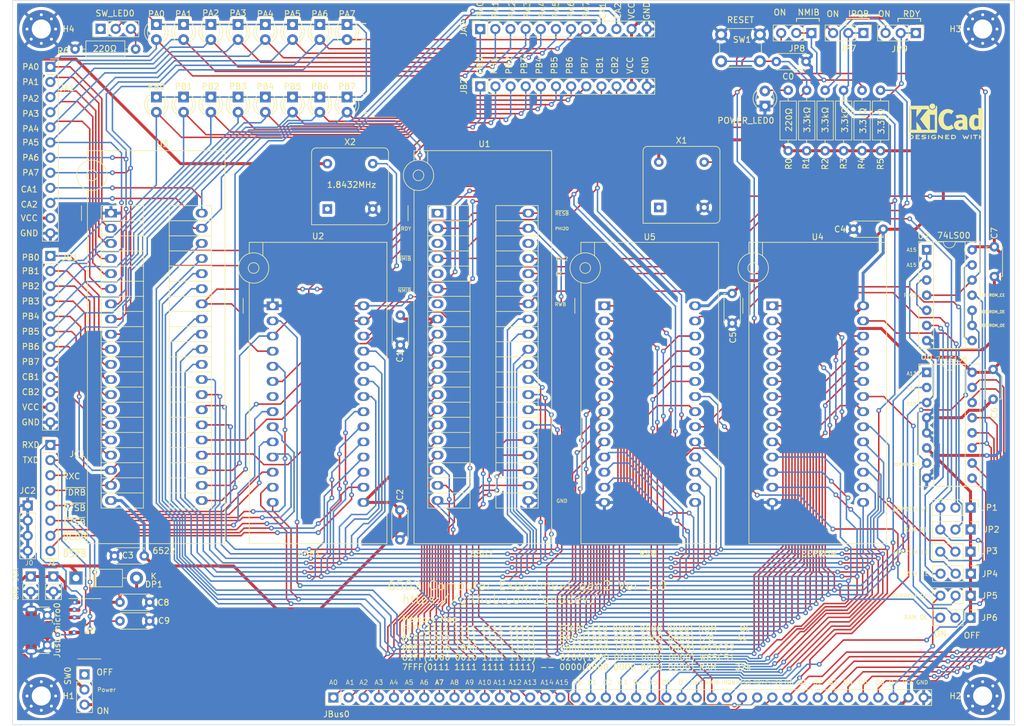
<source format=kicad_pcb>
(kicad_pcb (version 20211014) (generator pcbnew)
  (title_block (title "6502 Computer Experiment gen2 Ver 1.1") (company "GNBDEV"))
  (layers (0 "F.Cu" signal) (31 "B.Cu" signal) (34 "B.Paste" user) (35 "F.Paste" user) (36 "B.SilkS" user "B.Silkscreen") (37 "F.SilkS" user "F.Silkscreen") (38 "B.Mask" user) (39 "F.Mask" user) (44 "Edge.Cuts" user))
  (net 0 "")
  (net 1 "/PA0")
  (net 2 "/PA1")
  (net 3 "/PA2")
  (net 4 "/PA3")
  (net 5 "/PA4")
  (net 6 "/PA5")
  (net 7 "/PA6")
  (net 8 "/PA7")
  (net 9 "/CA1")
  (net 10 "/CA2")
  (net 11 "/PB0")
  (net 12 "/PB1")
  (net 13 "/PB2")
  (net 14 "/PB3")
  (net 15 "/PB4")
  (net 16 "/PB5")
  (net 17 "/PB6")
  (net 18 "/PB7")
  (net 19 "/CB1")
  (net 20 "/CB2")
  (net 21 "/RXC")
  (net 22 "/~{RTSB}")
  (net 23 "/~{CTSB}")
  (net 24 "/~{TDRB}")
  (net 25 "/~{DCDB}")
  (net 26 "/~{DSRB}")
  (net 27 "/RXD")
  (net 28 "/TXD")
  (net 29 "GND")
  (net 30 "/RESB")
  (net 31 "+5V")
  (net 32 "/RDY")
  (net 33 "/~{IRQB}")
  (net 34 "/~{NMIB}")
  (net 35 "/BE")
  (net 40 "/A0")
  (net 41 "/A1")
  (net 42 "/A2")
  (net 43 "/A3")
  (net 44 "/A4")
  (net 45 "/A5")
  (net 46 "/A6")
  (net 47 "/A7")
  (net 48 "/A8")
  (net 49 "/A9")
  (net 50 "/A10")
  (net 51 "/A11")
  (net 52 "/A12")
  (net 53 "/A13")
  (net 54 "/A14")
  (net 55 "/A15")
  (net 56 "/D7")
  (net 57 "/D6")
  (net 58 "/D5")
  (net 59 "/D4")
  (net 60 "/D3")
  (net 61 "/D2")
  (net 62 "/D1")
  (net 63 "/D0")
  (net 64 "/RWB")
  (net 66 "/PHI2")
  (net 68 "/PHI2O")
  (net 69 "/~{VIA_ACIA_CSB}")
  (net 70 "/XTLI")
  (net 72 "/~{EEPROM_CE}")
  (net 73 "/~{EEPROM_OE}")
  (net 74 "/~{RAM_CE}")
  (net 75 "/EEPROM_WE_JP")
  (net 76 "Net-(U7-Pad3)")
  (net 77 "/VCC_IN")
  (net 78 "/O0")
  (net 79 "/O1")
  (net 80 "/O2")
  (net 81 "/O3")
  (net 82 "/O5")
  (net 83 "/O6")
  (net 86 "Net-(U7-Pad13)")
  (net 87 "Net-(DP1-Pad2)")
  (net 89 "Net-(POWER_LED0-Pad2)")
  (net 90 "/RAM_WE_JP")
  (net 91 "/EEPROM_CE_JP")
  (net 92 "/RAM_CE_JP")
  (net 93 "/EEPROM_OE_JP")
  (net 94 "/RAM_OE_JP")
  (net 95 "/SW_LED")
  (net 96 "Net-(R6-Pad2)")
  (net 98 "/IRQB_JP")
  (net 99 "/NMIB_JP")
  (net 100 "/RDY_JP")
  (net 101 "Net-(Jusb_micro0-Pad2)")
  (net 102 "Net-(Jusb_micro0-Pad3)")
  (net 104 "Net-(C9-Pad1)")
  (footprint "Connector_USB:USB_Micro-B_Molex-105017-0001" (layer "F.Cu") (at 64.712 136.668 -90)
    (fp_text reference "Jusb_micro0")
    (fp_text value "USB_B_Micro")
  )
  (footprint "Resistor_THT:R_Axial_DIN0207_L6.3mm_D2.5mm_P10.16mm_Horizontal" (layer "F.Cu") (at 199.822 45.988 -90)
    (fp_text reference "R3")
    (fp_text value "3.3k")
  )
  (footprint "Connector_PinSocket_2.54mm:PinSocket_1x12_P2.54mm_Vertical" (layer "F.Cu") (at 138.856 45.327 90)
    (fp_text reference "JB2")
    (fp_text value "Conn_01x12")
  )
  (footprint "Connector_PinSocket_2.54mm:PinSocket_1x12_P2.54mm_Vertical" (layer "F.Cu") (at 66.7 42.05)
    (fp_text reference "JA1")
    (fp_text value "Conn_01x12")
  )
  (footprint "Capacitor_THT:C_Disc_D4.7mm_W2.5mm_P5.00mm" (layer "F.Cu") (at 125.362 116.488 -90)
    (fp_text reference "C2")
    (fp_text value "104")
  )
  (footprint "LED_THT:LED_D3.0mm" (layer "F.Cu") (at 93.624 34.938 -90)
    (fp_text reference "PA2")
    (fp_text value "LED")
  )
  (footprint "Connector_PinHeader_2.54mm:PinHeader_1x03_P2.54mm_Vertical" (layer "F.Cu") (at 203.147 36.368 -90)
    (fp_text reference "JP7")
    (fp_text value "Conn_01x03")
  )
  (footprint "LED_THT:LED_D3.0mm" (layer "F.Cu") (at 107.34 47.125 -90)
    (fp_text reference "PB5")
    (fp_text value "LED")
  )
  (footprint "LED_THT:LED_D3.0mm" (layer "F.Cu") (at 89.052 34.933 -90)
    (fp_text reference "PA1")
    (fp_text value "LED")
  )
  (footprint "Connector_PinHeader_2.54mm:PinHeader_1x03_P2.54mm_Vertical" (layer "F.Cu") (at 75.122 35.668 90)
    (fp_text reference "SW_LED0")
    (fp_text value "SW_SPDT")
  )
  (footprint "Resistor_THT:R_Axial_DIN0207_L6.3mm_D2.5mm_P10.16mm_Horizontal" (layer "F.Cu") (at 190.522 56.148 90)
    (fp_text reference "R0")
    (fp_text value "220")
  )
  (footprint "Connector_PinHeader_2.54mm:PinHeader_1x02_P2.54mm_Vertical" (layer "F.Cu") (at 67.208 127.648)
    (fp_text reference "J1")
    (fp_text value "Conn_01x02")
  )
  (footprint "Capacitor_THT:C_Disc_D4.7mm_W2.5mm_P5.00mm" (layer "F.Cu") (at 206.472 69.318 180)
    (fp_text reference "C4")
    (fp_text value "104")
  )
  (footprint "LED_THT:LED_D3.0mm" (layer "F.Cu") (at 98.196 47.125 -90)
    (fp_text reference "PB3")
    (fp_text value "LED")
  )
  (footprint "Connector_PinSocket_2.54mm:PinSocket_1x12_P2.54mm_Vertical" (layer "F.Cu") (at 138.836 35.7 90)
    (fp_text reference "JA2")
    (fp_text value "Conn_01x12")
  )
  (footprint "Connector_PinHeader_2.54mm:PinHeader_1x03_P2.54mm_Vertical" (layer "F.Cu") (at 221.132 119.758 -90)
    (fp_text reference "JP2")
    (fp_text value "Conn_01x03")
  )
  (footprint "LED_THT:LED_D3.0mm" (layer "F.Cu") (at 186.622 48.643 90)
    (fp_text reference "POWER_LED0")
    (fp_text value "Power")
  )
  (footprint "Connector_PinHeader_2.54mm:PinHeader_1x03_P2.54mm_Vertical" (layer "F.Cu") (at 211.947 36.368 -90)
    (fp_text reference "JP9")
    (fp_text value "Conn_01x03")
  )
  (footprint "Socket:3M_Textool_240-1288-00-0602J_2x20_P2.54mm" (layer "F.Cu") (at 76.86 66.622)
    (fp_text reference "U3")
    (fp_text value "W65C22S6TPG-14")
  )
  (footprint "Connector_PinHeader_2.54mm:PinHeader_1x03_P2.54mm_Vertical" (layer "F.Cu") (at 221.132 116.074 -90)
    (fp_text reference "JP1")
    (fp_text value "Conn_01x03")
  )
  (footprint "LED_THT:LED_D3.0mm" (layer "F.Cu") (at 107.34 34.938 -90)
    (fp_text reference "PA5")
    (fp_text value "LED")
  )
  (footprint "Connector_PinHeader_2.54mm:PinHeader_1x08_P2.54mm_Vertical" (layer "F.Cu") (at 66.7 105.565)
    (fp_text reference "JC1")
    (fp_text value "Conn_01x08")
  )
  (footprint "Connector_PinHeader_2.54mm:PinHeader_1x03_P2.54mm_Vertical" (layer "F.Cu") (at 221.172 127.168 -90)
    (fp_text reference "JP4")
    (fp_text value "Conn_01x03")
  )
  (footprint "LED_THT:LED_D3.0mm" (layer "F.Cu") (at 116.484 47.13 -90)
    (fp_text reference "PB7")
    (fp_text value "LED")
  )
  (footprint "MountingHole:MountingHole_3.2mm_M3_Pad_Via" (layer "F.Cu") (at 223.164 35.7)
    (fp_text reference "H3")
    (fp_text value "MountingHole_Pad")
  )
  (footprint "LED_THT:LED_D3.0mm" (layer "F.Cu") (at 111.912 34.938 -90)
    (fp_text reference "PA6")
    (fp_text value "LED")
  )
  (footprint "MountingHole:MountingHole_3.2mm_M3_Pad_Via" (layer "F.Cu") (at 65.176 147.714)
    (fp_text reference "H1")
    (fp_text value "MountingHole_Pad")
  )
  (footprint "Oscillator:Oscillator_DIP-8" (layer "F.Cu") (at 168.808 65.672)
    (fp_text reference "X1")
    (fp_text value "CXO_DIP8")
  )
  (footprint "LED_THT:LED_D3.0mm" (layer "F.Cu") (at 89.052 47.125 -90)
    (fp_text reference "PB1")
    (fp_text value "LED")
  )
  (footprint "MountingHole:MountingHole_3.2mm_M3_Pad_Via" (layer "F.Cu") (at 223.164 147.714)
    (fp_text reference "H2")
    (fp_text value "MountingHole_Pad")
  )
  (footprint "Socket:3M_Textool_240-1288-00-0602J_2x20_P2.54mm" (layer "F.Cu") (at 131.6745 66.622)
    (fp_text reference "U1")
    (fp_text value "W65C02S6TPG-14")
  )
  (footprint "Socket:DIP_Socket-28_W11.9_W12.7_W15.24_W17.78_W18.5_3M_228-1277-00-0602J" (layer "F.Cu") (at 187.858 82.182)
    (fp_text reference "U4")
    (fp_text value "AT28C64B-15PU")
  )
  (footprint "Connector_PinSocket_2.54mm:PinSocket_1x12_P2.54mm_Vertical" (layer "F.Cu") (at 66.7 73.8)
    (fp_text reference "JB1")
    (fp_text value "Conn_01x12")
  )
  (footprint "Connector_PinHeader_2.54mm:PinHeader_1x03_P2.54mm_Vertical" (layer "F.Cu") (at 194.422 36.368 -90)
    (fp_text reference "JP8")
    (fp_text value "Conn_01x03")
  )
  (footprint "Capacitor_THT:C_Disc_D4.7mm_W2.5mm_P5.00mm" (layer "F.Cu") (at 188.522 41.168)
    (fp_text reference "C0")
    (fp_text value "105")
  )
  (footprint "Connector_PinHeader_2.54mm:PinHeader_1x03_P2.54mm_Vertical" (layer "F.Cu") (at 72.422 144.093)
    (fp_text reference "SW0")
    (fp_text value "SW_SPDT")
  )
  (footprint "Resistor_THT:R_Axial_DIN0207_L6.3mm_D2.5mm_P10.16mm_Horizontal" (layer "F.Cu") (at 202.922 45.988 -90)
    (fp_text reference "R4")
    (fp_text value "3.3k")
  )
  (footprint "LED_THT:LED_D3.0mm" (layer "F.Cu") (at 116.484 34.938 -90)
    (fp_text reference "PA7")
    (fp_text value "LED")
  )
  (footprint "Capacitor_THT:C_Disc_D4.7mm_W2.5mm_P5.00mm" (layer "F.Cu") (at 225.122 72.268 -90)
    (fp_text reference "C7")
    (fp_text value "104")
  )
  (footprint "Diode_THT:D_DO-41_SOD81_P10.16mm_Horizontal" (layer "F.Cu") (at 70.992 127.902)
    (fp_text reference "DP1")
    (fp_text value "1N5819")
  )
  (footprint "LED_THT:LED_D3.0mm" (layer "F.Cu") (at 102.768 47.13 -90)
    (fp_text reference "PB4")
    (fp_text value "LED")
  )
  (footprint "LED_THT:LED_D3.0mm" (layer "F.Cu") (at 93.624 47.125 -90)
    (fp_text reference "PB2")
    (fp_text value "LED")
  )
  (footprint "MountingHole:MountingHole_3.2mm_M3_Pad_Via" (layer "F.Cu") (at 65.176 35.7)
    (fp_text reference "H4")
    (fp_text value "MountingHole_Pad")
  )
  (footprint "Connector_PinHeader_2.54mm:PinHeader_1x40_P2.54mm_Vertical" (layer "F.Cu") (at 114.203 147.968 90)
    (fp_text reference "JBus0")
    (fp_text value "Conn_01x40")
  )
  (footprint "Resistor_THT:R_Axial_DIN0207_L6.3mm_D2.5mm_P10.16mm_Horizontal" (layer "F.Cu") (at 196.722 45.988 -90)
    (fp_text reference "R2")
    (fp_text value "3.3k")
  )
  (footprint "Capacitor_THT:C_Disc_D4.7mm_W2.5mm_P5.00mm" (layer "F.Cu") (at 224.922 92.868 -90)
    (fp_text reference "C6")
    (fp_text value "104")
  )
  (footprint "Connector_PinHeader_2.54mm:PinHeader_1x04_P2.54mm_Vertical" (layer "F.Cu") (at 62.89 115.72)
    (fp_text reference "JC2")
    (fp_text value "Conn_01x04")
  )
  (footprint "LED_THT:LED_D3.0mm" (layer "F.Cu") (at 111.912 47.125 -90)
    (fp_text reference "PB6")
    (fp_text value "LED")
  )
  (footprint "Connector_PinHeader_2.54mm:PinHeader_1x03_P2.54mm_Vertical" (layer "F.Cu") (at 221.122 134.568 -90)
    (fp_text reference "JP6")
    (fp_text value "Conn_01x03")
  )
  (footprint "Capacitor_THT:C_Disc_D4.7mm_W2.5mm_P5.00mm" (layer "F.Cu") (at 181.122 80.108 -90)
    (fp_text reference "C5")
    (fp_text value "104")
  )
  (footprint "Connector_PinHeader_2.54mm:PinHeader_1x03_P2.54mm_Vertical" (layer "F.Cu") (at 221.147 130.868 -90)
    (fp_text reference "JP5")
    (fp_text value "Conn_01x03")
  )
  (footprint "LED_THT:LED_D3.0mm" (layer "F.Cu") (at 84.48 34.938 -90)
    (fp_text reference "PA0")
    (fp_text value "LED")
  )
  (footprint "Package_SO:SOIC-16_3.9x9.9mm_P1.27mm" (layer "F.Cu") (at 73.222 136.418)
    (fp_text reference "U8")
    (fp_text value "CH340C")
  )
  (footprint "Capacitor_THT:C_Disc_D4.7mm_W2.5mm_P5.00mm" (layer "F.Cu") (at 125.432 83.758 -90)
    (fp_text reference "C1")
    (fp_text value "104")
  )
  (footprint "Oscillator:Oscillator_DIP-8" (layer "F.Cu") (at 113.182 65.926)
    (fp_text reference "X2")
    (fp_text value "CXO_DIP8")
  )
  (footprint "Connector_PinHeader_2.54mm:PinHeader_1x02_P2.54mm_Vertical" (layer "F.Cu") (at 63.398 127.648)
    (fp_text reference "J0")
    (fp_text value "Conn_01x02")
  )
  (footprint "Symbol:KiCad-Logo2_5mm_SilkScreen" (layer "F.Cu") (at 217.068 51.194)
    (fp_text reference "KiCadLOGO1" hide)
    (fp_text value "Logo_Open_Hardware_Large" hide)
  )
  (footprint "Capacitor_THT:C_Disc_D4.7mm_W2.5mm_P5.00mm" (layer "F.Cu") (at 78.372 135.118)
    (fp_text reference "C9")
    (fp_text value "104")
  )
  (footprint "Resistor_THT:R_Axial_DIN0207_L6.3mm_D2.5mm_P10.16mm_Horizontal" (layer "F.Cu") (at 193.622 45.988 -90)
    (fp_text reference "R1")
    (fp_text value "3.3k")
  )
  (footprint "LED_THT:LED_D3.0mm" (layer "F.Cu") (at 98.196 34.938 -90)
    (fp_text reference "PA3")
    (fp_text value "LED")
  )
  (footprint "LED_THT:LED_D3.0mm" (layer "F.Cu") (at 84.48 47.125 -90)
    (fp_text reference "PB0")
    (fp_text value "LED")
  )
  (footprint "Resistor_THT:R_Axial_DIN0207_L6.3mm_D2.5mm_P10.16mm_Horizontal" (layer "F.Cu") (at 206.022 45.988 -90)
    (fp_text reference "R5")
    (fp_text value "3.3k")
  )
  (footprint "Socket:DIP_Socket-28_W11.9_W12.7_W15.24_W17.78_W18.5_3M_228-1277-00-0602J" (layer "F.Cu") (at 104.0035 82.182)
    (fp_text reference "U2")
    (fp_text value "W65C51N6TPG-14")
  )
  (footprint "Capacitor_THT:C_Disc_D4.7mm_W2.5mm_P5.00mm" (layer "F.Cu") (at 78.372 131.968)
    (fp_text reference "C8")
    (fp_text value "104")
  )
  (footprint "Resistor_THT:R_Axial_DIN0207_L6.3mm_D2.5mm_P10.16mm_Horizontal" (layer "F.Cu") (at 70.842 39.068)
    (fp_text reference "R6")
    (fp_text value "220")
  )
  (footprint "Capacitor_THT:C_Disc_D4.7mm_W2.5mm_P5.00mm" (layer "F.Cu") (at 82.448 124.188 180)
    (fp_text reference "C3")
    (fp_text value "104")
  )
  (footprint "Package_DIP:DIP-16_W7.62mm_Socket" (layer "F.Cu") (at 213.776 93.358)
    (fp_text reference "U6")
    (fp_text value "74LS138")
  )
  (footprint "Package_DIP:DIP-14_W7.62mm_Socket" (layer "F.Cu") (at 213.766 72.784)
    (fp_text reference "U7")
    (fp_text value "74LS00")
  )
  (footprint "Connector_PinHeader_2.54mm:PinHeader_1x03_P2.54mm_Vertical" (layer "F.Cu") (at 221.122 123.468 -90)
    (fp_text reference "JP3")
    (fp_text value "Conn_01x03")
  )
  (footprint "Socket:DIP_Socket-28_W11.9_W12.7_W15.24_W17.78_W18.5_3M_228-1277-00-0602J" (layer "F.Cu") (at 159.664 82.182)
    (fp_text reference "U5")
    (fp_text value "AS6C62256-55PCN")
  )
  (footprint "Button_Switch_THT:SW_PUSH_6mm" (layer "F.Cu") (at 185.772 41.118 180)
    (fp_text reference "SW1")
    (fp_text value "SW_Push")
  )
  (footprint "LED_THT:LED_D3.0mm" (layer "F.Cu") (at 102.768 34.938 -90)
    (fp_text reference "PA4")
    (fp_text value "LED")
  )
  (gr_line (start 195.732 33.922) (end 195.732 34.43) (layer "F.SilkS") (width 0.15))
  (gr_line (start 208.94 33.922) (end 212.75 33.922) (layer "F.SilkS") (width 0.15))
  (gr_line (start 208.94 33.922) (end 208.94 34.43) (layer "F.SilkS") (width 0.15))
  (gr_line (start 191.922 33.922) (end 195.732 33.922) (layer "F.SilkS") (width 0.15))
  (gr_line (start 191.922 33.922) (end 191.922 34.43) (layer "F.SilkS") (width 0.15))
  (gr_line (start 212.75 33.922) (end 212.75 34.43) (layer "F.SilkS") (width 0.15))
  (gr_line (start 200.304 33.922) (end 204.114 33.922) (layer "F.SilkS") (width 0.15))
  (gr_line (start 204.114 33.922) (end 204.114 34.43) (layer "F.SilkS") (width 0.15))
  (gr_line (start 200.304 33.922) (end 200.304 34.43) (layer "F.SilkS") (width 0.15))
  (gr_rect (start 60.35 30.874) (end 228.52 152.54) (layer "Edge.Cuts") (width 0.1) (fill none))
  (gr_text "VCC" (at 63.398 99.2) (layer "F.SilkS") (effects (font (size 1 1))))
  (gr_text "3.3kΩ" (at 206.146 51.194 90) (layer "F.SilkS") (effects (font (size 1 1))))
  (gr_text "1.8432MHz" (at 117.246 61.862) (layer "F.SilkS") (effects (font (size 1 1))))
  (gr_text "O0" (at 190.652 145.428) (layer "F.SilkS") (effects (font (size 0.8 0.8) (thickness 0.1))))
  (gr_text "~{NMIB}" (at 126.136 74.308) (layer "F.SilkS") (effects (font (size 0.6 0.6) (thickness 0.1))))
  (gr_text "CB2" (at 161.442 41.796 90) (layer "F.SilkS") (effects (font (size 1 1))))
  (gr_text "6522" (at 85.75 123.33) (layer "F.SilkS") (effects (font (size 1 1))))
  (gr_text "A4" (at 124.358 145.428) (layer "F.SilkS") (effects (font (size 0.8 0.8) (thickness 0.1))))
  (gr_text "VCC" (at 210.718 145.428) (layer "F.SilkS") (effects (font (size 0.65 0.65) (thickness 0.1))))
  (gr_text "A11" (at 142.138 145.428) (layer "F.SilkS") (effects (font (size 0.8 0.8) (thickness 0.1))))
  (gr_text "PB3" (at 63.398 81.42) (layer "F.SilkS") (effects (font (size 1 1))))
  (gr_text "D4" (at 165.252 145.428) (layer "F.SilkS") (effects (font (size 0.8 0.8) (thickness 0.1))))
  (gr_text "PA6" (at 63.398 57.29) (layer "F.SilkS") (effects (font (size 1 1))))
  (gr_text "TXD" (at 63.398 108.09) (layer "F.SilkS") (effects (font (size 1 1))))
  (gr_text "PA3" (at 63.398 49.924) (layer "F.SilkS") (effects (font (size 1 1))))
  (gr_text "PA5" (at 151.536 32.398 90) (layer "F.SilkS") (effects (font (size 1 1))))
  (gr_text "PA0" (at 138.836 32.398 90) (layer "F.SilkS") (effects (font (size 1 1))))
  (gr_text "O5" (at 203.098 145.428) (layer "F.SilkS") (effects (font (size 0.8 0.8) (thickness 0.1))))
  (gr_text "GND" (at 166.522 41.796 90) (layer "F.SilkS") (effects (font (size 1 1))))
  (gr_text "https://github.com/gnbdev/" (at 142.138 131.458) (layer "F.SilkS") (effects (font (size 1.5 1.5))))
  (gr_text "~{DCDB}" (at 70.762 121.048) (layer "F.SilkS") (effects (font (size 1 1))))
  (gr_text "CA1" (at 63.144 62.624) (layer "F.SilkS") (effects (font (size 1 1))))
  (gr_text "O7" (at 208.178 145.428) (layer "F.SilkS") (effects (font (size 0.8 0.8) (thickness 0.1))))
  (gr_text "D2" (at 160.172 145.428) (layer "F.SilkS") (effects (font (size 0.8 0.8) (thickness 0.1))))
  (gr_text "O4" (at 200.558 145.428) (layer "F.SilkS") (effects (font (size 0.8 0.8) (thickness 0.1))))
  (gr_text "PA0" (at 63.398 42.05) (layer "F.SilkS") (effects (font (size 1 1))))
  (gr_text "PB0" (at 138.836 41.796 90) (layer "F.SilkS") (effects (font (size 1 1))))
  (gr_text "A9" (at 137.058 145.428) (layer "F.SilkS") (effects (font (size 0.8 0.8) (thickness 0.1))))
  (gr_text "74LS138" (at 217.922 91.158) (layer "F.SilkS") (effects (font (size 0.8 0.8) (thickness 0.1))))
  (gr_text "A12" (at 144.678 145.428) (layer "F.SilkS") (effects (font (size 0.8 0.8) (thickness 0.1))))
  (gr_text "A5" (at 126.898 145.428) (layer "F.SilkS") (effects (font (size 0.8 0.8) (thickness 0.1))))
  (gr_text "RXC" (at 70.222 110.808) (layer "F.SilkS") (effects (font (size 1 1))))
  (gr_text "PA4" (at 63.398 52.464) (layer "F.SilkS") (effects (font (size 1 1))))
  (gr_text "A14" (at 211.226 96.108) (layer "F.SilkS") (effects (font (size 0.6 0.6) (thickness 0.1))))
  (gr_text "VCC" (at 164.236 32.652 90) (layer "F.SilkS") (effects (font (size 1 1))))
  (gr_text "GND" (at 166.776 32.652 90) (layer "F.SilkS") (effects (font (size 1 1))))
  (gr_text "6551" (at 110.134 123.838) (layer "F.SilkS") (effects (font (size 1 1))))
  (gr_text "OFF" (at 221.386 137.554) (layer "F.SilkS") (effects (font (size 1 1))))
  (gr_text "+" (at 119.532 49.67) (layer "F.SilkS") (effects (font (size 1 1))))
  (gr_text "ON" (at 216.052 137.3) (layer "F.SilkS") (effects (font (size 1 1))))
  (gr_text "~{CTSB}" (at 70.762 118.558) (layer "F.SilkS") (effects (font (size 1 1))))
  (gr_text "PA7" (at 156.616 32.398 90) (layer "F.SilkS") (effects (font (size 1 1))))
  (gr_text "IRQB" (at 202.336 33.16) (layer "F.SilkS") (effects (font (size 1 1))))
  (gr_text "3.3kΩ" (at 203.098 51.068 90) (layer "F.SilkS") (effects (font (size 1 1))))
  (gr_text "RDY" (at 185.572 145.428) (layer "F.SilkS") (effects (font (size 0.65 0.65) (thickness 0.1))))
  (gr_text "A15" (at 152.552 145.428) (layer "F.SilkS") (effects (font (size 0.8 0.8) (thickness 0.1))))
  (gr_text "PA1" (at 141.376 32.398 90) (layer "F.SilkS") (effects (font (size 1 1))))
  (gr_text "PA1" (at 63.398 44.59) (layer "F.SilkS") (effects (font (size 1 1))))
  (gr_text "PB2" (at 63.398 78.88) (layer "F.SilkS") (effects (font (size 1 1))))
  (gr_text "D7" (at 172.872 145.428) (layer "F.SilkS") (effects (font (size 0.8 0.8) (thickness 0.1))))
  (gr_text "~{NMIB}" (at 126.136 79.642) (layer "F.SilkS") (effects (font (size 0.6 0.6) (thickness 0.1))))
  (gr_text "A0" (at 114.198 145.428) (layer "F.SilkS") (effects (font (size 0.8 0.8) (thickness 0.1))))
  (gr_text "EEPROM_OE" (at 210.21 108.852) (layer "F.SilkS") (effects (font (size 0.45 0.45) (thickness 0.1))))
  (gr_text "74LS00" (at 218.322 70.368) (layer "F.SilkS") (effects (font (size 1 1))))
  (gr_text "EEPROM_CE" (at 224.942 80.404) (layer "F.SilkS") (effects (font (size 0.45 0.45) (thickness 0.1))))
  (gr_text "220Ω" (at 190.652 50.94 90) (layer "F.SilkS") (effects (font (size 1 1))))
  (gr_text "A13" (at 211.226 93.568) (layer "F.SilkS") (effects (font (size 0.6 0.6) (thickness 0.1))))
  (gr_text "EEPROM" (at 195.732 123.838) (layer "F.SilkS") (effects (font (size 1 1))))
  (gr_text "A3" (at 121.818 145.428) (layer "F.SilkS") (effects (font (size 0.8 0.8) (thickness 0.1))))
  (gr_text "A7" (at 131.978 145.428) (layer "F.SilkS") (effects (font (size 0.8 0.8))))
  (gr_text "3.3kΩ" (at 200.05 50.94 90) (layer "F.SilkS") (effects (font (size 1 1))))
  (gr_text "EEPROM CE\n" (at 211.122 123.568) (layer "F.SilkS") (effects (font (size 0.7 0.7) (thickness 0.1))))
  (gr_text "CB1" (at 158.902 41.796 90) (layer "F.SilkS") (effects (font (size 1 1))))
  (gr_text "-" (at 119.278 34.684) (layer "F.SilkS") (effects (font (size 1 1))))
  (gr_text "GND" (at 213.004 145.428) (layer "F.SilkS") (effects (font (size 0.65 0.65) (thickness 0.1))))
  (gr_text "A2" (at 119.278 145.428) (layer "F.SilkS") (effects (font (size 0.8 0.8) (thickness 0.1))))
  (gr_text "A15" (at 211.226 75.324) (layer "F.SilkS") (effects (font (size 0.6 0.6) (thickness 0.1))))
  (gr_text "RWB" (at 175.158 145.428) (layer "F.SilkS") (effects (font (size 0.65 0.65) (thickness 0.1))))
  (gr_text "CA1" (at 159.41 32.652 90) (layer "F.SilkS") (effects (font (size 1 1))))
  (gr_text "PA5" (at 63.398 54.75) (layer "F.SilkS") (effects (font (size 1 1))))
  (gr_text "O1" (at 192.938 145.428) (layer "F.SilkS") (effects (font (size 0.8 0.8) (thickness 0.1))))
  (gr_text "RAM" (at 167.03 123.838) (layer "F.SilkS") (effects (font (size 1 1))))
  (gr_text "VCC" (at 163.982 41.796 90) (layer "F.SilkS") (effects (font (size 1 1))))
  (gr_text "PB0" (at 63.398 74.054) (layer "F.SilkS") (effects (font (size 1 1))))
  (gr_text "3.3kΩ" (at 193.7 50.94 90) (layer "F.SilkS") (effects (font (size 1 1))))
  (gr_text "PB1" (at 141.122 41.796 90) (layer "F.SilkS") (effects (font (size 1 1))))
  (gr_text "-" (at 119.532 46.622) (layer "F.SilkS") (effects (font (size 1 1))))
  (gr_text "PA6" (at 154.076 32.398 90) (layer "F.SilkS") (effects (font (size 1 1))))
  (gr_text "ON" (at 75.522 150.218) (layer "F.SilkS") (effects (font (size 1 1))))
  (gr_text "Memory Map\nFFFF(1111 1111 1111 1111) -- E000(1110 0000 0000 0000) ROM     8k\n8FFF(1000 1111 1111 1111) -- 8000(1000 0000 0000 0000) I/O     4k\n88FF(1000 1000 1111 1111) -- 8800(1000 1000 0000 0000) W65C22\n82FF(1000 0010 1111 1111) -- 8200(1000 0010 0000 0000) W65C51\n7FFF(0111 1111 1111 1111) -- 0000(0000 0000 0000 0000) RAM    32k" (at 125.628 138.824) (layer "F.SilkS") (effects (font (size 1 1)) (justify left)))
  (gr_text "RDY" (at 211.226 33.16) (layer "F.SilkS") (effects (font (size 1 1))))
  (gr_text "EEPROM OE" (at 210.972 130.95) (layer "F.SilkS") (effects (font (size 0.7 0.7) (thickness 0.1))))
  (gr_text "PB5" (at 151.282 41.796 90) (layer "F.SilkS") (effects (font (size 1 1))))
  (gr_text "Power" (at 76.122 146.668) (layer "F.SilkS") (effects (font (size 0.7 0.7) (thickness 0.1))))
  (gr_text "ON" (at 189.128 32.906) (layer "F.SilkS") (effects (font (size 1 1))))
  (gr_text "PA4" (at 149.25 32.398 90) (layer "F.SilkS") (effects (font (size 1 1))))
  (gr_text "CB2" (at 63.398 96.66) (layer "F.SilkS") (effects (font (size 1 1))))
  (gr_text "NMIB" (at 193.954 32.906) (layer "F.SilkS") (effects (font (size 1 1))))
  (gr_text "PA2" (at 144.17 32.398 90) (layer "F.SilkS") (effects (font (size 1 1))))
  (gr_text "A6" (at 129.438 145.428) (layer "F.SilkS") (effects (font (size 0.8 0.8) (thickness 0.1))))
  (gr_text "~{RTSB}" (at 70.762 116.138) (layer "F.SilkS") (effects (font (size 1 1))))
  (gr_text "IRQB" (at 180.492 145.428) (layer "F.SilkS") (effects (font (size 0.65 0.65) (thickness 0.1))))
  (gr_text "EEPROM WE" (at 211.122 116.368) (layer "F.SilkS") (effects (font (size 0.7 0.7) (thickness 0.1))))
  (gr_text "RXD" (at 63.398 105.55) (layer "F.SilkS") (effects (font (size 1 1))))
  (gr_text "GND" (at 152.552 114.948) (layer "F.SilkS") (effects (font (size 0.6 0.6) (thickness 0.1))))
  (gr_text "A13" (at 147.218 145.428) (layer "F.SilkS") (effects (font (size 0.8 0.8) (thickness 0.1))))
  (gr_text "EEPROM_OE" (at 224.942 85.484) (layer "F.SilkS") (effects (font (size 0.45 0.45) (thickness 0.1))))
  (gr_text "GND" (at 63.144 69.99) (layer "F.SilkS") (effects (font (size 1 1))))
  (gr_text "PA7" (at 63.398 59.83) (layer "F.SilkS") (effects (font (size 1 1))))
  (gr_text "+" (at 119.278 37.478) (layer "F.SilkS") (effects (font (size 1 1))))
  (gr_text "PA2" (at 63.398 47.384) (layer "F.SilkS") (effects (font (size 1 1))))
  (gr_text "GND" (at 60.858 130.442 270) (layer "F.SilkS") (effects (font (size 0.8 0.8) (thickness 0.1))))
  (gr_text "RESET" (at 182.524 34.176) (layer "F.SilkS") (effects (font (size 1 1))))
  (gr_text "A10" (at 139.598 145.428) (layer "F.SilkS") (effects (font (size 0.8 0.8) (thickness 0.1))))
  (gr_text "6502 Computer Experiment gen2 Ver 1.0" (at 146.71 129.172) (layer "F.SilkS") (effects (font (size 1.5 1.5))))
  (gr_text "RWB" (at 152.298 81.928) (layer "F.SilkS") (effects (font (size 0.6 0.6) (thickness 0.1))))
  (gr_text "PB1" (at 63.398 76.34) (layer "F.SilkS") (effects (font (size 1 1))))
  (gr_text "OFF" (at 75.822 143.718) (layer "F.SilkS") (effects (font (size 1 1))))
  (gr_text "PB6" (at 153.822 41.796 90) (layer "F.SilkS") (effects (font (size 1 1))))
  (gr_text "220Ω" (at 75.844 39.002) (layer "F.SilkS") (effects (font (size 1 1))))
  (gr_text "PB4" (at 148.742 41.796 90) (layer "F.SilkS") (effects (font (size 1 1))))
  (gr_text "D5" (at 167.792 145.428) (layer "F.SilkS") (effects (font (size 0.8 0.8) (thickness 0.1))))
  (gr_text "A8" (at 134.518 145.428) (layer "F.SilkS") (effects (font (size 0.8 0.8) (thickness 0.1))))
  (gr_text "RAM OE" (at 211.988 134.506) (layer "F.SilkS") (effects (font (size 0.7 0.7) (thickness 0.1))))
  (gr_text "PB4" (at 63.398 83.96) (layer "F.SilkS") (effects (font (size 1 1))))
  (gr_text "EEPROM_OE" (at 224.942 83.198) (layer "F.SilkS") (effects (font (size 0.45 0.45) (thickness 0.1))))
  (gr_text "~{DSRB}" (at 70.762 123.888) (layer "F.SilkS") (effects (font (size 1 1))))
  (gr_text "PHI2" (at 152.552 74.308) (layer "F.SilkS") (effects (font (size 0.6 0.6) (thickness 0.1))))
  (gr_text "PHI2O" (at 152.552 69.228) (layer "F.SilkS") (effects (font (size 0.5 0.5) (thickness 0.1))))
  (gr_text "~{RESB}" (at 152.552 66.688) (layer "F.SilkS") (effects (font (size 0.6 0.6) (thickness 0.1))))
  (gr_text "D0" (at 155.092 145.428) (layer "F.SilkS") (effects (font (size 0.8 0.8) (thickness 0.1))))
  (gr_text "VCC" (at 63.144 67.45) (layer "F.SilkS") (effects (font (size 1 1))))
  (gr_text "~{TDRB}" (at 70.762 113.528) (layer "F.SilkS") (effects (font (size 1 1))))
  (gr_text "PB7" (at 156.362 41.796 90) (layer "F.SilkS") (effects (font (size 1 1))))
  (gr_text "O2" (at 195.478 145.428) (layer "F.SilkS") (effects (font (size 0.8 0.8) (thickness 0.1))))
  (gr_text "NMIB" (at 177.698 145.428) (layer "F.SilkS") (effects (font (size 0.65 0.65) (thickness 0.1))))
  (gr_text "PA3" (at 146.71 32.398 90) (layer "F.SilkS") (effects (font (size 1 1))))
  (gr_text "PB5" (at 63.398 86.5) (layer "F.SilkS") (effects (font (size 1 1))))
  (gr_text "A14" (at 150.056389 145.428) (layer "F.SilkS") (effects (font (size 0.8 0.8) (thickness 0.1))))
  (gr_text "CA2" (at 161.95 32.652 90) (layer "F.SilkS") (effects (font (size 1 1))))
  (gr_text "ON" (at 206.654 33.16) (layer "F.SilkS") (effects (font (size 1 1))))
  (gr_text "VCC" (at 60.858 127.394 270) (layer "F.SilkS") (effects (font (size 0.8 0.8) (thickness 0.1))))
  (gr_text "RDY" (at 126.39 69.228) (layer "F.SilkS") (effects (font (size 0.6 0.6) (thickness 0.1))))
  (gr_text "CB1" (at 63.398 94.12) (layer "F.SilkS") (effects (font (size 1 1))))
  (gr_text "RAM WE\n" (at 211.988 119.774) (layer "F.SilkS") (effects (font (size 0.7 0.7) (thickness 0.1))))
  (gr_text "BE" (at 152.044 76.848) (layer "F.SilkS") (effects (font (size 0.6 0.6) (thickness 0.1))))
  (gr_text "D1" (at 157.632 145.428) (layer "F.SilkS") (effects (font (size 0.8 0.8) (thickness 0.1))))
  (gr_text "GND" (at 63.398 101.74) (layer "F.SilkS") (effects (font (size 1 1))))
  (gr_text "RAM CE" (at 212.122 127.168) (layer "F.SilkS") (effects (font (size 0.7 0.7) (thickness 0.1))))
  (gr_text "PHI2O" (at 188.112 145.428) (layer "F.SilkS") (effects (font (size 0.65 0.65) (thickness 0.1))))
  (gr_text "A15" (at 211.226 98.648) (layer "F.SilkS") (effects (font (size 0.6 0.6) (thickness 0.1))))
  (gr_text "PB6" (at 63.398 89.04) (layer "F.SilkS") (effects (font (size 1 1))))
  (gr_text "RESB" (at 183.032 145.428) (layer "F.SilkS") (effects (font (size 0.65 0.65) (thickness 0.1))))
  (gr_text "A1" (at 116.992 145.428) (layer "F.SilkS") (effects (font (size 0.8 0.8) (thickness 0.1))))
  (gr_text "D6" (at 170.078 145.428) (layer "F.SilkS") (effects (font (size 0.8 0.8) (thickness 0.1))))
  (gr_text "6502" (at 139.09 123.838) (layer "F.SilkS") (effects (font (size 1 1))))
  (gr_text "PB2" (at 143.662 41.796 90) (layer "F.SilkS") (effects (font (size 1 1))))
  (gr_text "CA2" (at 63.144 65.164) (layer "F.SilkS") (effects (font (size 1 1))))
  (gr_text "D3" (at 162.712 145.428) (layer "F.SilkS") (effects (font (size 0.8 0.8) (thickness 0.1))))
  (gr_text "ON" (at 198.018 33.16) (layer "F.SilkS") (effects (font (size 1 1))))
  (gr_text "PB7" (at 63.398 91.58) (layer "F.SilkS") (effects (font (size 1 1))))
  (gr_text "O6" (at 205.892 145.428) (layer "F.SilkS") (effects (font (size 0.8 0.8) (thickness 0.1))))
  (gr_text "O3" (at 198.018 145.428) (layer "F.SilkS") (effects (font (size 0.8 0.8) (thickness 0.1))))
  (gr_text "3.3kΩ" (at 196.748 50.94 90) (layer "F.SilkS") (effects (font (size 1 1))))
  (gr_text "PHI2" (at 210.972 80.404) (layer "F.SilkS") (effects (font (size 0.6 0.6) (thickness 0.1))))
  (gr_text "PB3" (at 146.202 41.796 90) (layer "F.SilkS") (effects (font (size 1 1))))
  (gr_text "A15" (at 211.226 72.784) (layer "F.SilkS") (effects (font (size 0.6 0.6) (thickness 0.1))))
  (segment (start 75.336 67.958) (end 75.336 47.384) (width 0.25) (layer "F.Cu") (net 1))
  (segment (start 76.54 69.162) (end 75.336 67.958) (width 0.25) (layer "F.Cu") (net 1))
  (segment (start 90.576 43.574) (end 84.48 37.478) (width 0.25) (layer "F.Cu") (net 1))
  (segment (start 75.336 47.384) (end 70.002 42.05) (width 0.25) (layer "F.Cu") (net 1))
  (segment (start 70.002 42.05) (end 66.7 42.05) (width 0.25) (layer "F.Cu") (net 1))
  (segment (start 136.296 43.574) (end 90.576 43.574) (width 0.25) (layer "F.Cu") (net 1))
  (via (at 136.296 43.574) (size 0.8) (drill 0.4) (layers "F.Cu" "B.Cu") (net 1))
  (segment (start 83.214 40.268) (end 84.48 39.002) (width 0.25) (layer "B.Cu") (net 1))
  (segment (start 84.48 39.002) (end 84.48 37.478) (width 0.25) (layer "B.Cu") (net 1))
  (segment (start 68.482 40.268) (end 83.214 40.268) (width 0.25) (layer "B.Cu") (net 1))
  (segment (start 138.836 41.034) (end 138.836 35.7) (width 0.25) (layer "B.Cu") (net 1))
  (segment (start 66.7 42.05) (end 68.482 40.268) (width 0.25) (layer "B.Cu") (net 1))
  (segment (start 136.296 43.574) (end 138.836 41.034) (width 0.25) (layer "B.Cu") (net 1))
  (segment (start 70.51 43.828) (end 67.462 43.828) (width 0.25) (layer "F.Cu") (net 2))
  (segment (start 74.828 70.498) (end 74.828 48.146) (width 0.25) (layer "F.Cu") (net 2))
  (segment (start 138.836 42.812) (end 94.391 42.812) (width 0.25) (layer "F.Cu") (net 2))
  (segment (start 76.032 71.702) (end 74.828 70.498) (width 0.25) (layer "F.Cu") (net 2))
  (segment (start 74.828 48.146) (end 70.51 43.828) (width 0.25) (layer "F.Cu") (net 2))
  (segment (start 67.462 43.828) (end 66.7 44.59) (width 0.25) (layer "F.Cu") (net 2))
  (segment (start 94.391 42.812) (end 89.052 37.473) (width 0.25) (layer "F.Cu") (net 2))
  (via (at 138.836 42.812) (size 0.8) (drill 0.4) (layers "F.Cu" "B.Cu") (net 2))
  (segment (start 83.53 40.968) (end 87.025 37.473) (width 0.25) (layer "B.Cu") (net 2))
  (segment (start 138.836 42.812) (end 141.376 40.272) (width 0.25) (layer "B.Cu") (net 2))
  (segment (start 87.025 37.473) (end 89.052 37.473) (width 0.25) (layer "B.Cu") (net 2))
  (segment (start 70.322 40.968) (end 83.53 40.968) (width 0.25) (layer "B.Cu") (net 2))
  (segment (start 141.376 40.272) (end 141.376 35.7) (width 0.25) (layer "B.Cu") (net 2))
  (segment (start 66.7 44.59) (end 70.322 40.968) (width 0.25) (layer "B.Cu") (net 2))
  (segment (start 140.868 42.05) (end 98.196 42.05) (width 0.25) (layer "F.Cu") (net 3))
  (segment (start 71.018 46.114) (end 67.716 46.114) (width 0.25) (layer "F.Cu") (net 3))
  (segment (start 75.27 74.242) (end 74.32 73.292) (width 0.25) (layer "F.Cu") (net 3))
  (segment (start 74.32 49.416) (end 71.018 46.114) (width 0.25) (layer "F.Cu") (net 3))
  (segment (start 98.196 42.05) (end 93.624 37.478) (width 0.25) (layer "F.Cu") (net 3))
  (segment (start 67.716 46.114) (end 66.7 47.13) (width 0.25) (layer "F.Cu") (net 3))
  (segment (start 76.86 74.242) (end 75.27 74.242) (width 0.25) (layer "F.Cu") (net 3))
  (segment (start 74.32 73.292) (end 74.32 49.416) (width 0.25) (layer "F.Cu") (net 3))
  (via (at 140.868 42.05) (size 0.8) (drill 0.4) (layers "F.Cu" "B.Cu") (net 3))
  (segment (start 66.7 47.13) (end 72.288 41.542) (width 0.25) (layer "B.Cu") (net 3))
  (segment (start 72.288 41.542) (end 83.972 41.542) (width 0.25) (layer "B.Cu") (net 3))
  (segment (start 83.972 41.542) (end 86.766 38.748) (width 0.25) (layer "B.Cu") (net 3))
  (segment (start 140.868 42.05) (end 143.916 39.002) (width 0.25) (layer "B.Cu") (net 3))
  (segment (start 86.766 38.748) (end 92.354 38.748) (width 0.25) (layer "B.Cu") (net 3))
  (segment (start 143.916 39.002) (end 143.916 35.7) (width 0.25) (layer "B.Cu") (net 3))
  (segment (start 92.354 38.748) (end 93.624 37.478) (width 0.25) (layer "B.Cu") (net 3))
  (segment (start 75.651 76.782) (end 73.812 74.943) (width 0.25) (layer "F.Cu") (net 4))
  (segment (start 71.272 47.892) (end 68.478 47.892) (width 0.25) (layer "F.Cu") (net 4))
  (segment (start 143.662 41.288) (end 102.006 41.288) (width 0.25) (layer "F.Cu") (net 4))
  (segment (start 76.86 76.782) (end 75.651 76.782) (width 0.25) (layer "F.Cu") (net 4))
  (segment (start 102.006 41.288) (end 98.196 37.478) (width 0.25) (layer "F.Cu") (net 4))
  (segment (start 68.478 47.892) (end 66.7 49.67) (width 0.25) (layer "F.Cu") (net 4))
  (segment (start 73.812 74.943) (end 73.812 50.432) (width 0.25) (layer "F.Cu") (net 4))
  (segment (start 73.812 50.432) (end 71.272 47.892) (width 0.25) (layer "F.Cu") (net 4))
  (via (at 143.662 41.288) (size 0.8) (drill 0.4) (layers "F.Cu" "B.Cu") (net 4))
  (segment (start 87.02 39.51) (end 96.164 39.51) (width 0.25) (layer "B.Cu") (net 4))
  (segment (start 74.066 42.304) (end 84.226 42.304) (width 0.25) (layer "B.Cu") (net 4))
  (segment (start 96.164 39.51) (end 98.196 37.478) (width 0.25) (layer "B.Cu") (net 4))
  (segment (start 66.7 49.67) (end 74.066 42.304) (width 0.25) (layer "B.Cu") (net 4))
  (segment (start 146.456 38.465099) (end 146.456 35.7) (width 0.25) (layer "B.Cu") (net 4))
  (segment (start 84.226 42.304) (end 87.02 39.51) (width 0.25) (layer "B.Cu") (net 4))
  (segment (start 143.662 41.259099) (end 146.456 38.465099) (width 0.25) (layer "B.Cu") (net 4))
  (segment (start 143.662 41.288) (end 143.662 41.259099) (width 0.25) (layer "B.Cu") (net 4))
  (segment (start 75.27 79.322) (end 73.304 77.356) (width 0.25) (layer "F.Cu") (net 5))
  (segment (start 73.304 77.356) (end 73.304 52.464) (width 0.25) (layer "F.Cu") (net 5))
  (segment (start 72.034 51.194) (end 67.716 51.194) (width 0.25) (layer "F.Cu") (net 5))
  (segment (start 67.716 51.194) (end 66.7 52.21) (width 0.25) (layer "F.Cu") (net 5))
  (segment (start 76.86 79.322) (end 75.27 79.322) (width 0.25) (layer "F.Cu") (net 5))
  (segment (start 146.964 40.4885) (end 146.9265 40.526) (width 0.25) (layer "F.Cu") (net 5))
  (segment (start 73.304 52.464) (end 72.034 51.194) (width 0.25) (layer "F.Cu") (net 5))
  (segment (start 146.9265 40.526) (end 105.816 40.526) (width 0.25) (layer "F.Cu") (net 5))
  (segment (start 105.816 40.526) (end 102.768 37.478) (width 0.25) (layer "F.Cu") (net 5))
  (via (at 146.964 40.4885) (size 0.8) (drill 0.4) (layers "F.Cu" "B.Cu") (net 5))
  (segment (start 75.844 43.066) (end 84.48 43.066) (width 0.25) (layer "B.Cu") (net 5))
  (segment (start 84.48 43.066) (end 87.274 40.272) (width 0.25) (layer "B.Cu") (net 5))
  (segment (start 99.974 40.272) (end 102.768 37.478) (width 0.25) (layer "B.Cu") (net 5))
  (segment (start 87.274 40.272) (end 99.974 40.272) (width 0.25) (layer "B.Cu") (net 5))
  (segment (start 147.0015 40.4885) (end 148.996 38.494) (width 0.25) (layer "B.Cu") (net 5))
  (segment (start 146.964 40.4885) (end 147.0015 40.4885) (width 0.25) (layer "B.Cu") (net 5))
  (segment (start 148.996 38.494) (end 148.996 35.7) (width 0.25) (layer "B.Cu") (net 5))
  (segment (start 66.7 52.21) (end 75.844 43.066) (width 0.25) (layer "B.Cu") (net 5))
  (segment (start 78.638 64.8725) (end 78.638 81.293) (width 0.25) (layer "F.Cu") (net 6))
  (segment (start 78.638 81.293) (end 78.069 81.862) (width 0.25) (layer "F.Cu") (net 6))
  (segment (start 78.069 81.862) (end 76.86 81.862) (width 0.25) (layer "F.Cu") (net 6))
  (segment (start 149.25 39.764) (end 109.626 39.764) (width 0.25) (layer "F.Cu") (net 6))
  (segment (start 109.626 39.764) (end 107.34 37.478) (width 0.25) (layer "F.Cu") (net 6))
  (via (at 78.638 64.8725) (size 0.8) (drill 0.4) (layers "F.Cu" "B.Cu") (net 6))
  (via (at 149.25 39.764) (size 0.8) (drill 0.4) (layers "F.Cu" "B.Cu") (net 6))
  (segment (start 84.735436 43.828) (end 87.529436 41.034) (width 0.25) (layer "B.Cu") (net 6))
  (segment (start 87.529436 41.034) (end 103.784 41.034) (width 0.25) (layer "B.Cu") (net 6))
  (segment (start 103.784 41.034) (end 107.34 37.478) (width 0.25) (layer "B.Cu") (net 6))
  (segment (start 77.622 43.828) (end 84.735436 43.828) (width 0.25) (layer "B.Cu") (net 6))
  (segment (start 66.7 54.75) (end 77.622 43.828) (width 0.25) (layer "B.Cu") (net 6))
  (segment (start 78.638 56.528) (end 76.86 54.75) (width 0.25) (layer "B.Cu") (net 6))
  (segment (start 78.638 64.8725) (end 78.638 56.528) (width 0.25) (layer "B.Cu") (net 6))
  (segment (start 149.25 39.764) (end 151.536 37.478) (width 0.25) (layer "B.Cu") (net 6))
  (segment (start 76.86 54.75) (end 66.7 54.75) (width 0.25) (layer "B.Cu") (net 6))
  (segment (start 151.536 37.478) (end 151.536 35.7) (width 0.25) (layer "B.Cu") (net 6))
  (segment (start 79.4 65.926) (end 79.4 83.452) (width 0.25) (layer "F.Cu") (net 7))
  (segment (start 78.45 84.402) (end 76.86 84.402) (width 0.25) (layer "F.Cu") (net 7))
  (segment (start 113.436 39.002) (end 111.912 37.478) (width 0.25) (layer "F.Cu") (net 7))
  (segment (start 79.4 57.544) (end 79.146 57.29) (width 0.25) (layer "F.Cu") (net 7))
  (segment (start 79.4 83.452) (end 78.45 84.402) (width 0.25) (layer "F.Cu") (net 7))
  (segment (start 151.79 39.002) (end 113.436 39.002) (width 0.25) (layer "F.Cu") (net 7))
  (segment (start 79.146 57.29) (end 77.114 57.29) (width 0.25) (layer "F.Cu") (net 7))
  (via (at 79.4 65.926) (size 0.8) (drill 0.4) (layers "F.Cu" "B.Cu") (net 7))
  (via (at 77.114 57.29) (size 0.8) (drill 0.4) (layers "F.Cu" "B.Cu") (net 7))
  (via (at 79.4 57.544) (size 0.8) (drill 0.4) (layers "F.Cu" "B.Cu") (net 7))
  (via (at 151.79 39.002) (size 0.8) (drill 0.4) (layers "F.Cu" "B.Cu") (net 7))
  (segment (start 76.098 52.718) (end 76.098 46.622) (width 0.25) (layer "B.Cu") (net 7))
  (segment (start 154.076 36.716) (end 154.076 35.954) (width 0.25) (layer "B.Cu") (net 7))
  (segment (start 77.114 57.29) (end 66.7 57.29) (width 0.25) (layer "B.Cu") (net 7))
  (segment (start 84.988 44.59) (end 87.782 41.796) (width 0.25) (layer "B.Cu") (net 7))
  (segment (start 79.4 65.926) (end 79.4 57.544) (width 0.25) (layer "B.Cu") (net 7))
  (segment (start 107.594 41.796) (end 111.912 37.478) (width 0.25) (layer "B.Cu") (net 7))
  (segment (start 79.4 57.544) (end 79.4 56.02) (width 0.25) (layer "B.Cu") (net 7))
  (segment (start 79.4 56.02) (end 76.098 52.718) (width 0.25) (layer "B.Cu") (net 7))
  (segment (start 87.782 41.796) (end 107.594 41.796) (width 0.25) (layer "B.Cu") (net 7))
  (segment (start 78.13 44.59) (end 84.988 44.59) (width 0.25) (layer "B.Cu") (net 7))
  (segment (start 76.098 46.622) (end 78.13 44.59) (width 0.25) (layer "B.Cu") (net 7))
  (segment (start 151.79 39.002) (end 154.076 36.716) (width 0.25) (layer "B.Cu") (net 7))
  (segment (start 154.838 37.478) (end 156.616 35.7) (width 0.25) (layer "F.Cu") (net 8))
  (segment (start 80.162 85.23) (end 78.45 86.942) (width 0.25) (layer "F.Cu") (net 8))
  (segment (start 116.484 37.478) (end 154.838 37.478) (width 0.25) (layer "F.Cu") (net 8))
  (segment (start 80.162 64.8725) (end 80.162 85.23) (width 0.25) (layer "F.Cu") (net 8))
  (segment (start 78.45 86.942) (end 76.86 86.942) (width 0.25) (layer "F.Cu") (net 8))
  (segment (start 79.4 59.83) (end 77.114 59.83) (width 0.25) (layer "F.Cu") (net 8))
  (segment (start 80.162 59.068) (end 79.4 59.83) (width 0.25) (layer "F.Cu") (net 8))
  (via (at 80.162 64.8725) (size 0.8) (drill 0.4) (layers "F.Cu" "B.Cu") (net 8))
  (via (at 80.162 59.068) (size 0.8) (drill 0.4) (layers "F.Cu" "B.Cu") (net 8))
  (via (at 77.114 59.83) (size 0.8) (drill 0.4) (layers "F.Cu" "B.Cu") (net 8))
  (segment (start 77.114 59.83) (end 66.7 59.83) (width 0.25) (layer "B.Cu") (net 8))
  (segment (start 78.638 45.352) (end 85.496 45.352) (width 0.25) (layer "B.Cu") (net 8))
  (segment (start 88.29 42.558) (end 109.118 42.558) (width 0.25) (layer "B.Cu") (net 8))
  (segment (start 80.162 64.8725) (end 80.162 59.068) (width 0.25) (layer "B.Cu") (net 8))
  (segment (start 114.198 37.478) (end 116.484 37.478) (width 0.25) (layer "B.Cu") (net 8))
  (segment (start 77.114 46.876) (end 78.638 45.352) (width 0.25) (layer "B.Cu") (net 8))
  (segment (start 109.118 42.558) (end 114.198 37.478) (width 0.25) (layer "B.Cu") (net 8))
  (segment (start 77.114 52.718) (end 77.114 46.876) (width 0.25) (layer "B.Cu") (net 8))
  (segment (start 80.162 55.766) (end 77.114 52.718) (width 0.25) (layer "B.Cu") (net 8))
  (segment (start 85.496 45.352) (end 88.29 42.558) (width 0.25) (layer "B.Cu") (net 8))
  (segment (start 80.162 59.068) (end 80.162 55.766) (width 0.25) (layer "B.Cu") (net 8))
  (segment (start 90.322 62.37) (end 92.1 64.148) (width 0.25) (layer "F.Cu") (net 9))
  (segment (start 92.1 64.148) (end 92.1 66.622) (width 0.25) (layer "F.Cu") (net 9))
  (segment (start 77.114 62.37) (end 90.322 62.37) (width 0.25) (layer "F.Cu") (net 9))
  (via (at 77.114 62.37) (size 0.8) (drill 0.4) (layers "F.Cu" "B.Cu") (net 9))
  (segment (start 101.41944 53.55856) (end 105.353594 53.55856) (width 0.25) (layer "B.Cu") (net 9))
  (segment (start 117.480346 51.96704) (end 136.033386 33.414) (width 0.25) (layer "B.Cu") (net 9))
  (segment (start 92.1 66.622) (end 92.1 62.878) (width 0.25) (layer "B.Cu") (net 9))
  (segment (start 159.156 33.922) (end 159.156 35.7) (width 0.25) (layer "B.Cu") (net 9))
  (segment (start 92.1 62.878) (end 101.41944 53.55856) (width 0.25) (layer "B.Cu") (net 9))
  (segment (start 106.945114 51.96704) (end 117.480346 51.96704) (width 0.25) (layer "B.Cu") (net 9))
  (segment (start 105.353594 53.55856) (end 106.945114 51.96704) (width 0.25) (layer "B.Cu") (net 9))
  (segment (start 66.7 62.37) (end 77.114 62.37) (width 0.25) (layer "B.Cu") (net 9))
  (segment (start 136.033386 33.414) (end 158.648 33.414) (width 0.25) (layer "B.Cu") (net 9))
  (segment (start 158.648 33.414) (end 159.156 33.922) (width 0.25) (layer "B.Cu") (net 9))
  (segment (start 77.114 64.148) (end 87.782 64.148) (width 0.25) (layer "F.Cu") (net 10))
  (segment (start 87.782 64.148) (end 89.814 66.18) (width 0.25) (layer "F.Cu") (net 10))
  (segment (start 89.814 66.18) (end 89.814 68.212) (width 0.25) (layer "F.Cu") (net 10))
  (segment (start 136.042 34.43) (end 137.566 32.906) (width 0.25) (layer "F.Cu") (net 10))
  (segment (start 137.566 32.906) (end 137.566 32.6895) (width 0.25) (layer "F.Cu") (net 10))
  (segment (start 89.814 68.212) (end 90.764 69.162) (width 0.25) (layer "F.Cu") (net 10))
  (segment (start 90.764 69.162) (end 92.1 69.162) (width 0.25) (layer "F.Cu") (net 10))
  (via (at 137.566 32.6895) (size 0.8) (drill 0.4) (layers "F.Cu" "B.Cu") (net 10))
  (via (at 77.114 64.148) (size 0.8) (drill 0.4) (layers "F.Cu" "B.Cu") (net 10))
  (via (at 136.042 34.43) (size 0.8) (drill 0.4) (layers "F.Cu" "B.Cu") (net 10))
  (segment (start 95.402 60.592) (end 101.98592 54.00808) (width 0.25) (layer "B.Cu") (net 10))
  (segment (start 67.462 64.148) (end 77.114 64.148) (width 0.25) (layer "B.Cu") (net 10))
  (segment (start 66.7 64.91) (end 67.462 64.148) (width 0.25) (layer "B.Cu") (net 10))
  (segment (start 95.402 65.86) (end 95.402 60.592) (width 0.25) (layer "B.Cu") (net 10))
  (segment (start 107.131312 52.41656) (end 118.05544 52.41656) (width 0.25) (layer "B.Cu") (net 10))
  (segment (start 160.426 32.652) (end 161.696 33.922) (width 0.25) (layer "B.Cu") (net 10))
  (segment (start 118.05544 52.41656) (end 136.042 34.43) (width 0.25) (layer "B.Cu") (net 10))
  (segment (start 137.6035 32.652) (end 160.426 32.652) (width 0.25) (layer "B.Cu") (net 10))
  (segment (start 101.98592 54.00808) (end 105.539792 54.00808) (width 0.25) (layer "B.Cu") (net 10))
  (segment (start 137.566 32.6895) (end 137.6035 32.652) (width 0.25) (layer "B.Cu") (net 10))
  (segment (start 105.539792 54.00808) (end 107.131312 52.41656) (width 0.25) (layer "B.Cu") (net 10))
  (segment (start 92.1 69.162) (end 95.402 65.86) (width 0.25) (layer "B.Cu") (net 10))
  (segment (start 161.696 33.922) (end 161.696 35.7) (width 0.25) (layer "B.Cu") (net 10))
  (segment (start 126.742316 53.89112) (end 88.70612 53.89112) (width 0.25) (layer "F.Cu") (net 11))
  (segment (start 70.002 73.8) (end 72.542 76.34) (width 0.25) (layer "F.Cu") (net 11))
  (segment (start 88.70612 53.89112) (end 84.48 49.665) (width 0.25) (layer "F.Cu") (net 11))
  (segment (start 137.5285 52.21) (end 128.423436 52.21) (width 0.25) (layer "F.Cu") (net 11))
  (segment (start 72.542 78.118) (end 72.542 76.34) (width 0.25) (layer "F.Cu") (net 11))
  (segment (start 128.423436 52.21) (end 126.742316 53.89112) (width 0.25) (layer "F.Cu") (net 11))
  (segment (start 66.7 73.8) (end 70.002 73.8) (width 0.25) (layer "F.Cu") (net 11))
  (segment (start 74.828 88.786) (end 74.828 80.404) (width 0.25) (layer "F.Cu") (net 11))
  (segment (start 137.566 52.1725) (end 137.5285 52.21) (width 0.25) (layer "F.Cu") (net 11))
  (segment (start 75.524 89.482) (end 74.828 88.786) (width 0.25) (layer "F.Cu") (net 11))
  (segment (start 74.828 80.404) (end 72.542 78.118) (width 0.25) (layer "F.Cu") (net 11))
  (segment (start 76.86 89.482) (end 75.524 89.482) (width 0.25) (layer "F.Cu") (net 11))
  (via (at 137.566 52.1725) (size 0.8) (drill 0.4) (layers "F.Cu" "B.Cu") (net 11))
  (segment (start 138.856 50.8825) (end 138.856 45.327) (width 0.25) (layer "B.Cu") (net 11))
  (segment (start 69.748 73.8) (end 75.59 67.958) (width 0.25) (layer "B.Cu") (net 11))
  (segment (start 78.392614 67.958) (end 84.48 61.870614) (width 0.25) (layer "B.Cu") (net 11))
  (segment (start 84.48 61.870614) (end 84.48 49.665) (width 0.25) (layer "B.Cu") (net 11))
  (segment (start 66.7 73.8) (end 69.748 73.8) (width 0.25) (layer "B.Cu") (net 11))
  (segment (start 75.59 67.958) (end 78.392614 67.958) (width 0.25) (layer "B.Cu") (net 11))
  (segment (start 137.566 52.1725) (end 138.856 50.8825) (width 0.25) (layer "B.Cu") (net 11))
  (segment (start 126.556118 53.4416) (end 128.549718 51.448) (width 0.25) (layer "F.Cu") (net 12))
  (segment (start 69.494 76.34) (end 74.066 80.912) (width 0.25) (layer "F.Cu") (net 12))
  (segment (start 75.778 92.022) (end 74.066 90.31) (width 0.25) (layer "F.Cu") (net 12))
  (segment (start 89.052 49.665) (end 92.8286 53.4416) (width 0.25) (layer "F.Cu") (net 12))
  (segment (start 92.8286 53.4416) (end 126.556118 53.4416) (width 0.25) (layer "F.Cu") (net 12))
  (segment (start 76.86 92.022) (end 75.778 92.022) (width 0.25) (layer "F.Cu") (net 12))
  (segment (start 74.066 90.31) (end 74.066 80.912) (width 0.25) (layer "F.Cu") (net 12))
  (segment (start 128.549718 51.448) (end 140.614 51.448) (width 0.25) (layer "F.Cu") (net 12))
  (segment (start 69.494 76.34) (end 66.7 76.34) (width 0.25) (layer "F.Cu") (net 12))
  (via (at 140.614 51.448) (size 0.8) (drill 0.4) (layers "F.Cu" "B.Cu") (net 12))
  (segment (start 141.396 50.666) (end 141.396 45.327) (width 0.25) (layer "B.Cu") (net 12))
  (segment (start 76.147346 70.65748) (end 77.121694 70.65748) (width 0.25) (layer "B.Cu") (net 12))
  (segment (start 66.7 76.34) (end 68.478 74.562) (width 0.25) (layer "B.Cu") (net 12))
  (segment (start 140.614 51.448) (end 141.396 50.666) (width 0.25) (layer "B.Cu") (net 12))
  (segment (start 68.478 74.562) (end 72.242826 74.562) (width 0.25) (layer "B.Cu") (net 12))
  (segment (start 72.242826 74.562) (end 76.147346 70.65748) (width 0.25) (layer "B.Cu") (net 12))
  (segment (start 77.121694 70.65748) (end 89.052 58.727174) (width 0.25) (layer "B.Cu") (net 12))
  (segment (start 89.052 58.727174) (end 89.052 49.665) (width 0.25) (layer "B.Cu") (net 12))
  (segment (start 70.764 78.88) (end 66.7 78.88) (width 0.25) (layer "F.Cu") (net 13))
  (segment (start 126.36992 52.99208) (end 128.676 50.686) (width 0.25) (layer "F.Cu") (net 13))
  (segment (start 73.304 90.818) (end 73.304 81.42) (width 0.25) (layer "F.Cu") (net 13))
  (segment (start 93.624 49.665) (end 96.95108 52.99208) (width 0.25) (layer "F.Cu") (net 13))
  (segment (start 142.9 50.686) (end 143.154 50.94) (width 0.25) (layer "F.Cu") (net 13))
  (segment (start 96.95108 52.99208) (end 126.36992 52.99208) (width 0.25) (layer "F.Cu") (net 13))
  (segment (start 128.676 50.686) (end 142.9 50.686) (width 0.25) (layer "F.Cu") (net 13))
  (segment (start 76.032 94.562) (end 75.59 94.12) (width 0.25) (layer "F.Cu") (net 13))
  (segment (start 73.304 81.42) (end 70.764 78.88) (width 0.25) (layer "F.Cu") (net 13))
  (segment (start 75.59 93.104) (end 73.304 90.818) (width 0.25) (layer "F.Cu") (net 13))
  (segment (start 75.59 94.12) (end 75.59 93.104) (width 0.25) (layer "F.Cu") (net 13))
  (via (at 143.154 50.94) (size 0.8) (drill 0.4) (layers "F.Cu" "B.Cu") (net 13))
  (segment (start 78.13 73.038) (end 78.892 72.276) (width 0.25) (layer "B.Cu") (net 13))
  (segment (start 66.7 78.88) (end 70.51 75.07) (width 0.25) (layer "B.Cu") (net 13))
  (segment (start 78.892 69.736) (end 93.624 55.004) (width 0.25) (layer "B.Cu") (net 13))
  (segment (start 93.624 55.004) (end 93.624 49.665) (width 0.25) (layer "B.Cu") (net 13))
  (segment (start 72.796 75.07) (end 74.828 73.038) (width 0.25) (layer "B.Cu") (net 13))
  (segment (start 143.936 50.158) (end 143.936 45.327) (width 0.25) (layer "B.Cu") (net 13))
  (segment (start 143.154 50.94) (end 143.936 50.158) (width 0.25) (layer "B.Cu") (net 13))
  (segment (start 78.892 72.276) (end 78.892 69.736) (width 0.25) (layer "B.Cu") (net 13))
  (segment (start 70.51 75.07) (end 72.796 75.07) (width 0.25) (layer "B.Cu") (net 13))
  (segment (start 74.828 73.038) (end 78.13 73.038) (width 0.25) (layer "B.Cu") (net 13))
  (segment (start 72.542 83.452) (end 70.51 81.42) (width 0.25) (layer "F.Cu") (net 14))
  (segment (start 101.07356 52.54256) (end 98.196 49.665) (width 0.25) (layer "F.Cu") (net 14))
  (segment (start 75.082 96.406) (end 75.082 93.612) (width 0.25) (layer "F.Cu") (net 14))
  (segment (start 145.694 49.8865) (end 145.6565 49.924) (width 0.25) (layer "F.Cu") (net 14))
  (segment (start 72.542 91.072) (end 72.542 83.452) (width 0.25) (layer "F.Cu") (net 14))
  (segment (start 70.51 81.42) (end 66.7 81.42) (width 0.25) (layer "F.Cu") (net 14))
  (segment (start 75.778 97.102) (end 75.082 96.406) (width 0.25) (layer "F.Cu") (net 14))
  (segment (start 128.676 49.924) (end 126.05744 52.54256) (width 0.25) (layer "F.Cu") (net 14))
  (segment (start 126.05744 52.54256) (end 101.07356 52.54256) (width 0.25) (layer "F.Cu") (net 14))
  (segment (start 145.6565 49.924) (end 128.676 49.924) (width 0.25) (layer "F.Cu") (net 14))
  (segment (start 75.082 93.612) (end 72.542 91.072) (width 0.25) (layer "F.Cu") (net 14))
  (segment (start 76.86 97.102) (end 75.778 97.102) (width 0.25) (layer "F.Cu") (net 14))
  (via (at 145.694 49.8865) (size 0.8) (drill 0.4) (layers "F.Cu" "B.Cu") (net 14))
  (segment (start 146.476 49.1045) (end 146.476 45.327) (width 0.25) (layer "B.Cu") (net 14))
  (segment (start 66.7 81.42) (end 72.542 75.578) (width 0.25) (layer "B.Cu") (net 14))
  (segment (start 72.542 75.578) (end 77.876 75.578) (width 0.25) (layer "B.Cu") (net 14))
  (segment (start 77.876 75.578) (end 79.908 73.546) (width 0.25) (layer "B.Cu") (net 14))
  (segment (start 79.908 69.736) (end 98.196 51.448) (width 0.25) (layer "B.Cu") (net 14))
  (segment (start 79.908 73.546) (end 79.908 69.736) (width 0.25) (layer "B.Cu") (net 14))
  (segment (start 145.694 49.8865) (end 146.476 49.1045) (width 0.25) (layer "B.Cu") (net 14))
  (segment (start 98.196 51.448) (end 98.196 49.665) (width 0.25) (layer "B.Cu") (net 14))
  (segment (start 148.4505 49.162) (end 128.676718 49.162) (width 0.25) (layer "F.Cu") (net 15))
  (segment (start 148.488 49.1245) (end 148.4505 49.162) (width 0.25) (layer "F.Cu") (net 15))
  (segment (start 75.524 99.642) (end 74.574 98.692) (width 0.25) (layer "F.Cu") (net 15))
  (segment (start 71.78 85.738) (end 70.002 83.96) (width 0.25) (layer "F.Cu") (net 15))
  (segment (start 71.78 91.072) (end 71.78 85.738) (width 0.25) (layer "F.Cu") (net 15))
  (segment (start 125.745678 52.09304) (end 105.19104 52.09304) (width 0.25) (layer "F.Cu") (net 15))
  (segment (start 105.19104 52.09304) (end 102.768 49.67) (width 0.25) (layer "F.Cu") (net 15))
  (segment (start 128.676718 49.162) (end 125.745678 52.09304) (width 0.25) (layer "F.Cu") (net 15))
  (segment (start 76.86 99.642) (end 75.524 99.642) (width 0.25) (layer "F.Cu") (net 15))
  (segment (start 74.574 98.692) (end 74.574 93.866) (width 0.25) (layer "F.Cu") (net 15))
  (segment (start 70.002 83.96) (end 66.7 83.96) (width 0.25) (layer "F.Cu") (net 15))
  (segment (start 74.574 93.866) (end 71.78 91.072) (width 0.25) (layer "F.Cu") (net 15))
  (via (at 148.488 49.1245) (size 0.8) (drill 0.4) (layers "F.Cu" "B.Cu") (net 15))
  (segment (start 149.016 48.5965) (end 149.016 45.327) (width 0.25) (layer "B.Cu") (net 15))
  (segment (start 99.212 51.448) (end 102.006 51.448) (width 0.25) (layer "B.Cu") (net 15))
  (segment (start 78.892 77.102) (end 78.892 75.324) (width 0.25) (layer "B.Cu") (net 15))
  (segment (start 66.7 83.96) (end 72.542 78.118) (width 0.25) (layer "B.Cu") (net 15))
  (segment (start 78.892 75.324) (end 80.67 73.546) (width 0.25) (layer "B.Cu") (net 15))
  (segment (start 102.006 51.448) (end 102.768 50.686) (width 0.25) (layer "B.Cu") (net 15))
  (segment (start 148.488 49.1245) (end 149.016 48.5965) (width 0.25) (layer "B.Cu") (net 15))
  (segment (start 102.768 50.686) (end 102.768 49.67) (width 0.25) (layer "B.Cu") (net 15))
  (segment (start 77.876 78.118) (end 78.892 77.102) (width 0.25) (layer "B.Cu") (net 15))
  (segment (start 80.67 73.546) (end 80.67 69.99) (width 0.25) (layer "B.Cu") (net 15))
  (segment (start 80.67 69.99) (end 99.212 51.448) (width 0.25) (layer "B.Cu") (net 15))
  (segment (start 72.542 78.118) (end 77.876 78.118) (width 0.25) (layer "B.Cu") (net 15))
  (segment (start 71.018 87.262) (end 70.256 86.5) (width 0.25) (layer "F.Cu") (net 16))
  (segment (start 125.55948 51.64352) (end 109.31852 51.64352) (width 0.25) (layer "F.Cu") (net 16))
  (segment (start 109.31852 51.64352) (end 107.34 49.665) (width 0.25) (layer "F.Cu") (net 16))
  (segment (start 150.774 48.3625) (end 150.7365 48.4) (width 0.25) (layer "F.Cu") (net 16))
  (segment (start 76.86 102.182) (end 75.524 102.182) (width 0.25) (layer "F.Cu") (net 16))
  (segment (start 70.256 86.5) (end 66.7 86.5) (width 0.25) (layer "F.Cu") (net 16))
  (segment (start 74.066 100.724) (end 74.066 94.12) (width 0.25) (layer "F.Cu") (net 16))
  (segment (start 71.018 91.072) (end 71.018 87.262) (width 0.25) (layer "F.Cu") (net 16))
  (segment (start 74.066 94.12) (end 71.018 91.072) (width 0.25) (layer "F.Cu") (net 16))
  (segment (start 150.7365 48.4) (end 128.803 48.4) (width 0.25) (layer "F.Cu") (net 16))
  (segment (start 75.524 102.182) (end 74.066 100.724) (width 0.25) (layer "F.Cu") (net 16))
  (segment (start 128.803 48.4) (end 125.55948 51.64352) (width 0.25) (layer "F.Cu") (net 16))
  (via (at 150.774 48.3625) (size 0.8) (drill 0.4) (layers "F.Cu" "B.Cu") (net 16))
  (segment (start 66.7 86.5) (end 72.542 80.658) (width 0.25) (layer "B.Cu") (net 16))
  (segment (start 99.466 52.21) (end 104.795 52.21) (width 0.25) (layer "B.Cu") (net 16))
  (segment (start 104.795 52.21) (end 107.34 49.665) (width 0.25) (layer "B.Cu") (net 16))
  (segment (start 78.13 80.658) (end 79.34152 79.44648) (width 0.25) (layer "B.Cu") (net 16))
  (segment (start 72.542 80.658) (end 78.13 80.658) (width 0.25) (layer "B.Cu") (net 16))
  (segment (start 79.34152 75.510198) (end 81.432 73.419718) (width 0.25) (layer "B.Cu") (net 16))
  (segment (start 151.556 47.5805) (end 151.556 45.327) (width 0.25) (layer "B.Cu") (net 16))
  (segment (start 81.432 73.419718) (end 81.432 70.244) (width 0.25) (layer "B.Cu") (net 16))
  (segment (start 79.34152 79.44648) (end 79.34152 75.510198) (width 0.25) (layer "B.Cu") (net 16))
  (segment (start 81.432 70.244) (end 99.466 52.21) (width 0.25) (layer "B.Cu") (net 16))
  (segment (start 150.774 48.3625) (end 151.556 47.5805) (width 0.25) (layer "B.Cu") (net 16))
  (segment (start 70.256 89.548) (end 70.256 91.58) (width 0.25) (layer "F.Cu") (net 17))
  (segment (start 113.441 51.194) (end 111.912 49.665) (width 0.25) (layer "F.Cu") (net 17))
  (segment (start 70.256 89.548) (end 69.748 89.04) (width 0.25) (layer "F.Cu") (net 17))
  (segment (start 153.5305 47.638) (end 128.929282 47.638) (width 0.25) (layer "F.Cu") (net 17))
  (segment (start 128.929282 47.638) (end 125.373282 51.194) (width 0.25) (layer "F.Cu") (net 17))
  (segment (start 75.27 104.722) (end 76.86 104.722) (width 0.25) (layer "F.Cu") (net 17))
  (segment (start 70.256 91.58) (end 73.558 94.882) (width 0.25) (layer "F.Cu") (net 17))
  (segment (start 73.558 94.882) (end 73.558 103.01) (width 0.25) (layer "F.Cu") (net 17))
  (segment (start 69.748 89.04) (end 66.7 89.04) (width 0.25) (layer "F.Cu") (net 17))
  (segment (start 153.568 47.6005) (end 153.5305 47.638) (width 0.25) (layer "F.Cu") (net 17))
  (segment (start 73.558 103.01) (end 75.27 104.722) (width 0.25) (layer "F.Cu") (net 17))
  (segment (start 125.373282 51.194) (end 113.441 51.194) (width 0.25) (layer "F.Cu") (net 17))
  (via (at 153.568 47.6005) (size 0.8) (drill 0.4) (layers "F.Cu" "B.Cu") (net 17))
  (segment (start 100.03248 52.65952) (end 104.981198 52.65952) (width 0.25) (layer "B.Cu") (net 17))
  (segment (start 154.096 47.0725) (end 154.096 45.327) (width 0.25) (layer "B.Cu") (net 17))
  (segment (start 153.568 47.6005) (end 154.096 47.0725) (width 0.25) (layer "B.Cu") (net 17))
  (segment (start 77.121694 83.35748) (end 79.79104 80.688134) (width 0.25) (layer "B.Cu") (net 17))
  (segment (start 72.38252 83.35748) (end 77.121694 83.35748) (width 0.25) (layer "B.Cu") (net 17))
  (segment (start 82.194 73.546) (end 82.194 70.498) (width 0.25) (layer "B.Cu") (net 17))
  (segment (start 106.572718 51.068) (end 110.514 51.068) (width 0.25) (layer "B.Cu") (net 17))
  (segment (start 66.7 89.04) (end 72.38252 83.35748) (width 0.25) (layer "B.Cu") (net 17))
  (segment (start 79.79104 80.688134) (end 79.79104 75.94896) (width 0.25) (layer "B.Cu") (net 17))
  (segment (start 82.194 70.498) (end 100.03248 52.65952) (width 0.25) (layer "B.Cu") (net 17))
  (segment (start 104.981198 52.65952) (end 106.572718 51.068) (width 0.25) (layer "B.Cu") (net 17))
  (segment (start 110.514 51.068) (end 111.912 49.67) (width 0.25) (layer "B.Cu") (net 17))
  (segment (start 79.79104 75.94896) (end 82.194 73.546) (width 0.25) (layer "B.Cu") (net 17))
  (segment (start 73.05 104.026) (end 73.05 95.39) (width 0.25) (layer "F.Cu") (net 18))
  (segment (start 125.245564 50.686) (end 129.055564 46.876) (width 0.25) (layer "F.Cu") (net 18))
  (segment (start 129.055564 46.876) (end 155.087 46.876) (width 0.25) (layer "F.Cu") (net 18))
  (segment (start 155.087 46.876) (end 156.636 45.327) (width 0.25) (layer "F.Cu") (net 18))
  (segment (start 76.286 107.262) (end 73.05 104.026) (width 0.25) (layer "F.Cu") (net 18))
  (segment (start 73.05 95.39) (end 69.24 91.58) (width 0.25) (layer "F.Cu") (net 18))
  (segment (start 116.484 49.67) (end 117.5 50.686) (width 0.25) (layer "F.Cu") (net 18))
  (segment (start 69.24 91.58) (end 66.7 91.58) (width 0.25) (layer "F.Cu") (net 18))
  (segment (start 117.5 50.686) (end 125.245564 50.686) (width 0.25) (layer "F.Cu") (net 18))
  (segment (start 82.956 73.546) (end 82.956 70.752) (width 0.25) (layer "B.Cu") (net 18))
  (segment (start 106.758916 51.51752) (end 114.63648 51.51752) (width 0.25) (layer "B.Cu") (net 18))
  (segment (start 72.542 85.738) (end 77.876 85.738) (width 0.25) (layer "B.Cu") (net 18))
  (segment (start 114.63648 51.51752) (end 116.484 49.67) (width 0.25) (layer "B.Cu") (net 18))
  (segment (start 80.24056 76.26144) (end 82.956 73.546) (width 0.25) (layer "B.Cu") (net 18))
  (segment (start 80.24056 80.874331) (end 80.24056 76.26144) (width 0.25) (layer "B.Cu") (net 18))
  (segment (start 77.876 85.738) (end 78.892 84.722) (width 0.25) (layer "B.Cu") (net 18))
  (segment (start 100.59896 53.10904) (end 105.167396 53.10904) (width 0.25) (layer "B.Cu") (net 18))
  (segment (start 105.167396 53.10904) (end 106.758916 51.51752) (width 0.25) (layer "B.Cu") (net 18))
  (segment (start 78.892 82.222891) (end 80.24056 80.874331) (width 0.25) (layer "B.Cu") (net 18))
  (segment (start 66.7 91.58) (end 72.542 85.738) (width 0.25) (layer "B.Cu") (net 18))
  (segment (start 78.892 84.722) (end 78.892 82.222891) (width 0.25) (layer "B.Cu") (net 18))
  (segment (start 82.956 70.752) (end 100.59896 53.10904) (width 0.25) (layer "B.Cu") (net 18))
  (segment (start 126.562 56.458) (end 130.048 52.972) (width 0.25) (layer "F.Cu") (net 19))
  (segment (start 144.678 52.972) (end 147.472 50.178) (width 0.25) (layer "F.Cu") (net 19))
  (segment (start 71.530299 96.664299) (end 68.986 94.12) (width 0.25) (layer "F.Cu") (net 19))
  (segment (start 120.752 72.888) (end 126.562 67.078) (width 0.25) (layer "F.Cu") (net 19))
  (segment (start 82.448 104.214) (end 82.448 78.372) (width 0.25) (layer "F.Cu") (net 19))
  (segment (start 157.632 50.178) (end 159.176 48.634) (width 0.25) (layer "F.Cu") (net 19))
  (segment (start 71.530299 97.426299) (end 71.530299 96.664299) (width 0.25) (layer "F.Cu") (net 19))
  (segment (start 82.448 78.372) (end 87.932 72.888) (width 0.25) (layer "F.Cu") (net 19))
  (segment (start 68.986 94.12) (end 66.7 94.12) (width 0.25) (layer "F.Cu") (net 19))
  (segment (start 159.176 48.634) (end 159.176 45.327) (width 0.25) (layer "F.Cu") (net 19))
  (segment (start 87.932 72.888) (end 120.752 72.888) (width 0.25) (layer "F.Cu") (net 19))
  (segment (start 126.562 67.078) (end 126.562 56.458) (width 0.25) (layer "F.Cu") (net 19))
  (segment (start 130.048 52.972) (end 144.678 52.972) (width 0.25) (layer "F.Cu") (net 19))
  (segment (start 76.86 109.802) (end 82.448 104.214) (width 0.25) (layer "F.Cu") (net 19))
  (segment (start 147.472 50.178) (end 157.632 50.178) (width 0.25) (layer "F.Cu") (net 19))
  (via (at 71.530299 97.426299) (size 0.8) (drill 0.4) (layers "F.Cu" "B.Cu") (net 19))
  (segment (start 71.530299 97.426299) (end 71.526 97.430598) (width 0.25) (layer "B.Cu") (net 19))
  (segment (start 71.526 107.582) (end 73.746 109.802) (width 0.25) (layer "B.Cu") (net 19))
  (segment (start 71.526 97.430598) (end 71.526 107.582) (width 0.25) (layer "B.Cu") (net 19))
  (segment (start 73.746 109.802) (end 76.286 109.802) (width 0.25) (layer "B.Cu") (net 19))
  (segment (start 72.288 99.454) (end 72.288 110.63) (width 0.25) (layer "F.Cu") (net 20))
  (segment (start 127.472 67.798) (end 127.472 57.018) (width 0.25) (layer "F.Cu") (net 20))
  (segment (start 148.234 50.94) (end 158.394 50.94) (width 0.25) (layer "F.Cu") (net 20))
  (segment (start 83.21 105.296) (end 83.21 78.88) (width 0.25) (layer "F.Cu") (net 20))
  (segment (start 119.842 75.428) (end 127.472 67.798) (width 0.25) (layer "F.Cu") (net 20))
  (segment (start 69.494 96.66) (end 72.288 99.454) (width 0.25) (layer "F.Cu") (net 20))
  (segment (start 76.86 111.646) (end 83.21 105.296) (width 0.25) (layer "F.Cu") (net 20))
  (segment (start 161.716 47.618) (end 161.716 45.327) (width 0.25) (layer "F.Cu") (net 20))
  (segment (start 76.86 112.342) (end 76.86 111.646) (width 0.25) (layer "F.Cu") (net 20))
  (segment (start 86.662 75.428) (end 119.842 75.428) (width 0.25) (layer "F.Cu") (net 20))
  (segment (start 83.21 78.88) (end 86.662 75.428) (width 0.25) (layer "F.Cu") (net 20))
  (segment (start 66.7 96.66) (end 69.494 96.66) (width 0.25) (layer "F.Cu") (net 20))
  (segment (start 127.472 57.018) (end 130.756 53.734) (width 0.25) (layer "F.Cu") (net 20))
  (segment (start 72.288 110.63) (end 74 112.342) (width 0.25) (layer "F.Cu") (net 20))
  (segment (start 158.394 50.94) (end 161.716 47.618) (width 0.25) (layer "F.Cu") (net 20))
  (segment (start 130.756 53.734) (end 145.44 53.734) (width 0.25) (layer "F.Cu") (net 20))
  (segment (start 74 112.342) (end 76.86 112.342) (width 0.25) (layer "F.Cu") (net 20))
  (segment (start 145.44 53.734) (end 148.234 50.94) (width 0.25) (layer "F.Cu") (net 20))
  (segment (start 74.574 117.742) (end 70.764 113.932) (width 0.25) (layer "F.Cu") (net 21))
  (segment (start 99.212 116.726) (end 98.196 117.742) (width 0.25) (layer "F.Cu") (net 21))
  (segment (start 69.509 110.645) (end 70.764 111.9) (width 0.25) (layer "F.Cu") (net 21))
  (segment (start 66.7 110.645) (end 69.509 110.645) (width 0.25) (layer "F.Cu") (net 21))
  (segment (start 98.196 117.742) (end 74.574 117.742) (width 0.25) (layer "F.Cu") (net 21))
  (segment (start 100.736 116.726) (end 99.212 116.726) (width 0.25) (layer "F.Cu") (net 21))
  (segment (start 70.764 113.932) (end 70.764 111.9) (width 0.25) (layer "F.Cu") (net 21))
  (segment (start 106.07 107.836) (end 106.07 103.01) (width 0.25) (layer "F.Cu") (net 21))
  (via (at 106.07 107.836) (size 0.8) (drill 0.4) (layers "F.Cu" "B.Cu") (net 21))
  (via (at 106.07 103.01) (size 0.8) (drill 0.4) (layers "F.Cu" "B.Cu") (net 21))
  (via (at 100.736 116.726) (size 0.8) (drill 0.4) (layers "F.Cu" "B.Cu") (net 21))
  (segment (start 105.054 92.342) (end 104.0035 92.342) (width 0.25) (layer "B.Cu") (net 21))
  (segment (start 105.054 116.726) (end 100.736 116.726) (width 0.25) (layer "B.Cu") (net 21))
  (segment (start 106.07 103.01) (end 106.07 93.358) (width 0.25) (layer "B.Cu") (net 21))
  (segment (start 106.07 93.358) (end 105.054 92.342) (width 0.25) (layer "B.Cu") (net 21))
  (segment (start 106.07 107.836) (end 106.07 115.71) (width 0.25) (layer "B.Cu") (net 21))
  (segment (start 106.07 115.71) (end 105.054 116.726) (width 0.25) (layer "B.Cu") (net 21))
  (segment (start 73.347489 134.342511) (end 73.347489 128.568) (width 0.25) (layer "F.Cu") (net 22))
  (segment (start 66.7 115.725) (end 71.033 115.725) (width 0.25) (layer "F.Cu") (net 22))
  (segment (start 71.033 115.725) (end 74.32 119.012) (width 0.25) (layer "F.Cu") (net 22))
  (segment (start 97.434 119.012) (end 74.32 119.012) (width 0.25) (layer "F.Cu") (net 22))
  (segment (start 73.372 138.914072) (end 75.320928 140.863) (width 0.25) (layer "F.Cu") (net 22))
  (segment (start 73.372 136.418) (end 73.372 138.914072) (width 0.25) (layer "F.Cu") (net 22))
  (via (at 73.372 136.418) (size 0.8) (drill 0.4) (layers "F.Cu" "B.Cu") (net 22))
  (via (at 73.347489 128.568) (size 0.8) (drill 0.4) (layers "F.Cu" "B.Cu") (net 22))
  (via (at 97.434 119.012) (size 0.8) (drill 0.4) (layers "F.Cu" "B.Cu") (net 22))
  (via (at 73.347489 134.342511) (size 0.8) (drill 0.4) (layers "F.Cu" "B.Cu") (net 22))
  (via (at 69.622 115.768) (size 0.8) (drill 0.4) (layers "F.Cu" "B.Cu") (net 22))
  (segment (start 100.99 101.232) (end 102.26 99.962) (width 0.25) (layer "B.Cu") (net 22))
  (segment (start 73.347489 128.568) (end 73.347489 122.143489) (width 0.25) (layer "B.Cu") (net 22))
  (segment (start 100.99 110.884) (end 100.99 101.232) (width 0.25) (layer "B.Cu") (net 22))
  (segment (start 69.622 118.418) (end 69.622 115.768) (width 0.25) (layer "B.Cu") (net 22))
  (segment (start 97.434 119.012) (end 98.196 118.25) (width 0.25) (layer "B.Cu") (net 22))
  (segment (start 102.26 99.962) (end 104.0035 99.962) (width 0.25) (layer "B.Cu") (net 22))
  (segment (start 98.196 113.678) (end 100.99 110.884) (width 0.25) (layer "B.Cu") (net 22))
  (segment (start 73.347489 122.143489) (end 69.622 118.418) (width 0.25) (layer "B.Cu") (net 22))
  (segment (start 73.347489 136.393489) (end 73.347489 134.342511) (width 0.25) (layer "B.Cu") (net 22))
  (segment (start 73.372 136.418) (end 73.347489 136.393489) (width 0.25) (layer "B.Cu") (net 22))
  (segment (start 98.196 118.25) (end 98.196 113.678) (width 0.25) (layer "B.Cu") (net 22))
  (segment (start 74.122 126.918) (end 74.122 133.314072) (width 0.25) (layer "F.Cu") (net 23))
  (segment (start 70.722 118.218) (end 72.51 118.218) (width 0.25) (layer "F.Cu") (net 23))
  (segment (start 66.7 118.265) (end 70.675 118.265) (width 0.25) (layer "F.Cu") (net 23))
  (segment (start 97.942 119.774) (end 98.958 118.758) (width 0.25) (layer "F.Cu") (net 23))
  (segment (start 98.958 118.758) (end 103.022 118.758) (width 0.25) (layer "F.Cu") (net 23))
  (segment (start 70.675 118.265) (end 70.722 118.218) (width 0.25) (layer "F.Cu") (net 23))
  (segment (start 72.51 118.218) (end 74.066 119.774) (width 0.25) (layer "F.Cu") (net 23))
  (segment (start 74.066 119.774) (end 97.942 119.774) (width 0.25) (layer "F.Cu") (net 23))
  (segment (start 74.122 133.314072) (end 75.320928 134.513) (width 0.25) (layer "F.Cu") (net 23))
  (via (at 70.722 118.218) (size 0.8) (drill 0.4) (layers "F.Cu" "B.Cu") (net 23))
  (via (at 103.022 118.758) (size 0.8) (drill 0.4) (layers "F.Cu" "B.Cu") (net 23))
  (via (at 74.122 126.918) (size 0.8) (drill 0.4) (layers "F.Cu" "B.Cu") (net 23))
  (segment (start 107.594 106.82) (end 107.594 116.726) (width 0.25) (layer "B.Cu") (net 23))
  (segment (start 105.562 104.788) (end 107.594 106.82) (width 0.25) (layer "B.Cu") (net 23))
  (segment (start 74.122 126.918) (end 74.122 121.618) (width 0.25) (layer "B.Cu") (net 23))
  (segment (start 105.562 118.758) (end 103.022 118.758) (width 0.25) (layer "B.Cu") (net 23))
  (segment (start 74.122 121.618) (end 70.722 118.218) (width 0.25) (layer "B.Cu") (net 23))
  (segment (start 107.594 116.726) (end 105.562 118.758) (width 0.25) (layer "B.Cu") (net 23))
  (segment (start 104.0035 102.502) (end 105.562 104.0605) (width 0.25) (layer "B.Cu") (net 23))
  (segment (start 105.562 104.0605) (end 105.562 104.788) (width 0.25) (layer "B.Cu") (net 23))
  (segment (start 66.7 113.185) (end 69.255 113.185) (width 0.25) (layer "F.Cu") (net 24))
  (segment (start 69.255 113.185) (end 74.32 118.25) (width 0.25) (layer "F.Cu") (net 24))
  (segment (start 98.958 117.742) (end 102.26 117.742) (width 0.25) (layer "F.Cu") (net 24))
  (segment (start 74.32 118.25) (end 98.45 118.25) (width 0.25) (layer "F.Cu") (net 24))
  (segment (start 98.45 118.25) (end 98.958 117.742) (width 0.25) (layer "F.Cu") (net 24))
  (via (at 102.26 117.742) (size 0.8) (drill 0.4) (layers "F.Cu" "B.Cu") (net 24))
  (segment (start 107.086 107.582) (end 106.578 107.074) (width 0.25) (layer "B.Cu") (net 24))
  (segment (start 106.578 107.074) (end 104.5115 107.074) (width 0.25) (layer "B.Cu") (net 24))
  (segment (start 105.308 117.742) (end 107.086 115.964) (width 0.25) (layer "B.Cu") (net 24))
  (segment (start 107.086 115.964) (end 107.086 107.582) (width 0.25) (layer "B.Cu") (net 24))
  (segment (start 102.26 117.742) (end 105.308 117.742) (width 0.25) (layer "B.Cu") (net 24))
  (segment (start 66.7 120.805) (end 67.731 119.774) (width 0.25) (layer "F.Cu") (net 25))
  (segment (start 115.468 113.932) (end 116.738 112.662) (width 0.25) (layer "F.Cu") (net 25))
  (segment (start 116.738 112.662) (end 119.2435 112.662) (width 0.25) (layer "F.Cu") (net 25))
  (segment (start 99.212 119.52) (end 103.784 119.52) (width 0.25) (layer "F.Cu") (net 25))
  (segment (start 67.731 119.774) (end 73.304 119.774) (width 0.25) (layer "F.Cu") (net 25))
  (segment (start 98.45 120.282) (end 99.212 119.52) (width 0.25) (layer "F.Cu") (net 25))
  (segment (start 111.658 118.758) (end 115.468 114.948) (width 0.25) (layer "F.Cu") (net 25))
  (segment (start 115.468 114.948) (end 115.468 113.932) (width 0.25) (layer "F.Cu") (net 25))
  (segment (start 73.304 119.774) (end 73.812 120.282) (width 0.25) (layer "F.Cu") (net 25))
  (segment (start 73.812 120.282) (end 98.45 120.282) (width 0.25) (layer "F.Cu") (net 25))
  (via (at 103.784 119.52) (size 0.8) (drill 0.4) (layers "F.Cu" "B.Cu") (net 25))
  (via (at 111.658 118.758) (size 0.8) (drill 0.4) (layers "F.Cu" "B.Cu") (net 25))
  (segment (start 103.784 119.52) (end 110.896 119.52) (width 0.25) (layer "B.Cu") (net 25))
  (segment (start 110.896 119.52) (end 111.658 118.758) (width 0.25) (layer "B.Cu") (net 25))
  (segment (start 111.658 120.282) (end 117.246 114.694) (width 0.25) (layer "F.Cu") (net 26))
  (segment (start 99.212 120.282) (end 104.8 120.282) (width 0.25) (layer "F.Cu") (net 26))
  (segment (start 117.246 114.694) (end 117.246 113.932) (width 0.25) (layer "F.Cu") (net 26))
  (segment (start 68.859 120.79) (end 98.704 120.79) (width 0.25) (layer "F.Cu") (net 26))
  (segment (start 98.704 120.79) (end 99.212 120.282) (width 0.25) (layer "F.Cu") (net 26))
  (segment (start 66.7 122.949) (end 68.859 120.79) (width 0.25) (layer "F.Cu") (net 26))
  (via (at 111.658 120.282) (size 0.8) (drill 0.4) (layers "F.Cu" "B.Cu") (net 26))
  (via (at 117.246 113.932) (size 0.8) (drill 0.4) (layers "F.Cu" "B.Cu") (net 26))
  (via (at 104.8 120.282) (size 0.8) (drill 0.4) (layers "F.Cu" "B.Cu") (net 26))
  (segment (start 117.246 113.932) (end 117.246 112.1195) (width 0.25) (layer "B.Cu") (net 26))
  (segment (start 117.246 112.1195) (end 119.2435 110.122) (width 0.25) (layer "B.Cu") (net 26))
  (segment (start 111.658 120.282) (end 104.8 120.282) (width 0.25) (layer "B.Cu") (net 26))
  (segment (start 95.656 116.726) (end 102.26 110.122) (width 0.25) (layer "F.Cu") (net 27))
  (segment (start 75.082 116.726) (end 95.656 116.726) (width 0.25) (layer "F.Cu") (net 27))
  (segment (start 102.26 110.122) (end 104.0035 110.122) (width 0.25) (layer "F.Cu") (net 27))
  (segment (start 71.78 109.106) (end 71.78 113.424) (width 0.25) (layer "F.Cu") (net 27))
  (segment (start 66.7 105.565) (end 68.239 105.565) (width 0.25) (layer "F.Cu") (net 27))
  (segment (start 71.78 113.424) (end 75.082 116.726) (width 0.25) (layer "F.Cu") (net 27))
  (segment (start 68.239 105.565) (end 71.78 109.106) (width 0.25) (layer "F.Cu") (net 27))
  (via (at 70.722 133.218) (size 0.8) (drill 0.4) (layers "F.Cu" "B.Cu") (net 27))
  (segment (start 71.222 133.218) (end 70.722 133.218) (width 0.25) (layer "B.Cu") (net 27))
  (segment (start 65.072 106.368) (end 65.072 124.518) (width 0.25) (layer "B.Cu") (net 27))
  (segment (start 65.875 105.565) (end 65.072 106.368) (width 0.25) (layer "B.Cu") (net 27))
  (segment (start 65.872 125.318) (end 67.922 125.318) (width 0.25) (layer "B.Cu") (net 27))
  (segment (start 69.322 129.081022) (end 70.308978 130.068) (width 0.25) (layer "B.Cu") (net 27))
  (segment (start 67.922 125.318) (end 69.322 126.718) (width 0.25) (layer "B.Cu") (net 27))
  (segment (start 66.7 105.565) (end 65.875 105.565) (width 0.25) (layer "B.Cu") (net 27))
  (segment (start 65.072 124.518) (end 65.872 125.318) (width 0.25) (layer "B.Cu") (net 27))
  (segment (start 71.972 132.468) (end 71.222 133.218) (width 0.25) (layer "B.Cu") (net 27))
  (segment (start 70.308978 130.068) (end 71.072 130.068) (width 0.25) (layer "B.Cu") (net 27))
  (segment (start 71.972 130.968) (end 71.972 132.468) (width 0.25) (layer "B.Cu") (net 27))
  (segment (start 69.322 126.718) (end 69.322 129.081022) (width 0.25) (layer "B.Cu") (net 27))
  (segment (start 71.072 130.068) (end 71.972 130.968) (width 0.25) (layer "B.Cu") (net 27))
  (segment (start 72.622 129.618989) (end 72.622 133.368) (width 0.25) (layer "F.Cu") (net 28))
  (segment (start 96.672 117.234) (end 74.828 117.234) (width 0.25) (layer "F.Cu") (net 28))
  (segment (start 101.752 112.154) (end 96.672 117.234) (width 0.25) (layer "F.Cu") (net 28))
  (segment (start 72.622989 129.618) (end 72.622 129.618989) (width 0.25) (layer "F.Cu") (net 28))
  (segment (start 74.828 117.234) (end 71.272 113.678) (width 0.25) (layer "F.Cu") (net 28))
  (segment (start 69.509 108.105) (end 71.272 109.868) (width 0.25) (layer "F.Cu") (net 28))
  (segment (start 101.752 111.9) (end 101.752 112.154) (width 0.25) (layer "F.Cu") (net 28))
  (segment (start 71.272 113.678) (end 71.272 109.868) (width 0.25) (layer "F.Cu") (net 28))
  (segment (start 66.7 108.105) (end 69.509 108.105) (width 0.25) (layer "F.Cu") (net 28))
  (via (at 72.622989 129.618) (size 0.8) (drill 0.4) (layers "F.Cu" "B.Cu") (net 28))
  (via (at 70.747 134.513) (size 0.8) (drill 0.4) (layers "F.Cu" "B.Cu") (net 28))
  (via (at 72.497 133.493) (size 0.8) (drill 0.4) (layers "F.Cu" "B.Cu") (net 28))
  (via (at 101.752 111.9) (size 0.8) (drill 0.4) (layers "F.Cu" "B.Cu") (net 28))
  (segment (start 102.514 105.042) (end 104.0035 105.042) (width 0.25) (layer "B.Cu") (net 28))
  (segment (start 68.622 110.027) (end 66.7 108.105) (width 0.25) (layer "B.Cu") (net 28))
  (segment (start 72.622989 125.618989) (end 68.622 121.618) (width 0.25) (layer "B.Cu") (net 28))
  (segment (start 72.622989 129.618) (end 72.622989 125.618989) (width 0.25) (layer "B.Cu") (net 28))
  (segment (start 71.477 134.513) (end 70.747 134.513) (width 0.25) (layer "B.Cu") (net 28))
  (segment (start 101.752 105.804) (end 102.514 105.042) (width 0.25) (layer "B.Cu") (net 28))
  (segment (start 72.497 133.493) (end 71.477 134.513) (width 0.25) (layer "B.Cu") (net 28))
  (segment (start 68.622 121.618) (end 68.622 110.027) (width 0.25) (layer "B.Cu") (net 28))
  (segment (start 101.752 111.9) (end 101.752 105.804) (width 0.25) (layer "B.Cu") (net 28))
  (segment (start 225.122 87.664) (end 225.122 77.268) (width 0.5) (layer "F.Cu") (net 29))
  (segment (start 223.061511 99.728489) (end 224.922 97.868) (width 0.5) (layer "F.Cu") (net 29))
  (segment (start 219.628924 100.978) (end 220.878435 99.728489) (width 0.5) (layer "F.Cu") (net 29))
  (segment (start 223.238 89.548) (end 225.122 87.664) (width 0.5) (layer "F.Cu") (net 29))
  (segment (start 63.4745 133.168) (end 63.4745 140.168) (width 0.5) (layer "F.Cu") (net 29))
  (segment (start 213.776 100.978) (end 219.628924 100.978) (width 0.5) (layer "F.Cu") (net 29))
  (segment (start 66.172 138.218) (end 66.172 137.9705) (width 0.5) (layer "F.Cu") (net 29))
  (segment (start 66.1745 138.2205) (end 66.172 138.218) (width 0.5) (layer "F.Cu") (net 29))
  (segment (start 66.1745 139.168) (end 66.1745 138.2205) (width 0.5) (layer "F.Cu") (net 29))
  (segment (start 220.878435 99.728489) (end 223.061511 99.728489) (width 0.5) (layer "F.Cu") (net 29))
  (segment (start 213.766 88.024) (end 215.29 89.548) (width 0.5) (layer "F.Cu") (net 29))
  (segment (start 66.172 137.9705) (end 66.1745 137.968) (width 0.5) (layer "F.Cu") (net 29))
  (segment (start 215.29 89.548) (end 223.238 89.548) (width 0.5) (layer "F.Cu") (net 29))
  (via (at 70.772 131.968) (size 0.8) (drill 0.4) (layers "F.Cu" "B.Cu") (net 29))
  (segment (start 213.766 88.024) (end 215.722 89.98) (width 0.5) (layer "B.Cu") (net 29))
  (segment (start 70.772 131.968) (end 70.472 131.968) (width 0.5) (layer "B.Cu") (net 29))
  (segment (start 215.722 105.464) (end 213.776 103.518) (width 0.5) (layer "B.Cu") (net 29))
  (segment (start 215.722 99.032) (end 213.776 100.978) (width 0.5) (layer "B.Cu") (net 29))
  (segment (start 213.776 103.518) (end 213.776 100.978) (width 0.5) (layer "B.Cu") (net 29))
  (segment (start 68.692 130.188) (end 67.208 130.188) (width 0.5) (layer "B.Cu") (net 29))
  (segment (start 215.722 89.98) (end 215.722 99.032) (width 0.5) (layer "B.Cu") (net 29))
  (segment (start 213.776 111.138) (end 215.722 109.192) (width 0.5) (layer "B.Cu") (net 29))
  (segment (start 70.472 131.968) (end 68.692 130.188) (width 0.5) (layer "B.Cu") (net 29))
  (segment (start 215.722 109.192) (end 215.722 105.464) (width 0.5) (layer "B.Cu") (net 29))
  (segment (start 168.908489 148.454499) (end 170.45399 150) (width 0.25) (layer "F.Cu") (net 30))
  (segment (start 151.378 66.622) (end 146.9145 66.622) (width 0.25) (layer "F.Cu") (net 30))
  (segment (start 109.022 79.368) (end 109.002 79.388) (width 0.25) (layer "F.Cu") (net 30))
  (segment (start 170.45399 150) (end 181.7645 150) (width 0.25) (layer "F.Cu") (net 30))
  (segment (start 154.562 63.438) (end 151.378 66.622) (width 0.25) (layer "F.Cu") (net 30))
  (segment (start 154.622 63.438) (end 166.722 51.338) (width 0.25) (layer "F.Cu") (net 30))
  (segment (start 92.1 81.862) (end 97.114 81.862) (width 0.25) (layer "F.Cu") (net 30))
  (segment (start 97.114 81.862) (end 99.72 84.468) (width 0.25) (layer "F.Cu") (net 30))
  (segment (start 167.538 137.554) (end 168.908489 138.924489) (width 0.25) (layer "F.Cu") (net 30))
  (segment (start 101.498 89.802) (end 104.0035 89.802) (width 0.25) (layer "F.Cu") (net 30))
  (segment (start 136.386 67.868) (end 137.632 66.622) (width 0.25) (layer "F.Cu") (net 30))
  (segment (start 171.602 104.534) (end 167.538 108.598) (width 0.25) (layer "F.Cu") (net 30))
  (segment (start 168.908489 138.924489) (end 168.908489 148.454499) (width 0.25) (layer "F.Cu") (net 30))
  (segment (start 137.632 66.622) (end 146.9145 66.622) (width 0.25) (layer "F.Cu") (net 30))
  (segment (start 182.783 148.9815) (end 182.783 147.968) (width 0.25) (layer "F.Cu") (net 30))
  (segment (start 167.538 108.598) (end 167.538 137.554) (width 0.25) (layer "F.Cu") (net 30))
  (segment (start 185.772 41.118) (end 188.472 41.118) (width 0.25) (layer "F.Cu") (net 30))
  (segment (start 154.572 63.438) (end 154.562 63.438) (width 0.25) (layer "F.Cu") (net 30))
  (segment (start 99.72 88.024) (end 101.498 89.802) (width 0.25) (layer "F.Cu") (net 30))
  (segment (start 111.472 79.368) (end 119.022 79.368) (width 0.25) (layer "F.Cu") (net 30))
  (segment (start 171.602 103.264) (end 171.602 104.534) (width 0.25) (layer "F.Cu") (net 30))
  (segment (start 181.7645 150) (end 182.783 148.9815) (width 0.25) (layer "F.Cu") (net 30))
  (segment (start 109.002 79.388) (end 94.64 79.388) (width 0.25) (layer "F.Cu") (net 30))
  (segment (start 154.572 63.438) (end 154.622 63.438) (width 0.25) (layer "F.Cu") (net 30))
  (segment (start 94.64 79.388) (end 92.166 81.862) (width 0.25) (layer "F.Cu") (net 30))
  (segment (start 166.722 51.338) (end 188.272 51.338) (width 0.25) (layer "F.Cu") (net 30))
  (segment (start 119.022 79.368) (end 130.522 67.868) (width 0.25) (layer "F.Cu") (net 30))
  (segment (start 130.522 67.868) (end 136.386 67.868) (width 0.25) (layer "F.Cu") (net 30))
  (segment (start 188.272 51.338) (end 193.622 45.988) (width 0.25) (layer "F.Cu") (net 30))
  (segment (start 99.72 84.468) (end 99.72 88.024) (width 0.25) (layer "F.Cu") (net 30))
  (via (at 154.572 63.438) (size 0.8) (drill 0.4) (layers "F.Cu" "B.Cu") (net 30))
  (via (at 109.022 79.368) (size 0.8) (drill 0.4) (layers "F.Cu" "B.Cu") (net 30))
  (via (at 111.472 79.368) (size 0.8) (drill 0.4) (layers "F.Cu" "B.Cu") (net 30))
  (via (at 171.602 103.264) (size 0.8) (drill 0.4) (layers "F.Cu" "B.Cu") (net 30))
  (segment (start 190.622 41.168) (end 193.622 44.168) (width 0.25) (layer "B.Cu") (net 30))
  (segment (start 188.522 41.168) (end 190.622 41.168) (width 0.25) (layer "B.Cu") (net 30))
  (segment (start 185.772 41.118) (end 179.272 41.118) (width 0.25) (layer "B.Cu") (net 30))
  (segment (start 193.622 44.168) (end 193.622 45.988) (width 0.25) (layer "B.Cu") (net 30))
  (segment (start 171.602 82.268) (end 171.602 103.264) (width 0.25) (layer "B.Cu") (net 30))
  (segment (start 154.572 63.438) (end 154.572 65.238) (width 0.25) (layer "B.Cu") (net 30))
  (segment (start 154.572 65.238) (end 171.602 82.268) (width 0.25) (layer "B.Cu") (net 30))
  (segment (start 111.472 79.368) (end 109.022 79.368) (width 0.25) (layer "B.Cu") (net 30))
  (segment (start 61.366 97.422) (end 63.144 99.2) (width 0.5) (layer "F.Cu") (net 31))
  (segment (start 124.122489 110.323011) (end 124.122489 93.197511) (width 0.5) (layer "F.Cu") (net 31))
  (segment (start 168.808 58.052) (end 168.808 55.982) (width 0.5) (layer "F.Cu") (net 31))
  (segment (start 75.924 125.87) (end 62.382 125.87) (width 0.5) (layer "F.Cu") (net 31))
  (segment (start 221.122 113.37035) (end 221.122 134.568) (width 0.5) (layer "F.Cu") (net 31))
  (segment (start 166.08052 33.85548) (end 213.90948 33.85548) (width 0.5) (layer "F.Cu") (net 31))
  (segment (start 216.56 59.83) (end 212.878 56.148) (width 0.5) (layer "F.Cu") (net 31))
  (segment (start 201.066 85.23) (end 201.828 85.992) (width 0.5) (layer "F.Cu") (net 31))
  (segment (start 75.697 131.973) (end 78.367 131.973) (width 0.5) (layer "F.Cu") (net 31))
  (segment (start 190.522 56.148) (end 206.022 56.148) (width 0.5) (layer "F.Cu") (net 31))
  (segment (start 216.56 64.656) (end 216.56 59.83) (width 0.5) (layer "F.Cu") (net 31))
  (segment (start 61.366 124.854) (end 61.366 44.59) (width 0.5) (layer "F.Cu") (net 31))
  (segment (start 206.146 85.992) (end 210.972 90.818) (width 0.5) (layer "F.Cu") (net 31))
  (segment (start 65.205511 40.750489) (end 70.988489 40.750489) (width 0.5) (layer "F.Cu") (net 31))
  (segment (start 203.098 82.182) (end 201.066 84.214) (width 0.5) (layer "F.Cu") (net 31))
  (segment (start 183.28748 77.94252) (end 197.84748 77.94252) (width 0.5) (layer "F.Cu") (net 31))
  (segment (start 188.672 54.318) (end 190.502 56.148) (width 0.5) (layer "F.Cu") (net 31))
  (segment (start 224.432 93.358) (end 221.396 93.358) (width 0.5) (layer "F.Cu") (net 31))
  (segment (start 226.51 91.28) (end 226.51 73.656) (width 0.5) (layer "F.Cu") (net 31))
  (segment (start 223.8465 107.328) (end 223.826011 107.307511) (width 0.5) (layer "F.Cu") (net 31))
  (segment (start 110.8 136.1) (end 110.8 148.68) (width 0.5) (layer "F.Cu") (net 31))
  (segment (start 66.7 67.45) (end 63.652 67.45) (width 0.5) (layer "F.Cu") (net 31))
  (segment (start 125.362 119.720924) (end 125.362 116.488) (width 0.5) (layer "F.Cu") (net 31))
  (segment (start 221.122 113.404) (end 215.025511 107.307511) (width 0.5) (layer "F.Cu") (net 31))
  (segment (start 215.025511 107.307511) (end 213.776 106.058) (width 0.5) (layer "F.Cu") (net 31))
  (segment (start 129.152 86.418) (end 131.168 84.402) (width 0.5) (layer "F.Cu") (net 31))
  (segment (start 63.144 99.2) (end 66.7 99.2) (width 0.5) (layer "F.Cu") (net 31))
  (segment (start 221.132 116.074) (end 221.132 134.558) (width 0.5) (layer "F.Cu") (net 31))
  (segment (start 201.828 85.992) (end 206.146 85.992) (width 0.5) (layer "F.Cu") (net 31))
  (segment (start 125.432 83.758) (end 126.076 84.402) (width 0.5) (layer "F.Cu") (net 31))
  (segment (start 62.382 125.87) (end 61.366 124.854) (width 0.5) (layer "F.Cu") (net 31))
  (segment (start 170.472 54.318) (end 188.672 54.318) (width 0.5) (layer "F.Cu") (net 31))
  (segment (start 124.076 115.202) (end 119.2435 115.202) (width 0.5) (layer "F.Cu") (net 31))
  (segment (start 225.122 45.068) (end 225.122 72.268) (width 0.5) (layer "F.Cu") (net 31))
  (segment (start 164.236 35.7) (end 166.08052 33.85548) (width 0.5) (layer "F.Cu") (net 31))
  (segment (start 126.076 84.402) (end 131.6745 84.402) (width 0.5) (layer "F.Cu") (net 31))
  (segment (start 97.434 125.87) (end 104.633511 133.069511) (width 0.5) (layer "F.Cu") (net 31))
  (segment (start 84.074 125.87) (end 97.434 125.87) (width 0.5) (layer "F.Cu") (net 31))
  (segment (start 124.122489 93.197511) (end 129.152 88.168) (width 0.5) (layer "F.Cu") (net 31))
  (segment (start 210.972 90.818) (end 218.856 90.818) (width 0.5) (layer "F.Cu") (net 31))
  (segment (start 213.90948 33.85548) (end 225.122 45.068) (width 0.5) (layer "F.Cu") (net 31))
  (segment (start 88.544 58.306) (end 113.182 58.306) (width 0.5) (layer "F.Cu") (net 31))
  (segment (start 224.922 92.868) (end 224.432 93.358) (width 0.5) (layer "F.Cu") (net 31))
  (segment (start 221.386 72.784) (end 221.902 72.268) (width 0.5) (layer "F.Cu") (net 31))
  (segment (start 164.236 35.7) (end 164.236 45.307) (width 0.5) (layer "F.Cu") (net 31))
  (segment (start 226.51 73.656) (end 225.122 72.268) (width 0.5) (layer "F.Cu") (net 31))
  (segment (start 125.362 116.488) (end 124.076 115.202) (width 0.5) (layer "F.Cu") (net 31))
  (segment (start 78.372 131.968) (end 78.372 128.318) (width 0.5) (layer "F.Cu") (net 31))
  (segment (start 211.898 69.318) (end 216.56 64.656) (width 0.5) (layer "F.Cu") (net 31))
  (segment (start 70.992 127.902) (end 70.992 126.842) (width 0.5) (layer "F.Cu") (net 31))
  (segment (start 168.808 55.982) (end 170.472 54.318) (width 0.5) (layer "F.Cu") (net 31))
  (segment (start 206.472 69.318) (end 211.898 69.318) (width 0.5) (layer "F.Cu") (net 31))
  (segment (start 113.14404 151.02404) (end 207.66696 151.02404) (width 0.5) (layer "F.Cu") (net 31))
  (segment (start 61.366 44.59) (end 65.205511 40.750489) (width 0.5) (layer "F.Cu") (net 31))
  (segment (start 70.992 126.842) (end 70.02 125.87) (width 0.5) (layer "F.Cu") (net 31))
  (segment (start 84.074 125.814) (end 82.448 124.188) (width 0.5) (layer "F.Cu") (net 31))
  (segment (start 129.152 88.168) (end 129.152 86.418) (width 0.5) (layer "F.Cu") (net 31))
  (segment (start 63.652 67.45) (end 61.62 65.418) (width 0.5) (layer "F.Cu") (net 31))
  (segment (start 224.922 92.868) (end 226.51 91.28) (width 0.5) (layer "F.Cu") (net 31))
  (segment (start 201.066 84.214) (end 201.066 85.23) (width 0.5) (layer "F.Cu") (net 31))
  (segment (start 212.878 56.148) (end 206.022 56.148) (width 0.5) (layer "F.Cu") (net 31))
  (segment (start 70.988489 40.750489) (end 88.544 58.306) (width 0.5) (layer "F.Cu") (net 31))
  (segment (start 107.83 133.13) (end 110.8 136.1) (width 0.5) (layer "F.Cu") (net 31))
  (segment (start 119.2435 115.202) (end 124.122489 110.323011) (width 0.5) (layer "F.Cu") (net 31))
  (segment (start 197.84748 77.94252) (end 206.472 69.318) (width 0.5) (layer "F.Cu") (net 31))
  (segment (start 75.924 125.87) (end 84.074 125.87) (width 0.5) (layer "F.Cu") (net 31))
  (segment (start 221.902 72.268) (end 225.122 72.268) (width 0.5) (layer "F.Cu") (net 31))
  (segment (start 78.372 128.318) (end 75.924 125.87) (width 0.5) (layer "F.Cu") (net 31))
  (segment (start 110.8 148.68) (end 113.14404 151.02404) (width 0.5) (layer "F.Cu") (net 31))
  (segment (start 112.013413 133.069511) (end 125.362 119.720924) (width 0.5) (layer "F.Cu") (net 31))
  (segment (start 207.66696 151.02404) (end 210.723 147.968) (width 0.5) (layer "F.Cu") (net 31))
  (segment (start 84.074 125.87) (end 84.074 125.814) (width 0.5) (layer "F.Cu") (net 31))
  (segment (start 181.122 80.108) (end 183.28748 77.94252) (width 0.5) (layer "F.Cu") (net 31))
  (segment (start 104.633511 133.069511) (end 112.013413 133.069511) (width 0.5) (layer "F.Cu") (net 31))
  (segment (start 215.025511 107.307511) (end 223.826011 107.307511) (width 0.5) (layer "F.Cu") (net 31))
  (segment (start 218.856 90.818) (end 221.396 93.358) (width 0.5) (layer "F.Cu") (net 31))
  (via (at 223.8465 107.328) (size 0.8) (drill 0.4) (layers "F.Cu" "B.Cu") (net 31))
  (segment (start 177.108 82.182) (end 179.182 80.108) (width 0.5) (layer "B.Cu") (net 31))
  (segment (start 224.922 92.868) (end 226.171511 94.117511) (width 0.5) (layer "B.Cu") (net 31))
  (segment (start 76.86 114.882) (end 78.572 114.882) (width 0.5) (layer "B.Cu") (net 31))
  (segment (start 179.182 80.108) (end 181.122 80.108) (width 0.5) (layer "B.Cu") (net 31))
  (segment (start 78.572 114.882) (end 82.448 118.758) (width 0.5) (layer "B.Cu") (net 31))
  (segment (start 210.723 144.967) (end 221.122 134.568) (width 0.5) (layer "B.Cu") (net 31))
  (segment (start 210.723 147.968) (end 210.723 144.967) (width 0.5) (layer "B.Cu") (net 31))
  (segment (start 225.369022 107.328) (end 226.171511 106.525511) (width 0.5) (layer "B.Cu") (net 31))
  (segment (start 203.098 76.692) (end 206.472 73.318) (width 0.5) (layer "B.Cu") (net 31))
  (segment (start 223.8465 107.328) (end 225.369022 107.328) (width 0.5) (layer "B.Cu") (net 31))
  (segment (start 174.904 82.182) (end 177.108 82.182) (width 0.5) (layer "B.Cu") (net 31))
  (segment (start 203.098 82.182) (end 203.098 76.692) (width 0.5) (layer "B.Cu") (net 31))
  (segment (start 82.448 118.758) (end 82.448 124.188) (width 0.5) (layer "B.Cu") (net 31))
  (segment (start 226.171511 94.117511) (end 226.171511 106.525511) (width 0.5) (layer "B.Cu") (net 31))
  (segment (start 206.472 73.318) (end 206.472 69.318) (width 0.5) (layer "B.Cu") (net 31))
  (segment (start 158.512 62.398) (end 158.512 62.403) (width 0.25) (layer "F.Cu") (net 32))
  (segment (start 136.616 69.162) (end 131.6745 69.162) (width 0.25) (layer "F.Cu") (net 32))
  (segment (start 176.932951 149.234951) (end 176.428 148.73) (width 0.25) (layer "F.Cu") (net 32))
  (segment (start 176.428 145.174) (end 168.554 137.3) (width 0.25) (layer "F.Cu") (net 32))
  (segment (start 158.512 60.938) (end 167.242 52.208) (width 0.25) (layer "F.Cu") (net 32))
  (segment (start 158.512 62.403) (end 153.211 67.704) (width 0.25) (layer "F.Cu") (net 32))
  (segment (start 158.512 62.398) (end 158.512 60.938) (width 0.25) (layer "F.Cu") (net 32))
  (segment (start 168.554 137.3) (end 168.554 109.106) (width 0.25) (layer "F.Cu") (net 32))
  (segment (start 153.211 67.704) (end 138.074 67.704) (width 0.25) (layer "F.Cu") (net 32))
  (segment (start 172.618 105.042) (end 172.618 100.47) (width 0.25) (layer "F.Cu") (net 32))
  (segment (start 138.074 67.704) (end 136.616 69.162) (width 0.25) (layer "F.Cu") (net 32))
  (segment (start 168.554 109.106) (end 172.618 105.042) (width 0.25) (layer "F.Cu") (net 32))
  (segment (start 176.428 148.73) (end 176.428 145.174) (width 0.25) (layer "F.Cu") (net 32))
  (segment (start 202.182 52.208) (end 209.522 44.868) (width 0.25) (layer "F.Cu") (net 32))
  (segment (start 167.242 52.208) (end 202.182 52.208) (width 0.25) (layer "F.Cu") (net 32))
  (segment (start 181.504951 149.234951) (end 176.932951 149.234951) (width 0.25) (layer "F.Cu") (net 32))
  (via (at 209.522 44.868) (size 0.8) (drill 0.4) (layers "F.Cu" "B.Cu") (net 32))
  (via (at 158.512 62.398) (size 0.8) (drill 0.4) (layers "F.Cu" "B.Cu") (net 32))
  (via (at 172.618 100.47) (size 0.8) (drill 0.4) (layers "F.Cu" "B.Cu") (net 32))
  (via (at 181.504951 149.234951) (size 0.8) (drill 0.4) (layers "F.Cu" "B.Cu") (net 32))
  (segment (start 209.407 36.368) (end 211.947 36.368) (width 0.25) (layer "B.Cu") (net 32))
  (segment (start 172.618 80.404) (end 172.618 100.47) (width 0.25) (layer "B.Cu") (net 32))
  (segment (start 158.512 62.398) (end 158.522 62.408) (width 0.25) (layer "B.Cu") (net 32))
  (segment (start 181.504951 149.234951) (end 181.508 149.238) (width 0.25) (layer "B.Cu") (net 32))
  (segment (start 158.522 62.408) (end 158.522 66.308) (width 0.25) (layer "B.Cu") (net 32))
  (segment (start 209.522 44.868) (end 209.507 44.853) (width 0.25) (layer "B.Cu") (net 32))
  (segment (start 158.522 66.308) (end 172.618 80.404) (width 0.25) (layer "B.Cu") (net 32))
  (segment (start 181.508 149.238) (end 184.302 149.238) (width 0.25) (layer "B.Cu") (net 32))
  (segment (start 209.507 44.853) (end 209.507 36.368) (width 0.25) (layer "B.Cu") (net 32))
  (segment (start 184.302 149.238) (end 185.323 148.217) (width 0.25) (layer "B.Cu") (net 32))
  (segment (start 176.632 75.618) (end 187.282 64.968) (width 0.25) (layer "F.Cu") (net 33))
  (segment (start 193.737489 143.358511) (end 193.746103 143.358511) (width 0.25) (layer "F.Cu") (net 33))
  (segment (start 131.6985 74.218) (end 143.272 74.218) (width 0.25) (layer "F.Cu") (net 33))
  (segment (start 194.170511 141.619489) (end 198.57 137.22) (width 0.25) (layer "F.Cu") (net 33))
  (segment (start 144.672 75.618) (end 176.632 75.618) (width 0.25) (layer "F.Cu") (net 33))
  (segment (start 143.272 74.218) (end 144.672 75.618) (width 0.25) (layer "F.Cu") (net 33))
  (segment (start 187.282 64.968) (end 207.952 64.968) (width 0.25) (layer "F.Cu") (net 33))
  (segment (start 194.170511 142.934103) (end 194.170511 141.619489) (width 0.25) (layer "F.Cu") (net 33))
  (segment (start 210.718 119.088614) (end 205.722 114.092614) (width 0.25) (layer "F.Cu") (net 33))
  (segment (start 192.434299 144.661701) (end 193.737489 143.358511) (width 0.25) (layer "F.Cu") (net 33))
  (segment (start 193.746103 143.358511) (end 194.170511 142.934103) (width 0.25) (layer "F.Cu") (net 33))
  (segment (start 201.19 137.22) (end 210.718 127.692) (width 0.25) (layer "F.Cu") (net 33))
  (segment (start 198.57 137.22) (end 201.19 137.22) (width 0.25) (layer "F.Cu") (net 33))
  (segment (start 205.722 114.092614) (end 205.722 99.768) (width 0.25) (layer "F.Cu") (net 33))
  (segment (start 207.952 64.968) (end 208.422 64.498) (width 0.25) (layer "F.Cu") (net 33))
  (segment (start 210.718 127.692) (end 210.718 119.088614) (width 0.25) (layer "F.Cu") (net 33))
  (segment (start 192.434299 144.670299) (end 192.434299 144.661701) (width 0.25) (layer "F.Cu") (net 33))
  (via (at 208.422 64.498) (size 0.8) (drill 0.4) (layers "F.Cu" "B.Cu") (net 33))
  (via (at 205.722 99.768) (size 0.8) (drill 0.4) (layers "F.Cu" "B.Cu") (net 33))
  (via (at 192.434299 144.670299) (size 0.8) (drill 0.4) (layers "F.Cu" "B.Cu") (net 33))
  (segment (start 199.822 45.988) (end 199.822 48.268) (width 0.25) (layer "B.Cu") (net 33))
  (segment (start 182.58748 145.62352) (end 180.243 147.968) (width 0.25) (layer "B.Cu") (net 33))
  (segment (start 199.822 45.988) (end 200.622 45.188) (width 0.25) (layer "B.Cu") (net 33))
  (segment (start 208.422 97.068) (end 205.722 99.768) (width 0.25) (layer "B.Cu") (net 33))
  (segment (start 192.434299 144.670299) (end 192.434299 144.670315) (width 0.25) (layer "B.Cu") (net 33))
  (segment (start 191.481094 145.62352) (end 182.58748 145.62352) (width 0.25) (layer "B.Cu") (net 33))
  (segment (start 206.822 50.068) (end 208.422 51.668) (width 0.25) (layer "B.Cu") (net 33))
  (segment (start 200.607 36.368) (end 203.147 36.368) (width 0.25) (layer "B.Cu") (net 33))
  (segment (start 200.622 45.188) (end 200.622 36.383) (width 0.25) (layer "B.Cu") (net 33))
  (segment (start 192.434299 144.670315) (end 191.481094 145.62352) (width 0.25) (layer "B.Cu") (net 33))
  (segment (start 201.622 50.068) (end 206.822 50.068) (width 0.25) (layer "B.Cu") (net 33))
  (segment (start 208.422 64.498) (end 208.422 97.068) (width 0.25) (layer "B.Cu") (net 33))
  (segment (start 199.822 48.268) (end 201.622 50.068) (width 0.25) (layer "B.Cu") (net 33))
  (segment (start 208.422 51.668) (end 208.422 64.498) (width 0.25) (layer "B.Cu") (net 33))
  (segment (start 178.714 105.296) (end 177.92348 106.08652) (width 0.25) (layer "F.Cu") (net 34))
  (segment (start 137.566 64.656) (end 152.214 64.656) (width 0.25) (layer "F.Cu") (net 34))
  (segment (start 166.412 50.458) (end 177.832 50.458) (width 0.25) (layer "F.Cu") (net 34))
  (segment (start 131.6745 79.322) (end 135.854 79.322) (width 0.25) (layer "F.Cu") (net 34))
  (segment (start 135.854 79.322) (end 137.566 77.61) (width 0.25) (layer "F.Cu") (net 34))
  (segment (start 202.922 45.268) (end 202.922 45.988) (width 0.25) (layer "F.Cu") (net 34))
  (segment (start 191.882 36.368) (end 194.422 36.368) (width 0.25) (layer "F.Cu") (net 34))
  (segment (start 169.57 136.538) (end 177.703 144.671) (width 0.25) (layer "F.Cu") (net 34))
  (segment (start 177.703 144.671) (end 177.703 147.968) (width 0.25) (layer "F.Cu") (net 34))
  (segment (start 201.922 44.268) (end 202.922 45.268) (width 0.25) (layer "F.Cu") (net 34))
  (segment (start 174.642306 106.08652) (end 169.57 111.158826) (width 0.25) (layer "F.Cu") (net 34))
  (segment (start 177.92348 106.08652) (end 174.642306 106.08652) (width 0.25) (layer "F.Cu") (net 34))
  (segment (start 184.822 95.378) (end 178.714 101.486) (width 0.25) (layer "F.Cu") (net 34))
  (segment (start 196.522 44.268) (end 184.022 44.268) (width 0.25) (layer "F.Cu") (net 34))
  (segment (start 152.214 64.656) (end 166.412 50.458) (width 0.25) (layer "F.Cu") (net 34))
  (segment (start 196.522 44.268) (end 201.922 44.268) (width 0.25) (layer "F.Cu") (net 34))
  (segment (start 177.832 50.458) (end 181.972 46.318) (width 0.25) (layer "F.Cu") (net 34))
  (segment (start 184.022 44.268) (end 181.972 46.318) (width 0.25) (layer "F.Cu") (net 34))
  (segment (start 184.822 84.268) (end 184.822 95.378) (width 0.25) (layer "F.Cu") (net 34))
  (segment (start 169.57 111.158826) (end 169.57 136.538) (width 0.25) (layer "F.Cu") (net 34))
  (segment (start 178.714 101.486) (end 178.714 105.296) (width 0.25) (layer "F.Cu") (net 34))
  (via (at 137.566 77.61) (size 0.8) (drill 0.4) (layers "F.Cu" "B.Cu") (net 34))
  (via (at 196.522 44.268) (size 0.8) (drill 0.4) (layers "F.Cu" "B.Cu") (net 34))
  (via (at 181.972 46.318) (size 0.8) (drill 0.4) (layers "F.Cu" "B.Cu") (net 34))
  (via (at 137.566 64.656) (size 0.8) (drill 0.4) (layers "F.Cu" "B.Cu") (net 34))
  (via (at 184.822 84.268) (size 0.8) (drill 0.4) (layers "F.Cu" "B.Cu") (net 34))
  (segment (start 137.566 77.61) (end 137.566 64.656) (width 0.25) (layer "B.Cu") (net 34))
  (segment (start 181.972 57.918) (end 181.972 46.318) (width 0.25) (layer "B.Cu") (net 34))
  (segment (start 196.522 44.268) (end 195.322 43.068) (width 0.25) (layer "B.Cu") (net 34))
  (segment (start 184.822 60.768) (end 181.972 57.918) (width 0.25) (layer "B.Cu") (net 34))
  (segment (start 184.822 84.268) (end 184.822 60.768) (width 0.25) (layer "B.Cu") (net 34))
  (segment (start 194.422 38.768) (end 195.322 39.668) (width 0.25) (layer "B.Cu") (net 34))
  (segment (start 195.322 43.068) (end 195.322 39.668) (width 0.25) (layer "B.Cu") (net 34))
  (segment (start 194.422 36.368) (end 194.422 38.768) (width 0.25) (layer "B.Cu") (net 34))
  (segment (start 176.932 76.758) (end 146.9385 76.758) (width 0.25) (layer "F.Cu") (net 35))
  (segment (start 209.194 66.18) (end 187.51 66.18) (width 0.25) (layer "F.Cu") (net 35))
  (segment (start 210.464 64.91) (end 209.194 66.18) (width 0.25) (layer "F.Cu") (net 35))
  (segment (start 187.51 66.18) (end 176.932 76.758) (width 0.25) (layer "F.Cu") (net 35))
  (via (at 210.464 64.91) (size 0.8) (drill 0.4) (layers "F.Cu" "B.Cu") (net 35))
  (segment (start 210.464 64.91) (end 210.464 47.91) (width 0.25) (layer "B.Cu") (net 35))
  (segment (start 208.542 45.988) (end 206.022 45.988) (width 0.25) (layer "B.Cu") (net 35))
  (segment (start 210.464 47.91) (end 208.542 45.988) (width 0.25) (layer "B.Cu") (net 35))
  (segment (start 151.79 130.696) (end 151.79 140.602) (width 0.25) (layer "F.Cu") (net 40))
  (segment (start 106.324 120.028) (end 102.006 115.71) (width 0.25) (layer "F.Cu") (net 40))
  (segment (start 129.0068 119.128541) (end 126.63584 116.757578) (width 0.25) (layer "F.Cu") (net 40))
  (segment (start 154.33 128.156) (end 151.79 130.696) (width 0.25) (layer "F.Cu") (net 40))
  (segment (start 126.63584 91.98066) (end 131.6745 86.942) (width 0.25) (layer "F.Cu") (net 40))
  (segment (start 126.63584 116.757578) (end 126.63584 91.98066) (width 0.25) (layer "F.Cu") (net 40))
  (segment (start 184.81 127.394) (end 189.636 122.568) (width 0.25) (layer "F.Cu") (net 40))
  (segment (start 184.81 140.602) (end 184.81 127.394) (width 0.25) (layer "F.Cu") (net 40))
  (segment (start 159.664 105.042) (end 154.33 110.376) (width 0.25) (layer "F.Cu") (net 40))
  (segment (start 123.342 140.602) (end 123.342 136.110538) (width 0.25) (layer "F.Cu") (net 40))
  (segment (start 154.33 110.376) (end 154.33 128.156) (width 0.25) (layer "F.Cu") (net 40))
  (segment (start 189.636 122.568) (end 189.636 106.058) (width 0.25) (layer "F.Cu") (net 40))
  (segment (start 118.262 145.682) (end 123.342 140.602) (width 0.25) (layer "F.Cu") (net 40))
  (segment (start 103.022 112.662) (end 104.0035 112.662) (width 0.25) (layer "F.Cu") (net 40))
  (segment (start 116.489 145.682) (end 118.262 145.682) (width 0.25) (layer "F.Cu") (net 40))
  (segment (start 107.086 132.22) (end 106.324 131.458) (width 0.25) (layer "F.Cu") (net 40))
  (segment (start 102.006 115.71) (end 102.006 113.678) (width 0.25) (layer "F.Cu") (net 40))
  (segment (start 123.342 136.110538) (end 129.0068 130.445738) (width 0.25) (layer "F.Cu") (net 40))
  (segment (start 189.636 106.058) (end 188.62 105.042) (width 0.25) (layer "F.Cu") (net 40))
  (segment (start 129.0068 130.445738) (end 129.0068 119.128541) (width 0.25) (layer "F.Cu") (net 40))
  (segment (start 102.006 113.678) (end 103.022 112.662) (width 0.25) (layer "F.Cu") (net 40))
  (segment (start 114.203 147.968) (end 116.489 145.682) (width 0.25) (layer "F.Cu") (net 40))
  (segment (start 106.324 131.458) (end 106.324 120.028) (width 0.25) (layer "F.Cu") (net 40))
  (via (at 107.086 132.22) (size 0.8) (drill 0.4) (layers "F.Cu" "B.Cu") (net 40))
  (via (at 184.81 140.602) (size 0.8) (drill 0.4) (layers "F.Cu" "B.Cu") (net 40))
  (via (at 151.79 140.602) (size 0.8) (drill 0.4) (layers "F.Cu" "B.Cu") (net 40))
  (via (at 123.342 140.602) (size 0.8) (drill 0.4) (layers "F.Cu" "B.Cu") (net 40))
  (segment (start 94.89113 132.22) (end 87.50792 124.83679) (width 0.25) (layer "B.Cu") (net 40))
  (segment (start 87.50792 124.83679) (end 87.50792 118.357638) (width 0.25) (layer "B.Cu") (net 40))
  (segment (start 122.072 135.522) (end 122.072 139.332) (width 0.25) (layer "B.Cu") (net 40))
  (segment (start 118.77 132.22) (end 122.072 135.522) (width 0.25) (layer "B.Cu") (net 40))
  (segment (start 107.086 132.22) (end 118.77 132.22) (width 0.25) (layer "B.Cu") (net 40))
  (segment (start 84.48 79.322) (end 92.1 71.702) (width 0.25) (layer "B.Cu") (net 40))
  (segment (start 84.48 115.329718) (end 84.48 79.322) (width 0.25) (layer "B.Cu") (net 40))
  (segment (start 122.072 139.332) (end 123.342 140.602) (width 0.25) (layer "B.Cu") (net 40))
  (segment (start 184.81 140.602) (end 151.79 140.602) (width 0.25) (layer "B.Cu") (net 40))
  (segment (start 107.086 132.22) (end 94.89113 132.22) (width 0.25) (layer "B.Cu") (net 40))
  (segment (start 123.342 140.602) (end 151.79 140.602) (width 0.25) (layer "B.Cu") (net 40))
  (segment (start 87.50792 118.357638) (end 84.48 115.329718) (width 0.25) (layer "B.Cu") (net 40))
  (segment (start 107.086 130.188) (end 107.086 119.647) (width 0.25) (layer "F.Cu") (net 41))
  (segment (start 124.358 139.84) (end 124.358 135.730256) (width 0.25) (layer "F.Cu") (net 41))
  (segment (start 152.552 130.95) (end 154.838 128.664) (width 0.25) (layer "F.Cu") (net 41))
  (segment (start 190.144 103.518) (end 189.128 102.502) (width 0.25) (layer "F.Cu") (net 41))
  (segment (start 189.128 102.502) (end 187.858 102.502) (width 0.25) (layer "F.Cu") (net 41))
  (segment (start 154.838 128.664) (end 154.838 111.138) (width 0.25) (layer "F.Cu") (net 41))
  (segment (start 104.0035 116.5645) (end 104.0035 115.202) (width 0.25) (layer "F.Cu") (net 41))
  (segment (start 123.642103 141.326511) (end 123.633489 141.326511) (width 0.25) (layer "F.Cu") (net 41))
  (segment (start 127.08536 94.07114) (end 131.6745 89.482) (width 0.25) (layer "F.Cu") (net 41))
  (segment (start 155.346 106.82) (end 159.664 102.502) (width 0.25) (layer "F.Cu") (net 41))
  (segment (start 185.572 139.84) (end 185.572 127.394) (width 0.25) (layer "F.Cu") (net 41))
  (segment (start 152.552 139.84) (end 152.552 130.95) (width 0.25) (layer "F.Cu") (net 41))
  (segment (start 107.086 119.647) (end 104.0035 116.5645) (width 0.25) (layer "F.Cu") (net 41))
  (segment (start 190.144 122.822) (end 190.144 103.518) (width 0.25) (layer "F.Cu") (net 41))
  (segment (start 123.633489 141.326511) (end 116.992 147.968) (width 0.25) (layer "F.Cu") (net 41))
  (segment (start 155.092 106.82) (end 155.346 106.82) (width 0.25) (layer "F.Cu") (net 41))
  (segment (start 129.45632 130.631936) (end 129.45632 118.942343) (width 0.25) (layer "F.Cu") (net 41))
  (segment (start 124.358 140.610614) (end 123.642103 141.326511) (width 0.25) (layer "F.Cu") (net 41))
  (segment (start 108.356 131.458) (end 107.086 130.188) (width 0.25) (layer "F.Cu") (net 41))
  (segment (start 124.358 139.84) (end 124.358 140.610614) (width 0.25) (layer "F.Cu") (net 41))
  (segment (start 185.572 127.394) (end 190.144 122.822) (width 0.25) (layer "F.Cu") (net 41))
  (segment (start 154.838 111.138) (end 155.092 110.884) (width 0.25) (layer "F.Cu") (net 41))
  (segment (start 127.08536 116.571381) (end 127.08536 94.07114) (width 0.25) (layer "F.Cu") (net 41))
  (segment (start 124.358 135.730256) (end 129.45632 130.631936) (width 0.25) (layer "F.Cu") (net 41))
  (segment (start 129.45632 118.942343) (end 127.08536 116.571381) (width 0.25) (layer "F.Cu") (net 41))
  (via (at 124.358 139.84) (size 0.8) (drill 0.4) (layers "F.Cu" "B.Cu") (net 41))
  (via (at 185.572 139.84) (size 0.8) (drill 0.4) (layers "F.Cu" "B.Cu") (net 41))
  (via (at 152.552 139.84) (size 0.8) (drill 0.4) (layers "F.Cu" "B.Cu") (net 41))
  (via (at 155.092 106.82) (size 0.8) (drill 0.4) (layers "F.Cu" "B.Cu") (net 41))
  (via (at 108.356 131.458) (size 0.8) (drill 0.4) (layers "F.Cu" "B.Cu") (net 41))
  (via (at 155.092 110.884) (size 0.8) (drill 0.4) (layers "F.Cu" "B.Cu") (net 41))
  (segment (start 122.834 134.76) (end 122.834 138.57) (width 0.25) (layer "B.Cu") (net 41))
  (segment (start 87.95744 124.650593) (end 87.95744 118.17144) (width 0.25) (layer "B.Cu") (net 41))
  (segment (start 108.356 131.458) (end 94.764847 131.458) (width 0.25) (layer "B.Cu") (net 41))
  (segment (start 152.552 139.84) (end 185.572 139.84) (width 0.25) (layer "B.Cu") (net 41))
  (segment (start 84.988 81.354) (end 92.1 74.242) (width 0.25) (layer "B.Cu") (net 41))
  (segment (start 124.104 139.84) (end 124.358 139.84) (width 0.25) (layer "B.Cu") (net 41))
  (segment (start 84.988 115.202) (end 84.988 81.354) (width 0.25) (layer "B.Cu") (net 41))
  (segment (start 122.834 138.57) (end 124.104 139.84) (width 0.25) (layer "B.Cu") (net 41))
  (segment (start 119.532 131.458) (end 122.834 134.76) (width 0.25) (layer "B.Cu") (net 41))
  (segment (start 108.356 131.458) (end 119.532 131.458) (width 0.25) (layer "B.Cu") (net 41))
  (segment (start 124.358 139.84) (end 152.552 139.84) (width 0.25) (layer "B.Cu") (net 41))
  (segment (start 155.092 106.82) (end 155.092 110.884) (width 0.25) (layer "B.Cu") (net 41))
  (segment (start 94.764847 131.458) (end 87.95744 124.650593) (width 0.25) (layer "B.Cu") (net 41))
  (segment (start 87.95744 118.17144) (end 84.988 115.202) (width 0.25) (layer "B.Cu") (net 41))
  (segment (start 189.89 99.962) (end 187.858 99.962) (width 0.25) (layer "F.Cu") (net 42))
  (segment (start 125.374 139.078) (end 125.374 141.11) (width 0.25) (layer "F.Cu") (net 42))
  (segment (start 129.90584 130.818134) (end 129.90584 118.756144) (width 0.25) (layer "F.Cu") (net 42))
  (segment (start 190.652 123.33) (end 190.652 100.724) (width 0.25) (layer "F.Cu") (net 42))
  (segment (start 119.283 147.201) (end 119.283 147.968) (width 0.25) (layer "F.Cu") (net 42))
  (segment (start 159.664 99.962) (end 155.854 103.772) (width 0.25) (layer "F.Cu") (net 42))
  (segment (start 186.334 127.648) (end 190.652 123.33) (width 0.25) (layer "F.Cu") (net 42))
  (segment (start 153.314 139.078) (end 153.314 130.95) (width 0.25) (layer "F.Cu") (net 42))
  (segment (start 125.374 139.078) (end 125.374 135.349974) (width 0.25) (layer "F.Cu") (net 42))
  (segment (start 155.854 103.772) (end 155.854 104.788) (width 0.25) (layer "F.Cu") (net 42))
  (segment (start 155.6 128.664) (end 155.6 112.916) (width 0.25) (layer "F.Cu") (net 42))
  (segment (start 125.374 141.11) (end 119.283 147.201) (width 0.25) (layer "F.Cu") (net 42))
  (segment (start 186.334 139.0405) (end 186.334 127.648) (width 0.25) (layer "F.Cu") (net 42))
  (segment (start 125.374 135.349974) (end 129.90584 130.818134) (width 0.25) (layer "F.Cu") (net 42))
  (segment (start 153.314 130.95) (end 155.6 128.664) (width 0.25) (layer "F.Cu") (net 42))
  (segment (start 127.53488 116.385184) (end 127.53488 96.16162) (width 0.25) (layer "F.Cu") (net 42))
  (segment (start 190.652 100.724) (end 189.89 99.962) (width 0.25) (layer "F.Cu") (net 42))
  (segment (start 186.2965 139.078) (end 186.334 139.0405) (width 0.25) (layer "F.Cu") (net 42))
  (segment (start 129.90584 118.756144) (end 127.53488 116.385184) (width 0.25) (layer "F.Cu") (net 42))
  (segment (start 127.53488 96.16162) (end 131.6745 92.022) (width 0.25) (layer "F.Cu") (net 42))
  (via (at 186.2965 139.078) (size 0.8) (drill 0.4) (layers "F.Cu" "B.Cu") (net 42))
  (via (at 125.374 139.078) (size 0.8) (drill 0.4) (layers "F.Cu" "B.Cu") (net 42))
  (via (at 155.854 104.788) (size 0.8) (drill 0.4) (layers "F.Cu" "B.Cu") (net 42))
  (via (at 153.314 139.078) (size 0.8) (drill 0.4) (layers "F.Cu" "B.Cu") (net 42))
  (via (at 155.6 112.916) (size 0.8) (drill 0.4) (layers "F.Cu" "B.Cu") (net 42))
  (segment (start 123.85 134.252) (end 123.85 137.554) (width 0.25) (layer "B.Cu") (net 42))
  (segment (start 88.40696 124.464396) (end 94.638564 130.696) (width 0.25) (layer "B.Cu") (net 42))
  (segment (start 153.314 139.078) (end 186.2965 139.078) (width 0.25) (layer "B.Cu") (net 42))
  (segment (start 85.496 81.928) (end 85.496 114.948) (width 0.25) (layer "B.Cu") (net 42))
  (segment (start 155.854 104.788) (end 155.854 112.662) (width 0.25) (layer "B.Cu") (net 42))
  (segment (start 92.1 76.782) (end 90.642 76.782) (width 0.25) (layer "B.Cu") (net 42))
  (segment (start 88.40696 117.85896) (end 88.40696 124.464396) (width 0.25) (layer "B.Cu") (net 42))
  (segment (start 123.85 137.554) (end 125.374 139.078) (width 0.25) (layer "B.Cu") (net 42))
  (segment (start 94.638564 130.696) (end 120.294 130.696) (width 0.25) (layer "B.Cu") (net 42))
  (segment (start 85.496 114.948) (end 88.40696 117.85896) (width 0.25) (layer "B.Cu") (net 42))
  (segment (start 125.374 139.078) (end 153.314 139.078) (width 0.25) (layer "B.Cu") (net 42))
  (segment (start 90.642 76.782) (end 85.496 81.928) (width 0.25) (layer "B.Cu") (net 42))
  (segment (start 155.854 112.662) (end 155.6 112.916) (width 0.25) (layer "B.Cu") (net 42))
  (segment (start 120.294 130.696) (end 123.85 134.252) (width 0.25) (layer "B.Cu") (net 42))
  (segment (start 121.823 145.677) (end 121.823 147.968) (width 0.25) (layer "F.Cu") (net 43))
  (segment (start 156.616 100.47) (end 159.664 97.422) (width 0.25) (layer "F.Cu") (net 43))
  (segment (start 154.076 138.316) (end 154.076 130.95) (width 0.25) (layer "F.Cu") (net 43))
  (segment (start 156.108 116.218) (end 156.616 115.71) (width 0.25) (layer "F.Cu") (net 43))
  (segment (start 190.144 97.422) (end 187.858 97.422) (width 0.25) (layer "F.Cu") (net 43))
  (segment (start 126.39 141.11) (end 121.823 145.677) (width 0.25) (layer "F.Cu") (net 43))
  (segment (start 130.35536 131.004332) (end 130.35536 118.569948) (width 0.25) (layer "F.Cu") (net 43))
  (segment (start 187.096 127.648) (end 191.16 123.584) (width 0.25) (layer "F.Cu") (net 43))
  (segment (start 126.382 134.977692) (end 130.35536 131.004332) (width 0.25) (layer "F.Cu") (net 43))
  (segment (start 126.39 138.316) (end 126.382 138.308) (width 0.25) (layer "F.Cu") (net 43))
  (segment (start 154.076 130.95) (end 156.108 128.918) (width 0.25) (layer "F.Cu") (net 43))
  (segment (start 156.108 128.918) (end 156.108 116.218) (width 0.25) (layer "F.Cu") (net 43))
  (segment (start 126.382 138.308) (end 126.382 134.977692) (width 0.25) (layer "F.Cu") (net 43))
  (segment (start 130.35536 118.569948) (end 127.9844 116.198987) (width 0.25) (layer "F.Cu") (net 43))
  (segment (start 127.9844 116.198987) (end 127.9844 98.2521) (width 0.25) (layer "F.Cu") (net 43))
  (segment (start 127.9844 98.2521) (end 131.6745 94.562) (width 0.25) (layer "F.Cu") (net 43))
  (segment (start 187.096 138.316) (end 187.096 127.648) (width 0.25) (layer "F.Cu") (net 43))
  (segment (start 191.16 98.438) (end 190.144 97.422) (width 0.25) (layer "F.Cu") (net 43))
  (segment (start 126.39 138.316) (end 126.39 141.11) (width 0.25) (layer "F.Cu") (net 43))
  (segment (start 191.16 123.584) (end 191.16 98.438) (width 0.25) (layer "F.Cu") (net 43))
  (segment (start 156.616 115.71) (end 156.616 109.614) (width 0.25) (layer "F.Cu") (net 43))
  (via (at 187.096 138.316) (size 0.8) (drill 0.4) (layers "F.Cu" "B.Cu") (net 43))
  (via (at 154.076 138.316) (size 0.8) (drill 0.4) (layers "F.Cu" "B.Cu") (net 43))
  (via (at 156.616 100.47) (size 0.8) (drill 0.4) (layers "F.Cu" "B.Cu") (net 43))
  (via (at 126.39 138.316) (size 0.8) (drill 0.4) (layers "F.Cu" "B.Cu") (net 43))
  (via (at 156.616 109.614) (size 0.8) (drill 0.4) (layers "F.Cu" "B.Cu") (net 43))
  (segment (start 125.882 138.316) (end 126.39 138.316) (width 0.25) (layer "B.Cu") (net 43))
  (segment (start 124.866 133.998) (end 124.866 137.3) (width 0.25) (layer "B.Cu") (net 43))
  (segment (start 92.1 79.322) (end 90.388 79.322) (width 0.25) (layer "B.Cu") (net 43))
  (segment (start 126.39 138.316) (end 154.076 138.316) (width 0.25) (layer "B.Cu") (net 43))
  (segment (start 124.866 137.3) (end 125.882 138.316) (width 0.25) (layer "B.Cu") (net 43))
  (segment (start 88.85648 117.54648) (end 88.85648 124.278198) (width 0.25) (layer "B.Cu") (net 43))
  (segment (start 86.004 83.706) (end 86.004 114.694) (width 0.25) (layer "B.Cu") (net 43))
  (segment (start 86.004 114.694) (end 88.85648 117.54648) (width 0.25) (layer "B.Cu") (net 43))
  (segment (start 94.512282 129.934) (end 120.802 129.934) (width 0.25) (layer "B.Cu") (net 43))
  (segment (start 120.802 129.934) (end 124.866 133.998) (width 0.25) (layer "B.Cu") (net 43))
  (segment (start 88.85648 124.278198) (end 94.512282 129.934) (width 0.25) (layer "B.Cu") (net 43))
  (segment (start 156.616 100.47) (end 156.616 109.614) (width 0.25) (layer "B.Cu") (net 43))
  (segment (start 90.388 79.322) (end 86.004 83.706) (width 0.25) (layer "B.Cu") (net 43))
  (segment (start 154.076 138.316) (end 187.096 138.316) (width 0.25) (layer "B.Cu") (net 43))
  (segment (start 191.668 124.092) (end 191.668 96.66) (width 0.25) (layer "F.Cu") (net 44))
  (segment (start 128.43392 100.34258) (end 131.6745 97.102) (width 0.25) (layer "F.Cu") (net 44))
  (segment (start 160.934 94.882) (end 159.664 94.882) (width 0.25) (layer "F.Cu") (net 44))
  (segment (start 161.95 95.898) (end 160.934 94.882) (width 0.25) (layer "F.Cu") (net 44))
  (segment (start 188.112 137.554) (end 188.112 127.648) (width 0.25) (layer "F.Cu") (net 44))
  (segment (start 127.406 137.554) (end 127.412 137.548) (width 0.25) (layer "F.Cu") (net 44))
  (segment (start 127.406 141.628) (end 124.363 144.671) (width 0.25) (layer "F.Cu") (net 44))
  (segment (start 128.43392 116.01279) (end 128.43392 100.34258) (width 0.25) (layer "F.Cu") (net 44))
  (segment (start 160.172 117.234) (end 161.95 115.456) (width 0.25) (layer "F.Cu") (net 44))
  (segment (start 124.363 147.968) (end 124.363 144.671) (width 0.25) (layer "F.Cu") (net 44))
  (segment (start 161.95 115.456) (end 161.95 95.898) (width 0.25) (layer "F.Cu") (net 44))
  (segment (start 127.412 137.548) (end 127.412 134.58341) (width 0.25) (layer "F.Cu") (net 44))
  (segment (start 154.838 131.204) (end 156.87 129.172) (width 0.25) (layer "F.Cu") (net 44))
  (segment (start 127.406 137.554) (end 127.406 141.628) (width 0.25) (layer "F.Cu") (net 44))
  (segment (start 127.412 134.58341) (end 130.80488 131.19053) (width 0.25) (layer "F.Cu") (net 44))
  (segment (start 188.112 127.648) (end 191.668 124.092) (width 0.25) (layer "F.Cu") (net 44))
  (segment (start 154.838 137.554) (end 154.838 131.204) (width 0.25) (layer "F.Cu") (net 44))
  (segment (start 130.80488 118.38375) (end 128.43392 116.01279) (width 0.25) (layer "F.Cu") (net 44))
  (segment (start 158.648 117.234) (end 160.172 117.234) (width 0.25) (layer "F.Cu") (net 44))
  (segment (start 130.80488 131.19053) (end 130.80488 118.38375) (width 0.25) (layer "F.Cu") (net 44))
  (segment (start 189.89 94.882) (end 187.858 94.882) (width 0.25) (layer "F.Cu") (net 44))
  (segment (start 156.87 129.172) (end 156.87 119.012) (width 0.25) (layer "F.Cu") (net 44))
  (segment (start 156.87 119.012) (end 158.648 117.234) (width 0.25) (layer "F.Cu") (net 44))
  (segment (start 191.668 96.66) (end 189.89 94.882) (width 0.25) (layer "F.Cu") (net 44))
  (via (at 154.838 137.554) (size 0.8) (drill 0.4) (layers "F.Cu" "B.Cu") (net 44))
  (via (at 127.406 137.554) (size 0.8) (drill 0.4) (layers "F.Cu" "B.Cu") (net 44))
  (via (at 188.112 137.554) (size 0.8) (drill 0.4) (layers "F.Cu" "B.Cu") (net 44))
  (segment (start 127.406 137.554) (end 154.838 137.554) (width 0.25) (layer "B.Cu") (net 44))
  (segment (start 188.112 137.554) (end 154.838 137.554) (width 0.25) (layer "B.Cu") (net 44))
  (segment (start 189.128 136.792) (end 189.128 127.394) (width 0.25) (layer "F.Cu") (net 45))
  (segment (start 157.378 119.266) (end 158.902 117.742) (width 0.25) (layer "F.Cu") (net 45))
  (segment (start 192.176 124.346) (end 192.176 94.628) (width 0.25) (layer "F.Cu") (net 45))
  (segment (start 160.426 117.742) (end 162.458 115.71) (width 0.25) (layer "F.Cu") (net 45))
  (segment (start 128.422 136.792) (end 128.432 136.782) (width 0.25) (layer "F.Cu") (net 45))
  (segment (start 128.422 136.792) (end 128.422 143.396) (width 0.25) (layer "F.Cu") (net 45))
  (segment (start 128.88344 115.80944) (end 128.88344 102.43306) (width 0.25) (layer "F.Cu") (net 45))
  (segment (start 160.934 92.342) (end 159.664 92.342) (width 0.25) (layer "F.Cu") (net 45))
  (segment (start 126.898 144.92) (end 126.903 144.925) (width 0.25) (layer "F.Cu") (net 45))
  (segment (start 155.6 136.792) (end 155.6 131.204) (width 0.25) (layer "F.Cu") (net 45))
  (segment (start 128.88344 102.43306) (end 131.6745 99.642) (width 0.25) (layer "F.Cu") (net 45))
  (segment (start 162.458 115.71) (end 162.458 93.866) (width 0.25) (layer "F.Cu") (net 45))
  (segment (start 192.176 94.628) (end 189.89 92.342) (width 0.25) (layer "F.Cu") (net 45))
  (segment (start 189.128 127.394) (end 192.176 124.346) (width 0.25) (layer "F.Cu") (net 45))
  (segment (start 131.329389 131.301739) (end 131.329389 118.255389) (width 0.25) (layer "F.Cu") (net 45))
  (segment (start 128.432 136.782) (end 128.432 134.199128) (width 0.25) (layer "F.Cu") (net 45))
  (segment (start 131.329389 118.255389) (end 128.88344 115.80944) (width 0.25) (layer "F.Cu") (net 45))
  (segment (start 162.458 93.866) (end 160.934 92.342) (width 0.25) (layer "F.Cu") (net 45))
  (segment (start 189.89 92.342) (end 187.858 92.342) (width 0.25) (layer "F.Cu") (net 45))
  (segment (start 158.902 117.742) (end 160.426 117.742) (width 0.25) (layer "F.Cu") (net 45))
  (segment (start 128.432 134.199128) (end 131.329389 131.301739) (width 0.25) (layer "F.Cu") (net 45))
  (segment (start 126.903 144.925) (end 126.903 147.968) (width 0.25) (layer "F.Cu") (net 45))
  (segment (start 128.422 143.396) (end 126.898 144.92) (width 0.25) (layer "F.Cu") (net 45))
  (segment (start 155.6 131.204) (end 157.378 129.426) (width 0.25) (layer "F.Cu") (net 45))
  (segment (start 157.378 129.426) (end 157.378 119.266) (width 0.25) (layer "F.Cu") (net 45))
  (via (at 189.128 136.792) (size 0.8) (drill 0.4) (layers "F.Cu" "B.Cu") (net 45))
  (via (at 128.422 136.792) (size 0.8) (drill 0.4) (layers "F.Cu" "B.Cu") (net 45))
  (via (at 155.6 136.792) (size 0.8) (drill 0.4) (layers "F.Cu" "B.Cu") (net 45))
  (segment (start 155.6 136.792) (end 189.128 136.792) (width 0.25) (layer "B.Cu") (net 45))
  (segment (start 128.422 136.792) (end 155.6 136.792) (width 0.25) (layer "B.Cu") (net 45))
  (segment (start 131.778909 119.763103) (end 131.778909 118.015018) (width 0.25) (layer "F.Cu") (net 46))
  (segment (start 189.89 89.802) (end 187.858 89.802) (width 0.25) (layer "F.Cu") (net 46))
  (segment (start 162.966 92.342) (end 160.426 89.802) (width 0.25) (layer "F.Cu") (net 46))
  (segment (start 131.778911 119.763105) (end 131.778909 119.763103) (width 0.25) (layer "F.Cu") (net 46))
  (segment (start 157.886 129.68) (end 157.886 119.774) (width 0.25) (layer "F.Cu") (net 46))
  (segment (start 131.778909 118.015018) (end 129.33296 115.569068) (width 0.25) (layer "F.Cu") (net 46))
  (segment (start 159.41 118.25) (end 160.68 118.25) (width 0.25) (layer "F.Cu") (net 46))
  (segment (start 156.616 136.03) (end 156.616 130.95) (width 0.25) (layer "F.Cu") (net 46))
  (segment (start 190.144 127.394) (end 192.684 124.854) (width 0.25) (layer "F.Cu") (net 46))
  (segment (start 129.33296 115.569068) (end 129.33296 104.52354) (width 0.25) (layer "F.Cu") (net 46))
  (segment (start 129.438 136.03) (end 129.442 136.026) (width 0.25) (layer "F.Cu") (net 46))
  (segment (start 160.68 118.25) (end 162.966 115.964) (width 0.25) (layer "F.Cu") (net 46))
  (segment (start 190.144 136.03) (end 190.144 127.394) (width 0.25) (layer "F.Cu") (net 46))
  (segment (start 129.442 136.026) (end 129.442 133.824846) (width 0.25) (layer "F.Cu") (net 46))
  (segment (start 162.966 115.964) (end 162.966 92.342) (width 0.25) (layer "F.Cu") (net 46))
  (segment (start 129.442 133.824846) (end 131.778909 131.487937) (width 0.25) (layer "F.Cu") (net 46))
  (segment (start 156.616 130.95) (end 157.886 129.68) (width 0.25) (layer "F.Cu") (net 46))
  (segment (start 129.438 136.03) (end 129.443 136.035) (width 0.25) (layer "F.Cu") (net 46))
  (segment (start 192.684 124.854) (end 192.684 92.596) (width 0.25) (layer "F.Cu") (net 46))
  (segment (start 129.33296 104.52354) (end 131.6745 102.182) (width 0.25) (layer "F.Cu") (net 46))
  (segment (start 157.886 119.774) (end 159.41 118.25) (width 0.25) (layer "F.Cu") (net 46))
  (segment (start 131.778909 131.487937) (end 131.778911 119.763105) (width 0.25) (layer "F.Cu") (net 46))
  (segment (start 192.684 92.596) (end 189.89 89.802) (width 0.25) (layer "F.Cu") (net 46))
  (segment (start 129.443 136.035) (end 129.443 147.968) (width 0.25) (layer "F.Cu") (net 46))
  (via (at 190.144 136.03) (size 0.8) (drill 0.4) (layers "F.Cu" "B.Cu") (net 46))
  (via (at 156.616 136.03) (size 0.8) (drill 0.4) (layers "F.Cu" "B.Cu") (net 46))
  (via (at 129.438 136.03) (size 0.8) (drill 0.4) (layers "F.Cu" "B.Cu") (net 46))
  (segment (start 129.438 136.03) (end 156.616 136.03) (width 0.25) (layer "B.Cu") (net 46))
  (segment (start 190.144 136.03) (end 156.616 136.03) (width 0.25) (layer "B.Cu") (net 46))
  (segment (start 130.452 135.266) (end 130.452 133.450564) (width 0.25) (layer "F.Cu") (net 47))
  (segment (start 193.192 91.072) (end 189.382 87.262) (width 0.25) (layer "F.Cu") (net 47))
  (segment (start 191.16 127.648) (end 193.192 125.616) (width 0.25) (layer "F.Cu") (net 47))
  (segment (start 129.78248 106.61402) (end 131.6745 104.722) (width 0.25) (layer "F.Cu") (net 47))
  (segment (start 158.394 129.934) (end 158.394 120.028) (width 0.25) (layer "F.Cu") (net 47))
  (segment (start 157.378 130.95) (end 158.394 129.934) (width 0.25) (layer "F.Cu") (net 47))
  (segment (start 191.16 135.268) (end 191.16 127.648) (width 0.25) (layer "F.Cu") (net 47))
  (segment (start 130.454 143.142) (end 131.983 144.671) (width 0.25) (layer "F.Cu") (net 47))
  (segment (start 193.192 125.616) (end 193.192 91.072) (width 0.25) (layer "F.Cu") (net 47))
  (segment (start 163.474 116.218) (end 163.474 90.564) (width 0.25) (layer "F.Cu") (net 47))
  (segment (start 160.934 118.758) (end 163.474 116.218) (width 0.25) (layer "F.Cu") (net 47))
  (segment (start 130.454 135.268) (end 130.452 135.266) (width 0.25) (layer "F.Cu") (net 47))
  (segment (start 159.664 118.758) (end 160.934 118.758) (width 0.25) (layer "F.Cu") (net 47))
  (segment (start 163.474 90.564) (end 160.172 87.262) (width 0.25) (layer "F.Cu") (net 47))
  (segment (start 130.454 135.268) (end 130.454 143.142) (width 0.25) (layer "F.Cu") (net 47))
  (segment (start 129.78248 115.382871) (end 129.78248 106.61402) (width 0.25) (layer "F.Cu") (net 47))
  (segment (start 189.382 87.262) (end 187.858 87.262) (width 0.25) (layer "F.Cu") (net 47))
  (segment (start 132.228429 117.828821) (end 129.78248 115.382871) (width 0.25) (layer "F.Cu") (net 47))
  (segment (start 158.394 120.028) (end 159.664 118.758) (width 0.25) (layer "F.Cu") (net 47))
  (segment (start 131.983 144.671) (end 131.983 147.968) (width 0.25) (layer "F.Cu") (net 47))
  (segment (start 132.228429 131.674135) (end 132.228429 117.828821) (width 0.25) (layer "F.Cu") (net 47))
  (segment (start 157.378 135.268) (end 157.378 130.95) (width 0.25) (layer "F.Cu") (net 47))
  (segment (start 130.452 133.450564) (end 132.228429 131.674135) (width 0.25) (layer "F.Cu") (net 47))
  (via (at 130.454 135.268) (size 0.8) (drill 0.4) (layers "F.Cu" "B.Cu") (net 47))
  (via (at 191.16 135.268) (size 0.8) (drill 0.4) (layers "F.Cu" "B.Cu") (net 47))
  (via (at 157.378 135.268) (size 0.8) (drill 0.4) (layers "F.Cu" "B.Cu") (net 47))
  (segment (start 157.378 135.268) (end 191.16 135.268) (width 0.25) (layer "B.Cu") (net 47))
  (segment (start 130.454 135.268) (end 157.378 135.268) (width 0.25) (layer "B.Cu") (net 47))
  (segment (start 131.47 134.506) (end 131.47 133.068282) (width 0.25) (layer "F.Cu") (net 48))
  (segment (start 158.14 134.506) (end 158.14 130.95) (width 0.25) (layer "F.Cu") (net 48))
  (segment (start 132.677949 117.642623) (end 130.232 115.196674) (width 0.25) (layer "F.Cu") (net 48))
  (segment (start 193.7 126.124) (end 193.7 97.93) (width 0.25) (layer "F.Cu") (net 48))
  (segment (start 158.14 130.95) (end 158.902 130.188) (width 0.25) (layer "F.Cu") (net 48))
  (segment (start 163.982 97.676) (end 171.856 89.802) (width 0.25) (layer "F.Cu") (net 48))
  (segment (start 131.47 142.38) (end 134.523 145.433) (width 0.25) (layer "F.Cu") (net 48))
  (segment (start 161.188 119.266) (end 163.982 116.472) (width 0.25) (layer "F.Cu") (net 48))
  (segment (start 130.232 108.7045) (end 131.6745 107.262) (width 0.25) (layer "F.Cu") (net 48))
  (segment (start 192.176 127.648) (end 193.7 126.124) (width 0.25) (layer "F.Cu") (net 48))
  (segment (start 158.902 130.188) (end 158.902 120.536) (width 0.25) (layer "F.Cu") (net 48))
  (segment (start 160.172 119.266) (end 161.188 119.266) (width 0.25) (layer "F.Cu") (net 48))
  (segment (start 134.523 145.433) (end 134.523 147.968) (width 0.25) (layer "F.Cu") (net 48))
  (segment (start 130.232 115.196674) (end 130.232 108.7045) (width 0.25) (layer "F.Cu") (net 48))
  (segment (start 131.47 133.068282) (end 132.677949 131.860333) (width 0.25) (layer "F.Cu") (net 48))
  (segment (start 192.176 134.506) (end 192.176 127.648) (width 0.25) (layer "F.Cu") (net 48))
  (segment (start 158.902 120.536) (end 160.172 119.266) (width 0.25) (layer "F.Cu") (net 48))
  (segment (start 132.677949 131.860333) (end 132.677949 117.642623) (width 0.25) (layer "F.Cu") (net 48))
  (segment (start 201.828 89.802) (end 203.098 89.802) (width 0.25) (layer "F.Cu") (net 48))
  (segment (start 131.47 134.506) (end 131.47 142.38) (width 0.25) (layer "F.Cu") (net 48))
  (segment (start 193.7 97.93) (end 201.828 89.802) (width 0.25) (layer "F.Cu") (net 48))
  (segment (start 171.856 89.802) (end 174.904 89.802) (width 0.25) (layer "F.Cu") (net 48))
  (segment (start 163.982 116.472) (end 163.982 97.676) (width 0.25) (layer "F.Cu") (net 48))
  (via (at 158.14 134.506) (size 0.8) (drill 0.4) (layers "F.Cu" "B.Cu") (net 48))
  (via (at 192.176 134.506) (size 0.8) (drill 0.4) (layers "F.Cu" "B.Cu") (net 48))
  (via (at 131.47 134.506) (size 0.8) (drill 0.4) (layers "F.Cu" "B.Cu") (net 48))
  (segment (start 158.14 134.506) (end 192.176 134.506) (width 0.25) (layer "B.Cu") (net 48))
  (segment (start 131.47 134.506) (end 158.14 134.506) (width 0.25) (layer "B.Cu") (net 48))
  (segment (start 133.642 118.618) (end 133.642 114.688) (width 0.25) (layer "F.Cu") (net 49))
  (segment (start 201.32 92.342) (end 203.098 92.342) (width 0.25) (layer "F.Cu") (net 49))
  (segment (start 164.49 116.726) (end 164.49 99.073) (width 0.25) (layer "F.Cu") (net 49))
  (segment (start 108.61 129.172) (end 108.102 128.664) (width 0.25) (layer "F.Cu") (net 49))
  (segment (start 132.486 133.744) (end 132.486 140.856) (width 0.25) (layer "F.Cu") (net 49))
  (segment (start 164.49 99.073) (end 171.221 92.342) (width 0.25) (layer "F.Cu") (net 49))
  (segment (start 159.41 130.442) (end 159.41 120.79) (width 0.25) (layer "F.Cu") (net 49))
  (segment (start 171.221 92.342) (end 174.904 92.342) (width 0.25) (layer "F.Cu") (net 49))
  (segment (start 137.063 145.433) (end 137.063 147.968) (width 0.25) (layer "F.Cu") (net 49))
  (segment (start 158.902 130.95) (end 159.41 130.442) (width 0.25) (layer "F.Cu") (net 49))
  (segment (start 193.446 127.394) (end 194.208 126.632) (width 0.25) (layer "F.Cu") (net 49))
  (segment (start 161.442 119.774) (end 164.49 116.726) (width 0.25) (layer "F.Cu") (net 49))
  (segment (start 132.486 133.744) (end 132.486 132.688) (width 0.25) (layer "F.Cu") (net 49))
  (segment (start 158.902 133.744) (end 158.902 130.95) (width 0.25) (layer "F.Cu") (net 49))
  (segment (start 132.486 140.856) (end 137.063 145.433) (width 0.25) (layer "F.Cu") (net 49))
  (segment (start 133.127469 132.046531) (end 133.127469 119.132531) (width 0.25) (layer "F.Cu") (net 49))
  (segment (start 193.446 133.744) (end 193.446 127.394) (width 0.25) (layer "F.Cu") (net 49))
  (segment (start 160.426 119.774) (end 161.442 119.774) (width 0.25) (layer "F.Cu") (net 49))
  (segment (start 108.102 128.664) (end 108.102 118.504) (width 0.25) (layer "F.Cu") (net 49))
  (segment (start 133.127469 119.132531) (end 133.642 118.618) (width 0.25) (layer "F.Cu") (net 49))
  (segment (start 132.486 132.688) (end 133.127469 132.046531) (width 0.25) (layer "F.Cu") (net 49))
  (segment (start 194.208 99.454) (end 201.32 92.342) (width 0.25) (layer "F.Cu") (net 49))
  (segment (start 159.41 120.79) (end 160.426 119.774) (width 0.25) (layer "F.Cu") (net 49))
  (segment (start 194.208 126.632) (end 194.208 99.454) (width 0.25) (layer "F.Cu") (net 49))
  (via (at 108.61 129.172) (size 0.8) (drill 0.4) (layers "F.Cu" "B.Cu") (net 49))
  (via (at 158.902 133.744) (size 0.8) (drill 0.4) (layers "F.Cu" "B.Cu") (net 49))
  (via (at 193.446 133.744) (size 0.8) (drill 0.4) (layers "F.Cu" "B.Cu") (net 49))
  (via (at 133.642 114.688) (size 0.8) (drill 0.4) (layers "F.Cu" "B.Cu") (net 49))
  (via (at 108.102 118.504) (size 0.8) (drill 0.4) (layers "F.Cu" "B.Cu") (net 49))
  (via (at 132.486 133.744) (size 0.8) (drill 0.4) (layers "F.Cu" "B.Cu") (net 49))
  (segment (start 132.486 133.744) (end 158.902 133.744) (width 0.25) (layer "B.Cu") (net 49))
  (segment (start 132.806 109.802) (end 133.642 110.638) (width 0.25) (layer "B.Cu") (net 49))
  (segment (start 108.102 118.504) (end 108.102 87.516) (width 0.25) (layer "B.Cu") (net 49))
  (segment (start 105.308 84.722) (end 104.0035 84.722) (width 0.25) (layer "B.Cu") (net 49))
  (segment (start 127.914 129.172) (end 132.486 133.744) (width 0.25) (layer "B.Cu") (net 49))
  (segment (start 131.6745 109.802) (end 132.806 109.802) (width 0.25) (layer "B.Cu") (net 49))
  (segment (start 108.61 129.172) (end 127.914 129.172) (width 0.25) (layer "B.Cu") (net 49))
  (segment (start 133.642 114.688) (end 133.642 110.638) (width 0.25) (layer "B.Cu") (net 49))
  (segment (start 108.102 87.516) (end 105.308 84.722) (width 0.25) (layer "B.Cu") (net 49))
  (segment (start 158.902 133.744) (end 193.446 133.744) (width 0.25) (layer "B.Cu") (net 49))
  (segment (start 173.888 98.946) (end 174.904 99.962) (width 0.25) (layer "F.Cu") (net 50))
  (segment (start 134.492 113.768) (end 133.066 112.342) (width 0.25) (layer "F.Cu") (net 50))
  (segment (start 159.664 130.95) (end 159.918 130.696) (width 0.25) (layer "F.Cu") (net 50))
  (segment (start 133.502 132.982) (end 133.576989 132.907011) (width 0.25) (layer "F.Cu") (net 50))
  (segment (start 161.442 120.282) (end 161.696 120.282) (width 0.25) (layer "F.Cu") (net 50))
  (segment (start 133.066 112.342) (end 131.6745 112.342) (width 0.25) (layer "F.Cu") (net 50))
  (segment (start 202.082 98.946) (end 203.098 99.962) (width 0.25) (layer "F.Cu") (net 50))
  (segment (start 133.576989 132.907011) (end 133.576989 119.445011) (width 0.25) (layer "F.Cu") (net 50))
  (segment (start 194.208 132.982) (end 194.208 127.394) (width 0.25) (layer "F.Cu") (net 50))
  (segment (start 194.208 127.394) (end 194.716 126.886) (width 0.25) (layer "F.Cu") (net 50))
  (segment (start 161.696 120.282) (end 164.998 116.98) (width 0.25) (layer "F.Cu") (net 50))
  (segment (start 194.716 103.518) (end 199.288 98.946) (width 0.25) (layer "F.Cu") (net 50))
  (segment (start 139.603 145.433) (end 139.603 147.968) (width 0.25) (layer "F.Cu") (net 50))
  (segment (start 168.554 98.946) (end 173.888 98.946) (width 0.25) (layer "F.Cu") (net 50))
  (segment (start 159.918 130.696) (end 159.918 121.806) (width 0.25) (layer "F.Cu") (net 50))
  (segment (start 133.502 132.982) (end 133.502 139.332) (width 0.25) (layer "F.Cu") (net 50))
  (segment (start 164.998 102.502) (end 168.554 98.946) (width 0.25) (layer "F.Cu") (net 50))
  (segment (start 133.502 139.332) (end 139.603 145.433) (width 0.25) (layer "F.Cu") (net 50))
  (segment (start 159.918 121.806) (end 161.442 120.282) (width 0.25) (layer "F.Cu") (net 50))
  (segment (start 133.576989 119.445011) (end 134.492 118.53) (width 0.25) (layer "F.Cu") (net 50))
  (segment (start 164.998 116.98) (end 164.998 102.502) (width 0.25) (layer "F.Cu") (net 50))
  (segment (start 159.664 132.982) (end 159.664 130.95) (width 0.25) (layer "F.Cu") (net 50))
  (segment (start 134.492 118.53) (end 134.492 113.768) (width 0.25) (layer "F.Cu") (net 50))
  (segment (start 194.716 126.886) (end 194.716 103.518) (width 0.25) (layer "F.Cu") (net 50))
  (segment (start 199.288 98.946) (end 202.082 98.946) (width 0.25) (layer "F.Cu") (net 50))
  (via (at 159.664 132.982) (size 0.8) (drill 0.4) (layers "F.Cu" "B.Cu") (net 50))
  (via (at 133.502 132.982) (size 0.8) (drill 0.4) (layers "F.Cu" "B.Cu") (net 50))
  (via (at 194.208 132.982) (size 0.8) (drill 0.4) (layers "F.Cu" "B.Cu") (net 50))
  (segment (start 159.664 132.982) (end 194.208 132.982) (width 0.25) (layer "B.Cu") (net 50))
  (segment (start 133.502 132.982) (end 159.664 132.982) (width 0.25) (layer "B.Cu") (net 50))
  (segment (start 170.84 94.882) (end 174.904 94.882) (width 0.25) (layer "F.Cu") (net 51))
  (segment (start 113.944 92.342) (end 117.754 88.532) (width 0.25) (layer "F.Cu") (net 51))
  (segment (start 134.301489 119.774) (end 134.272 119.803489) (width 0.25) (layer "F.Cu") (net 51))
  (segment (start 123.580163 84.682511) (end 123.580163 83.119837) (width 0.25) (layer "F.Cu") (net 51))
  (segment (start 134.272 119.803489) (end 134.272 131.974) (width 0.25) (layer "F.Cu") (net 51))
  (segment (start 195.224 132.22) (end 195.224 105.042) (width 0.25) (layer "F.Cu") (net 51))
  (segment (start 92.288 107.074) (end 100.736 107.074) (width 0.25) (layer "F.Cu") (net 51))
  (segment (start 100.736 107.074) (end 102.514 108.852) (width 0.25) (layer "F.Cu") (net 51))
  (segment (start 200.558 94.882) (end 203.098 94.882) (width 0.25) (layer "F.Cu") (net 51))
  (segment (start 123.580163 83.119837) (end 125.162 81.538) (width 0.25) (layer "F.Cu") (net 51))
  (segment (start 134.272 131.974) (end 134.518 132.22) (width 0.25) (layer "F.Cu") (net 51))
  (segment (start 196.748 98.692) (end 200.558 94.882) (width 0.25) (layer "F.Cu") (net 51))
  (segment (start 137.112 88.082326) (end 137.112 109.4445) (width 0.25) (layer "F.Cu") (net 51))
  (segment (start 167.792 102.756) (end 167.792 104.026) (width 0.25) (layer "F.Cu") (net 51))
  (segment (start 167.792 97.93) (end 170.84 94.882) (width 0.25) (layer "F.Cu") (net 51))
  (segment (start 196.748 98.946) (end 196.748 98.692) (width 0.25) (layer "F.Cu") (net 51))
  (segment (start 134.518 132.22) (end 134.518 138.824) (width 0.25) (layer "F.Cu") (net 51))
  (segment (start 117.754 88.532) (end 119.730674 88.532) (width 0.25) (layer "F.Cu") (net 51))
  (segment (start 102.514 108.852) (end 106.578 108.852) (width 0.25) (layer "F.Cu") (net 51))
  (segment (start 125.162 81.538) (end 128.872 81.538) (width 0.25) (layer "F.Cu") (net 51))
  (segment (start 130.532 83.198) (end 132.227674 83.198) (width 0.25) (layer "F.Cu") (net 51))
  (segment (start 160.426 122.314) (end 160.426 132.22) (width 0.25) (layer "F.Cu") (net 51))
  (segment (start 106.578 108.852) (end 113.944 101.486) (width 0.25) (layer "F.Cu") (net 51))
  (segment (start 132.227674 83.198) (end 137.112 88.082326) (width 0.25) (layer "F.Cu") (net 51))
  (segment (start 142.143 146.449) (end 142.143 147.968) (width 0.25) (layer "F.Cu") (net 51))
  (segment (start 134.518 138.824) (end 142.143 146.449) (width 0.25) (layer "F.Cu") (net 51))
  (segment (start 165.506 117.234) (end 160.426 122.314) (width 0.25) (layer "F.Cu") (net 51))
  (segment (start 165.506 106.312) (end 165.506 117.234) (width 0.25) (layer "F.Cu") (net 51))
  (segment (start 128.872 81.538) (end 130.532 83.198) (width 0.25) (layer "F.Cu") (net 51))
  (segment (start 119.730674 88.532) (end 123.580163 84.682511) (width 0.25) (layer "F.Cu") (net 51))
  (segment (start 195.224 105.042) (end 196.748 103.518) (width 0.25) (layer "F.Cu") (net 51))
  (segment (start 167.792 104.026) (end 165.506 106.312) (width 0.25) (layer "F.Cu") (net 51))
  (segment (start 113.944 101.486) (end 113.944 92.342) (width 0.25) (layer "F.Cu") (net 51))
  (via (at 137.112 109.4445) (size 0.8) (drill 0.4) (layers "F.Cu" "B.Cu") (net 51))
  (via (at 167.792 97.93) (size 0.8) (drill 0.4) (layers "F.Cu" "B.Cu") (net 51))
  (via (at 167.792 102.756) (size 0.8) (drill 0.4) (layers "F.Cu" "B.Cu") (net 51))
  (via (at 160.426 132.22) (size 0.8) (drill 0.4) (layers "F.Cu" "B.Cu") (net 51))
  (via (at 196.748 98.946) (size 0.8) (drill 0.4) (layers "F.Cu" "B.Cu") (net 51))
  (via (at 134.518 132.22) (size 0.8) (drill 0.4) (layers "F.Cu" "B.Cu") (net 51))
  (via (at 134.301489 119.774) (size 0.8) (drill 0.4) (layers "F.Cu" "B.Cu") (net 51))
  (via (at 196.748 103.518) (size 0.8) (drill 0.4) (layers "F.Cu" "B.Cu") (net 51))
  (via (at 195.224 132.22) (size 0.8) (drill 0.4) (layers "F.Cu" "B.Cu") (net 51))
  (segment (start 160.426 132.22) (end 195.224 132.22) (width 0.25) (layer "B.Cu") (net 51))
  (segment (start 134.301489 119.774) (end 134.301489 118.287489) (width 0.25) (layer "B.Cu") (net 51))
  (segment (start 134.301489 118.287489) (end 131.6745 115.6605) (width 0.25) (layer "B.Cu") (net 51))
  (segment (start 137.112 109.4445) (end 137.112 112.448) (width 0.25) (layer "B.Cu") (net 51))
  (segment (start 167.792 97.93) (end 167.792 102.756) (width 0.25) (layer "B.Cu") (net 51))
  (segment (start 134.518 132.22) (end 160.426 132.22) (width 0.25) (layer "B.Cu") (net 51))
  (segment (start 137.112 112.448) (end 134.147489 115.412511) (width 0.25) (layer "B.Cu") (net 51))
  (segment (start 196.748 103.518) (end 196.748 98.946) (width 0.25) (layer "B.Cu") (net 51))
  (segment (start 131.6745 115.6605) (end 131.6745 114.882) (width 0.25) (layer "B.Cu") (net 51))
  (segment (start 134.147489 115.412511) (end 132.205011 115.412511) (width 0.25) (layer "B.Cu") (net 51))
  (segment (start 166.014 117.742) (end 166.014 106.82) (width 0.25) (layer "F.Cu") (net 52))
  (segment (start 197.51 104.534) (end 197.51 102.248) (width 0.25) (layer "F.Cu") (net 52))
  (segment (start 166.014 106.82) (end 168.554 104.28) (width 0.25) (layer "F.Cu") (net 52))
  (segment (start 135.534 115.964) (end 139.156 112.342) (width 0.25) (layer "F.Cu") (net 52))
  (segment (start 161.188 122.568) (end 166.014 117.742) (width 0.25) (layer "F.Cu") (net 52))
  (segment (start 195.732 106.312) (end 197.51 104.534) (width 0.25) (layer "F.Cu") (net 52))
  (segment (start 135.534 138.57) (end 144.683 147.719) (width 0.25) (layer "F.Cu") (net 52))
  (segment (start 161.188 131.458) (end 161.188 122.568) (width 0.25) (layer "F.Cu") (net 52))
  (segment (start 168.554 104.28) (end 168.554 101.74) (width 0.25) (layer "F.Cu") (net 52))
  (segment (start 196.24 127.394) (end 195.732 126.886) (width 0.25) (layer "F.Cu") (net 52))
  (segment (start 196.494 92.596) (end 188.62 84.722) (width 0.25) (layer "F.Cu") (net 52))
  (segment (start 195.732 126.886) (end 195.732 106.312) (width 0.25) (layer "F.Cu") (net 52))
  (segment (start 139.156 112.342) (end 146.9145 112.342) (width 0.25) (layer "F.Cu") (net 52))
  (segment (start 135.534 131.458) (end 135.534 138.57) (width 0.25) (layer "F.Cu") (net 52))
  (segment (start 135.534 131.458) (end 135.534 115.964) (width 0.25) (layer "F.Cu") (net 52))
  (segment (start 163.982 84.722) (end 159.664 84.722) (width 0.25) (layer "F.Cu") (net 52))
  (segment (start 196.24 131.458) (end 196.24 127.394) (width 0.25) (layer "F.Cu") (net 52))
  (segment (start 168.554 89.294) (end 163.982 84.722) (width 0.25) (layer "F.Cu") (net 52))
  (via (at 135.534 131.458) (size 0.8) (drill 0.4) (layers "F.Cu" "B.Cu") (net 52))
  (via (at 196.24 131.458) (size 0.8) (drill 0.4) (layers "F.Cu" "B.Cu") (net 52))
  (via (at 168.554 89.294) (size 0.8) (drill 0.4) (layers "F.Cu" "B.Cu") (net 52))
  (via (at 196.494 92.596) (size 0.8) (drill 0.4) (layers "F.Cu" "B.Cu") (net 52))
  (via (at 197.51 102.248) (size 0.8) (drill 0.4) (layers "F.Cu" "B.Cu") (net 52))
  (via (at 168.554 101.74) (size 0.8) (drill 0.4) (layers "F.Cu" "B.Cu") (net 52))
  (via (at 161.188 131.458) (size 0.8) (drill 0.4) (layers "F.Cu" "B.Cu") (net 52))
  (segment (start 135.534 131.458) (end 161.188 131.458) (width 0.25) (layer "B.Cu") (net 52))
  (segment (start 197.51 102.248) (end 197.51 93.612) (width 0.25) (layer "B.Cu") (net 52))
  (segment (start 168.554 101.74) (end 168.554 89.294) (width 0.25) (layer "B.Cu") (net 52))
  (segment (start 196.24 131.458) (end 161.188 131.458) (width 0.25) (layer "B.Cu") (net 52))
  (segment (start 197.51 93.612) (end 196.494 92.596) (width 0.25) (layer "B.Cu") (net 52))
  (segment (start 136.55 137.808) (end 146.71 147.968) (width 0.25) (layer "F.Cu") (net 53))
  (segment (start 141.63 110.884) (end 142.712 109.802) (width 0.25) (layer "F.Cu") (net 53))
  (segment (start 172.11 87.262) (end 174.904 87.262) (width 0.25) (layer "F.Cu") (net 53))
  (segment (start 166.522 117.996) (end 166.522 107.074) (width 0.25) (layer "F.Cu") (net 53))
  (segment (start 196.24 126.124) (end 196.24 106.566) (width 0.25) (layer "F.Cu") (net 53))
  (segment (start 136.55 115.964) (end 139.344 113.17) (width 0.25) (layer "F.Cu") (net 53))
  (segment (start 136.55 130.696) (end 136.55 137.808) (width 0.25) (layer "F.Cu") (net 53))
  (segment (start 139.344 113.17) (end 141.63 113.17) (width 0.25) (layer "F.Cu") (net 53))
  (segment (start 162.204 122.314) (end 166.522 117.996) (width 0.25) (layer "F.Cu") (net 53))
  (segment (start 196.24 106.566) (end 198.526 104.28) (width 0.25) (layer "F.Cu") (net 53))
  (segment (start 203.098 87.262) (end 201.32 87.262) (width 0.25) (layer "F.Cu") (net 53))
  (segment (start 197.256 130.696) (end 197.256 127.14) (width 0.25) (layer "F.Cu") (net 53))
  (segment (start 166.522 107.074) (end 169.57 104.026) (width 0.25) (layer "F.Cu") (net 53))
  (segment (start 169.57 89.802) (end 172.11 87.262) (width 0.25) (layer "F.Cu") (net 53))
  (segment (start 198.526 90.056) (end 198.526 91.326) (width 0.25) (layer "F.Cu") (net 53))
  (segment (start 169.57 104.026) (end 169.57 100.724) (width 0.25) (layer "F.Cu") (net 53))
  (segment (start 197.256 127.14) (end 196.24 126.124) (width 0.25) (layer "F.Cu") (net 53))
  (segment (start 162.204 130.696) (end 162.204 122.314) (width 0.25) (layer "F.Cu") (net 53))
  (segment (start 198.526 104.28) (end 198.526 100.978) (width 0.25) (layer "F.Cu") (net 53))
  (segment (start 208.122 126.168) (end 208.122 121.968) (width 0.25) (layer "F.Cu") (net 53))
  (segment (start 201.32 87.262) (end 198.526 90.056) (width 0.25) (layer "F.Cu") (net 53))
  (segment (start 136.55 130.696) (end 136.55 115.964) (width 0.25) (layer "F.Cu") (net 53))
  (segment (start 142.712 109.802) (end 146.9145 109.802) (width 0.25) (layer "F.Cu") (net 53))
  (via (at 198.526 100.978) (size 0.8) (drill 0.4) (layers "F.Cu" "B.Cu") (net 53))
  (via (at 136.55 130.696) (size 0.8) (drill 0.4) (layers "F.Cu" "B.Cu") (net 53))
  (via (at 208.122 126.168) (size 0.8) (drill 0.4) (layers "F.Cu" "B.Cu") (net 53))
  (via (at 162.204 130.696) (size 0.8) (drill 0.4) (layers "F.Cu" "B.Cu") (net 53))
  (via (at 141.63 110.884) (size 0.8) (drill 0.4) (layers "F.Cu" "B.Cu") (net 53))
  (via (at 169.57 89.802) (size 0.8) (drill 0.4) (layers "F.Cu" "B.Cu") (net 53))
  (via (at 197.256 130.696) (size 0.8) (drill 0.4) (layers "F.Cu" "B.Cu") (net 53))
  (via (at 198.526 91.326) (size 0.8) (drill 0.4) (layers "F.Cu" "B.Cu") (net 53))
  (via (at 169.57 100.724) (size 0.8) (drill 0.4) (layers "F.Cu" "B.Cu") (net 53))
  (via (at 208.122 121.968) (size 0.8) (drill 0.4) (layers "F.Cu" "B.Cu") (net 53))
  (via (at 141.63 113.17) (size 0.8) (drill 0.4) (layers "F.Cu" "B.Cu") (net 53))
  (segment (start 208.146511 98.143489) (end 212.932 93.358) (width 0.25) (layer "B.Cu") (net 53))
  (segment (start 141.63 113.17) (end 141.63 110.884) (width 0.25) (layer "B.Cu") (net 53))
  (segment (start 212.932 93.358) (end 213.776 93.358) (width 0.25) (layer "B.Cu") (net 53))
  (segment (start 208.122 121.968) (end 208.146511 121.943489) (width 0.25) (layer "B.Cu") (net 53))
  (segment (start 197.256 130.696) (end 162.204 130.696) (width 0.25) (layer "B.Cu") (net 53))
  (segment (start 203.594 130.696) (end 197.256 130.696) (width 0.25) (layer "B.Cu") (net 53))
  (segment (start 208.146511 121.943489) (end 208.146511 98.143489) (width 0.25) (layer "B.Cu") (net 53))
  (segment (start 198.526 91.326) (end 198.526 100.978) (width 0.25) (layer "B.Cu") (net 53))
  (segment (start 208.122 126.168) (end 203.594 130.696) (width 0.25) (layer "B.Cu") (net 53))
  (segment (start 136.55 130.696) (end 162.204 130.696) (width 0.25) (layer "B.Cu") (net 53))
  (segment (start 169.57 89.802) (end 169.57 100.724) (width 0.25) (layer "B.Cu") (net 53))
  (segment (start 209.822 123.268) (end 209.822 120.768011) (width 0.25) (layer "F.Cu") (net 54))
  (segment (start 199.034 102.248) (end 199.542 101.74) (width 0.25) (layer "F.Cu") (net 54))
  (segment (start 162.966 129.934) (end 162.966 122.314) (width 0.25) (layer "F.Cu") (net 54))
  (segment (start 170.84 103.518) (end 170.84 99.708) (width 0.25) (layer "F.Cu") (net 54))
  (segment (start 140.36 111.392) (end 140.36 109.106) (width 0.25) (layer "F.Cu") (net 54))
  (segment (start 199.542 101.74) (end 199.542 99.962) (width 0.25) (layer "F.Cu") (net 54))
  (segment (start 137.566 129.934) (end 137.566 135.771) (width 0.25) (layer "F.Cu") (net 54))
  (segment (start 196.748 125.87) (end 196.748 107.074) (width 0.25) (layer "F.Cu") (net 54))
  (segment (start 198.272 127.394) (end 196.748 125.87) (width 0.25) (layer "F.Cu") (net 54))
  (segment (start 209.822 120.768011) (end 209.822011 120.768) (width 0.25) (layer "F.Cu") (net 54))
  (segment (start 199.034 104.788) (end 199.034 102.248) (width 0.25) (layer "F.Cu") (net 54))
  (segment (start 137.566 129.934) (end 137.566 115.964) (width 0.25) (layer "F.Cu") (net 54))
  (segment (start 198.272 129.934) (end 198.272 127.394) (width 0.25) (layer "F.Cu") (net 54))
  (segment (start 140.36 109.106) (end 142.204 107.262) (width 0.25) (layer "F.Cu") (net 54))
  (segment (start 137.566 135.771) (end 149.763 147.968) (width 0.25) (layer "F.Cu") (net 54))
  (segment (start 167.03 118.25) (end 167.03 107.328) (width 0.25) (layer "F.Cu") (net 54))
  (segment (start 170.078 86.754) (end 165.506 82.182) (width 0.25) (layer "F.Cu") (net 54))
  (segment (start 196.748 107.074) (end 199.034 104.788) (width 0.25) (layer "F.Cu") (net 54))
  (segment (start 139.598 113.932) (end 140.36 113.932) (width 0.25) (layer "F.Cu") (net 54))
  (segment (start 194.208 82.182) (end 187.858 82.182) (width 0.25) (layer "F.Cu") (net 54))
  (segment (start 165.506 82.182) (end 159.664 82.182) (width 0.25) (layer "F.Cu") (net 54))
  (segment (start 142.204 107.262) (end 146.9145 107.262) (width 0.25) (layer "F.Cu") (net 54))
  (segment (start 162.966 122.314) (end 167.03 118.25) (width 0.25) (layer "F.Cu") (net 54))
  (segment (start 167.03 107.328) (end 170.84 103.518) (width 0.25) (layer "F.Cu") (net 54))
  (segment (start 199.542 87.516) (end 194.208 82.182) (width 0.25) (layer "F.Cu") (net 54))
  (segment (start 137.566 115.964) (end 139.598 113.932) (width 0.25) (layer "F.Cu") (net 54))
  (via (at 199.542 99.962) (size 0.8) (drill 0.4) (layers "F.Cu" "B.Cu") (net 54))
  (via (at 162.966 129.934) (size 0.8) (drill 0.4) (layers "F.Cu" "B.Cu") (net 54))
  (via (at 198.272 129.934) (size 0.8) (drill 0.4) (layers "F.Cu" "B.Cu") (net 54))
  (via (at 209.822011 120.768) (size 0.8) (drill 0.4) (layers "F.Cu" "B.Cu") (net 54))
  (via (at 209.822 123.268) (size 0.8) (drill 0.4) (layers "F.Cu" "B.Cu") (net 54))
  (via (at 137.566 129.934) (size 0.8) (drill 0.4) (layers "F.Cu" "B.Cu") (net 54))
  (via (at 170.84 99.708) (size 0.8) (drill 0.4) (layers "F.Cu" "B.Cu") (net 54))
  (via (at 170.078 86.754) (size 0.8) (drill 0.4) (layers "F.Cu" "B.Cu") (net 54))
  (via (at 140.36 111.392) (size 0.8) (drill 0.4) (layers "F.Cu" "B.Cu") (net 54))
  (via (at 140.36 113.932) (size 0.8) (drill 0.4) (layers "F.Cu" "B.Cu") (net 54))
  (via (at 199.542 87.516) (size 0.8) (drill 0.4) (layers "F.Cu" "B.Cu") (net 54))
  (segment (start 170.84 87.516) (end 170.078 86.754) (width 0.25) (layer "B.Cu") (net 54))
  (segment (start 211.992 95.898) (end 213.776 95.898) (width 0.25) (layer "B.Cu") (net 54))
  (segment (start 140.36 111.392) (end 140.36 113.932) (width 0.25) (layer "B.Cu") (net 54))
  (segment (start 199.542 87.516) (end 199.542 99.962) (width 0.25) (layer "B.Cu") (net 54))
  (segment (start 209.822 98.068) (end 211.992 95.898) (width 0.25) (layer "B.Cu") (net 54))
  (segment (start 137.566 129.934) (end 162.966 129.934) (width 0.25) (layer "B.Cu") (net 54))
  (segment (start 198.272 129.934) (end 162.966 129.934) (width 0.25) (layer "B.Cu") (net 54))
  (segment (start 203.156 129.934) (end 198.272 129.934) (width 0.25) (layer "B.Cu") (net 54))
  (segment (start 170.84 99.708) (end 170.84 87.516) (width 0.25) (layer "B.Cu") (net 54))
  (segment (start 209.822 120.767989) (end 209.822 98.068) (width 0.25) (layer "B.Cu") (net 54))
  (segment (start 209.822 123.268) (end 203.156 129.934) (width 0.25) (layer "B.Cu") (net 54))
  (segment (start 209.822011 120.768) (end 209.822 120.767989) (width 0.25) (layer "B.Cu") (net 54))
  (segment (start 138.582 129.172) (end 138.582 134.247) (width 0.25) (layer "F.Cu") (net 55))
  (segment (start 138.582 134.247) (end 152.303 147.968) (width 0.25) (layer "F.Cu") (net 55))
  (segment (start 199.822 131.4205) (end 199.222 130.8205) (width 0.25) (layer "F.Cu") (net 55))
  (segment (start 139.344 115.456) (end 138.582 116.218) (width 0.25) (layer "F.Cu") (net 55))
  (segment (start 143.22 104.722) (end 146.9145 104.722) (width 0.25) (layer "F.Cu") (net 55))
  (segment (start 138.582 116.218) (end 138.582 129.172) (width 0.25) (layer "F.Cu") (net 55))
  (segment (start 199.222 130.8205) (end 199.222 129.176) (width 0.25) (layer "F.Cu") (net 55))
  (segment (start 139.344 108.598) (end 143.22 104.722) (width 0.25) (layer "F.Cu") (net 55))
  (segment (start 139.344 110.376) (end 139.344 108.598) (width 0.25) (layer "F.Cu") (net 55))
  (segment (start 199.222 129.176) (end 199.218 129.172) (width 0.25) (layer "F.Cu") (net 55))
  (via (at 139.344 115.456) (size 0.8) (drill 0.4) (layers "F.Cu" "B.Cu") (net 55))
  (via (at 199.822 131.4205) (size 0.8) (drill 0.4) (layers "F.Cu" "B.Cu") (net 55))
  (via (at 199.218 129.172) (size 0.8) (drill 0.4) (layers "F.Cu" "B.Cu") (net 55))
  (via (at 138.582 129.172) (size 0.8) (drill 0.4) (layers "F.Cu" "B.Cu") (net 55))
  (via (at 139.344 110.376) (size 0.8) (drill 0.4) (layers "F.Cu" "B.Cu") (net 55))
  (segment (start 210.546511 121.343489) (end 210.546511 100.543489) (width 0.25) (layer "B.Cu") (net 55))
  (segment (start 212.652 98.438) (end 213.776 98.438) (width 0.25) (layer "B.Cu") (net 55))
  (segment (start 138.582 129.172) (end 199.218 129.172) (width 0.25) (layer "B.Cu") (net 55))
  (segment (start 214.900511 97.313489) (end 214.900511 91.546511) (width 0.25) (layer "B.Cu") (net 55))
  (segment (start 210.922 78.168) (end 213.766 75.324) (width 0.25) (layer "B.Cu") (net 55))
  (segment (start 211.48 131.458) (end 214.59 134.568) (width 0.25) (layer "B.Cu") (net 55))
  (segment (start 210.546511 100.543489) (end 212.652 98.438) (width 0.25) (layer "B.Cu") (net 55))
  (segment (start 213.776 98.438) (end 214.900511 97.313489) (width 0.25) (layer "B.Cu") (net 55))
  (segment (start 139.344 115.456) (end 139.344 110.376) (width 0.25) (layer "B.Cu") (net 55))
  (segment (start 214.900511 91.546511) (end 210.922 87.568) (width 0.25) (layer "B.Cu") (net 55))
  (segment (start 214.59 134.568) (end 216.042 134.568) (width 0.25) (layer "B.Cu") (net 55))
  (segment (start 199.8595 131.458) (end 211.48 131.458) (width 0.25) (layer "B.Cu") (net 55))
  (segment (start 202.718 129.172) (end 210.546511 121.343489) (width 0.25) (layer "B.Cu") (net 55))
  (segment (start 199.822 131.4205) (end 199.8595 131.458) (width 0.25) (layer "B.Cu") (net 55))
  (segment (start 210.922 87.568) (end 210.922 78.168) (width 0.25) (layer "B.Cu") (net 55))
  (segment (start 213.766 75.324) (end 213.766 72.784) (width 0.25) (layer "B.Cu") (net 55))
  (segment (start 199.218 129.172) (end 202.718 129.172) (width 0.25) (layer "B.Cu") (net 55))
  (segment (start 198.24 136.57) (end 201.034 136.57) (width 0.25) (layer "F.Cu") (net 56))
  (segment (start 151.79 123.076) (end 144.678 123.076) (width 0.25) (layer "F.Cu") (net 56))
  (segment (start 206.908 123.076) (end 200.304 123.076) (width 0.25) (layer "F.Cu") (net 56))
  (segment (start 151.79 123.076) (end 151.79 103.01) (width 0.25) (layer "F.Cu") (net 56))
  (segment (start 207.162 130.442) (end 207.162 122.822) (width 0.25) (layer "F.Cu") (net 56))
  (segment (start 110.134 123.076) (end 118.262 123.076) (width 0.25) (layer "F.Cu") (net 56))
  (segment (start 96.926 102.502) (end 96.606 102.182) (width 0.25) (layer "F.Cu") (net 56))
  (segment (start 96.606 102.182) (end 92.1 102.182) (width 0.25) (layer "F.Cu") (net 56))
  (segment (start 192.307299 142.502701) (end 198.24 136.57) (width 0.25) (layer "F.Cu") (net 56))
  (segment (start 192.307299 142.511299) (end 192.307299 142.502701) (width 0.25) (layer "F.Cu") (net 56))
  (segment (start 201.034 136.57) (end 207.162 130.442) (width 0.25) (layer "F.Cu") (net 56))
  (segment (start 207.162 122.822) (end 206.908 123.076) (width 0.25) (layer "F.Cu") (net 56))
  (segment (start 172.618 123.076) (end 179.222 123.076) (width 0.25) (layer "F.Cu") (net 56))
  (via (at 151.79 103.01) (size 0.8) (drill 0.4) (layers "F.Cu" "B.Cu") (net 56))
  (via (at 200.304 123.076) (size 0.8) (drill 0.4) (layers "F.Cu" "B.Cu") (net 56))
  (via (at 207.162 122.822) (size 0.8) (drill 0.4) (layers "F.Cu" "B.Cu") (net 56))
  (via (at 179.222 123.076) (size 0.8) (drill 0.4) (layers "F.Cu" "B.Cu") (net 56))
  (via (at 192.307299 142.511299) (size 0.8) (drill 0.4) (layers "F.Cu" "B.Cu") (net 56))
  (via (at 172.618 123.076) (size 0.8) (drill 0.4) (layers "F.Cu" "B.Cu") (net 56))
  (via (at 144.678 123.076) (size 0.8) (drill 0.4) (layers "F.Cu" "B.Cu") (net 56))
  (via (at 110.134 123.076) (size 0.8) (drill 0.4) (layers "F.Cu" "B.Cu") (net 56))
  (via (at 118.262 123.076) (size 0.8) (drill 0.4) (layers "F.Cu" "B.Cu") (net 56))
  (via (at 151.79 123.076) (size 0.8) (drill 0.4) (layers "F.Cu" "B.Cu") (net 56))
  (via (at 96.926 102.502) (size 0.8) (drill 0.4) (layers "F.Cu" "B.Cu") (net 56))
  (segment (start 192.307299 142.511299) (end 192.307299 142.54897) (width 0.25) (layer "B.Cu") (net 56))
  (segment (start 121.31 89.802) (end 119.2435 89.802) (width 0.25) (layer "B.Cu") (net 56))
  (segment (start 192.307299 142.54897) (end 190.14471 144.711559) (width 0.25) (layer "B.Cu") (net 56))
  (segment (start 182.373659 144.19816) (end 175.11784 144.19816) (width 0.25) (layer "B.Cu") (net 56))
  (segment (start 206.53704 116.844394) (end 206.53704 108.48104) (width 0.25) (layer "B.Cu") (net 56))
  (segment (start 118.262 123.076) (end 118.262 121.298) (width 0.25) (layer "B.Cu") (net 56))
  (segment (start 96.164 116.472) (end 96.164 121.552) (width 0.25) (layer "B.Cu") (net 56))
  (segment (start 118.262 121.298) (end 122.834 116.726) (width 0.25) (layer "B.Cu") (net 56))
  (segment (start 179.222 123.076) (end 200.304 123.076) (width 0.25) (layer "B.Cu") (net 56))
  (segment (start 150.962 102.182) (end 146.9145 102.182) (width 0.25) (layer "B.Cu") (net 56))
  (segment (start 205.522 121.168) (end 205.522 117.859434) (width 0.25) (layer "B.Cu") (net 56))
  (segment (start 205.522 117.859434) (end 206.53704 116.844394) (width 0.25) (layer "B.Cu") (net 56))
  (segment (start 96.164 121.552) (end 97.688 123.076) (width 0.25) (layer "B.Cu") (net 56))
  (segment (start 96.926 102.502) (end 96.926 115.71) (width 0.25) (layer "B.Cu") (net 56))
  (segment (start 97.688 123.076) (end 110.134 123.076) (width 0.25) (layer "B.Cu") (net 56))
  (segment (start 151.79 123.076) (end 172.618 123.076) (width 0.25) (layer "B.Cu") (net 56))
  (segment (start 179.222 123.076) (end 179.222 109.36) (width 0.25) (layer "B.Cu") (net 56))
  (segment (start 175.11784 144.19816) (end 172.623 146.693) (width 0.25) (layer "B.Cu") (net 56))
  (segment (start 122.834 116.726) (end 122.834 91.326) (width 0.25) (layer "B.Cu") (net 56))
  (segment (start 151.79 103.01) (end 150.962 102.182) (width 0.25) (layer "B.Cu") (net 56))
  (segment (start 207.162 122.822) (end 207.162 122.808) (width 0.25) (layer "B.Cu") (net 56))
  (segment (start 122.834 91.326) (end 121.31 89.802) (width 0.25) (layer "B.Cu") (net 56))
  (segment (start 96.926 115.71) (end 96.164 116.472) (width 0.25) (layer "B.Cu") (net 56))
  (segment (start 172.623 146.693) (end 172.623 147.968) (width 0.25) (layer "B.Cu") (net 56))
  (segment (start 207.162 122.808) (end 205.522 121.168) (width 0.25) (layer "B.Cu") (net 56))
  (segment (start 182.887058 144.711559) (end 182.373659 144.19816) (width 0.25) (layer "B.Cu") (net 56))
  (segment (start 190.14471 144.711559) (end 182.887058 144.711559) (width 0.25) (layer "B.Cu") (net 56))
  (segment (start 206.53704 108.48104) (end 203.098 105.042) (width 0.25) (layer "B.Cu") (net 56))
  (segment (start 179.222 109.36) (end 174.904 105.042) (width 0.25) (layer "B.Cu") (net 56))
  (segment (start 144.678 123.076) (end 118.262 123.076) (width 0.25) (layer "B.Cu") (net 56))
  (segment (start 171.856 123.838) (end 178.46 123.838) (width 0.25) (layer "F.Cu") (net 57))
  (segment (start 92.796 98.946) (end 92.1 99.642) (width 0.25) (layer "F.Cu") (net 57))
  (segment (start 190.680241 143.151414) (end 190.680241 143.113759) (width 0.25) (layer "F.Cu") (net 57))
  (segment (start 197.814 135.98) (end 200.862 135.98) (width 0.25) (layer "F.Cu") (net 57))
  (segment (start 200.862 135.98) (end 206.4 130.442) (width 0.25) (layer "F.Cu") (net 57))
  (segment (start 95.656 98.946) (end 92.796 98.946) (width 0.25) (layer "F.Cu") (net 57))
  (segment (start 190.680241 143.113759) (end 197.814 135.98) (width 0.25) (layer "F.Cu") (net 57))
  (segment (start 150.774 100.47) (end 150.774 120.536) (width 0.25) (layer "F.Cu") (net 57))
  (segment (start 95.91 99.2) (end 95.656 98.946) (width 0.25) (layer "F.Cu") (net 57))
  (segment (start 143.408 123.838) (end 150.774 123.838) (width 0.25) (layer "F.Cu") (net 57))
  (segment (start 109.372 123.838) (end 117.246 123.838) (width 0.25) (layer "F.Cu") (net 57))
  (segment (start 206.4 130.442) (end 206.4 123.838) (width 0.25) (layer "F.Cu") (net 57))
  (segment (start 206.4 123.838) (end 199.542 123.838) (width 0.25) (layer "F.Cu") (net 57))
  (via (at 95.91 99.2) (size 0.8) (drill 0.4) (layers "F.Cu" "B.Cu") (net 57))
  (via (at 171.856 123.838) (size 0.8) (drill 0.4) (layers "F.Cu" "B.Cu") (net 57))
  (via (at 150.774 120.536) (size 0.8) (drill 0.4) (layers "F.Cu" "B.Cu") (net 57))
  (via (at 150.774 123.838) (size 0.8) (drill 0.4) (layers "F.Cu" "B.Cu") (net 57))
  (via (at 199.542 123.838) (size 0.8) (drill 0.4) (layers "F.Cu" "B.Cu") (net 57))
  (via (at 150.774 100.47) (size 0.8) (drill 0.4) (layers "F.Cu" "B.Cu") (net 57))
  (via (at 206.4 123.838) (size 0.8) (drill 0.4) (layers "F.Cu" "B.Cu") (net 57))
  (via (at 143.408 123.838) (size 0.8) (drill 0.4) (layers "F.Cu" "B.Cu") (net 57))
  (via (at 109.372 123.838) (size 0.8) (drill 0.4) (layers "F.Cu" "B.Cu") (net 57))
  (via (at 117.246 123.838) (size 0.8) (drill 0.4) (layers "F.Cu" "B.Cu") (net 57))
  (via (at 178.46 123.838) (size 0.8) (drill 0.4) (layers "F.Cu" "B.Cu") (net 57))
  (via (at 190.680241 143.151414) (size 0.8) (drill 0.4) (layers "F.Cu" "B.Cu") (net 57))
  (segment (start 150.774 123.838) (end 171.856 123.838) (width 0.25) (layer "B.Cu") (net 57))
  (segment (start 170.083 145.931) (end 170.083 147.968) (width 0.25) (layer "B.Cu") (net 57))
  (segment (start 150.774 120.536) (end 150.774 123.838) (width 0.25) (layer "B.Cu") (net 57))
  (segment (start 117.246 120.79) (end 119.278 118.758) (width 0.25) (layer "B.Cu") (net 57))
  (segment (start 120.04 118.758) (end 122.326 116.472) (width 0.25) (layer "B.Cu") (net 57))
  (segment (start 206.08752 116.658197) (end 206.08752 110.57152) (width 0.25) (layer "B.Cu") (net 57))
  (segment (start 119.278 118.758) (end 120.04 118.758) (width 0.25) (layer "B.Cu") (net 57))
  (segment (start 117.246 123.838) (end 143.408 123.838) (width 0.25) (layer "B.Cu") (net 57))
  (segment (start 190.680241 143.151414) (end 189.994039 143.837616) (width 0.25) (layer "B.Cu") (net 57))
  (segment (start 117.246 123.838) (end 117.246 120.79) (width 0.25) (layer "B.Cu") (net 57))
  (segment (start 150.774 100.47) (end 149.946 99.642) (width 0.25) (layer "B.Cu") (net 57))
  (segment (start 206.4 123.838) (end 206.192 123.838) (width 0.25) (layer "B.Cu") (net 57))
  (segment (start 172.26536 143.74864) (end 170.083 145.931) (width 0.25) (layer "B.Cu") (net 57))
  (segment (start 96.926 123.838) (end 109.372 123.838) (width 0.25) (layer "B.Cu") (net 57))
  (segment (start 189.569631 144.262039) (end 183.073256 144.262039) (width 0.25) (layer "B.Cu") (net 57))
  (segment (start 189.994039 143.837631) (end 189.569631 144.262039) (width 0.25) (layer "B.Cu") (net 57))
  (segment (start 178.46 123.838) (end 199.542 123.838) (width 0.25) (layer "B.Cu") (net 57))
  (segment (start 183.073256 144.262039) (end 182.559857 143.74864) (width 0.25) (layer "B.Cu") (net 57))
  (segment (start 96.164 115.202) (end 95.402 115.964) (width 0.25) (layer "B.Cu") (net 57))
  (segment (start 95.402 122.314) (end 96.926 123.838) (width 0.25) (layer "B.Cu") (net 57))
  (segment (start 96.164 99.454) (end 96.164 115.202) (width 0.25) (layer "B.Cu") (net 57))
  (segment (start 182.559857 143.74864) (end 172.26536 143.74864) (width 0.25) (layer "B.Cu") (net 57))
  (segment (start 178.46 111.138) (end 174.904 107.582) (width 0.25) (layer "B.Cu") (net 57))
  (segment (start 178.46 123.838) (end 178.46 111.138) (width 0.25) (layer "B.Cu") (net 57))
  (segment (start 122.326 93.612) (end 121.056 92.342) (width 0.25) (layer "B.Cu") (net 57))
  (segment (start 149.946 99.642) (end 146.9145 99.642) (width 0.25) (layer "B.Cu") (net 57))
  (segment (start 204.876 122.522) (end 204.876 117.869718) (width 0.25) (layer "B.Cu") (net 57))
  (segment (start 121.056 92.342) (end 119.2435 92.342) (width 0.25) (layer "B.Cu") (net 57))
  (segment (start 206.192 123.838) (end 204.876 122.522) (width 0.25) (layer "B.Cu") (net 57))
  (segment (start 206.08752 110.57152) (end 203.098 107.582) (width 0.25) (layer "B.Cu") (net 57))
  (segment (start 189.994039 143.837616) (end 189.994039 143.837631) (width 0.25) (layer "B.Cu") (net 57))
  (segment (start 95.402 115.964) (end 95.402 122.314) (width 0.25) (layer "B.Cu") (net 57))
  (segment (start 204.876 117.869718) (end 206.08752 116.658197) (width 0.25) (layer "B.Cu") (net 57))
  (segment (start 95.91 99.2) (end 96.164 99.454) (width 0.25) (layer "B.Cu") (net 57))
  (segment (start 122.326 116.472) (end 122.326 93.612) (width 0.25) (layer "B.Cu") (net 57))
  (segment (start 94.828 97.102) (end 92.1 97.102) (width 0.25) (layer "F.Cu") (net 58))
  (segment (start 144.17 124.6) (end 149.758 124.6) (width 0.25) (layer "F.Cu") (net 58))
  (segment (start 200.748859 135.268) (end 205.638 130.378859) (width 0.25) (layer "F.Cu") (net 58))
  (segment (start 149.758 97.676) (end 149.758 121.298) (width 0.25) (layer "F.Cu") (net 58))
  (segment (start 170.84 124.6) (end 177.444 124.6) (width 0.25) (layer "F.Cu") (net 58))
  (segment (start 205.638 124.6) (end 200.304 124.6) (width 0.25) (layer "F.Cu") (net 58))
  (segment (start 205.638 130.378859) (end 205.638 124.6) (width 0.25) (layer "F.Cu") (net 58))
  (segment (start 110.388 124.6) (end 116.23 124.6) (width 0.25) (layer "F.Cu") (net 58))
  (segment (start 189.269528 143.537528) (end 197.539056 135.268) (width 0.25) (layer "F.Cu") (net 58))
  (segment (start 197.539056 135.268) (end 200.748859 135.268) (width 0.25) (layer "F.Cu") (net 58))
  (segment (start 95.148 97.422) (end 94.828 97.102) (width 0.25) (layer "F.Cu") (net 58))
  (via (at 205.638 124.6) (size 0.8) (drill 0.4) (layers "F.Cu" "B.Cu") (net 58))
  (via (at 144.17 124.6) (size 0.8) (drill 0.4) (layers "F.Cu" "B.Cu") (net 58))
  (via (at 189.269528 143.537528) (size 0.8) (drill 0.4) (layers "F.Cu" "B.Cu") (net 58))
  (via (at 200.304 124.6) (size 0.8) (drill 0.4) (layers "F.Cu" "B.Cu") (net 58))
  (via (at 116.23 124.6) (size 0.8) (drill 0.4) (layers "F.Cu" "B.Cu") (net 58))
  (via (at 95.148 97.422) (size 0.8) (drill 0.4) (layers "F.Cu" "B.Cu") (net 58))
  (via (at 149.758 124.6) (size 0.8) (drill 0.4) (layers "F.Cu" "B.Cu") (net 58))
  (via (at 149.758 121.298) (size 0.8) (drill 0.4) (layers "F.Cu" "B.Cu") (net 58))
  (via (at 170.84 124.6) (size 0.8) (drill 0.4) (layers "F.Cu" "B.Cu") (net 58))
  (via (at 177.444 124.6) (size 0.8) (drill 0.4) (layers "F.Cu" "B.Cu") (net 58))
  (via (at 110.388 124.6) (size 0.8) (drill 0.4) (layers "F.Cu" "B.Cu") (net 58))
  (via (at 149.758 97.676) (size 0.8) (drill 0.4) (layers "F.Cu" "B.Cu") (net 58))
  (segment (start 116.23 124.6) (end 116.23 119.52) (width 0.25) (layer "B.Cu") (net 58))
  (segment (start 117.754 117.996) (end 120.04 117.996) (width 0.25) (layer "B.Cu") (net 58))
  (segment (start 167.543 144.661) (end 167.543 147.968) (width 0.25) (layer "B.Cu") (net 58))
  (segment (start 120.802 94.882) (end 119.2435 94.882) (width 0.25) (layer "B.Cu") (net 58))
  (segment (start 149.758 97.676) (end 149.184 97.102) (width 0.25) (layer "B.Cu") (net 58))
  (segment (start 182.746054 143.29912) (end 168.90488 143.29912) (width 0.25) (layer "B.Cu") (net 58))
  (segment (start 189.269528 143.537528) (end 189.136979 143.670077) (width 0.25) (layer "B.Cu") (net 58))
  (segment (start 204.368 117.742) (end 205.638 116.472) (width 0.25) (layer "B.Cu") (net 58))
  (segment (start 189.136979 143.670077) (end 183.11701 143.670077) (width 0.25) (layer "B.Cu") (net 58))
  (segment (start 205.638 124.6) (end 205.638 124.472282) (width 0.25) (layer "B.Cu") (net 58))
  (segment (start 94.386 116.218) (end 94.386 122.822) (width 0.25) (layer "B.Cu") (net 58))
  (segment (start 183.11701 143.670077) (end 182.746054 143.29912) (width 0.25) (layer "B.Cu") (net 58))
  (segment (start 149.184 97.102) (end 146.9145 97.102) (width 0.25) (layer "B.Cu") (net 58))
  (segment (start 205.638 116.472) (end 205.638 111.646) (width 0.25) (layer "B.Cu") (net 58))
  (segment (start 205.638 111.646) (end 204.114 110.122) (width 0.25) (layer "B.Cu") (net 58))
  (segment (start 205.638 124.472282) (end 204.368 123.202282) (width 0.25) (layer "B.Cu") (net 58))
  (segment (start 95.148 97.422) (end 95.148 115.456) (width 0.25) (layer "B.Cu") (net 58))
  (segment (start 204.368 123.202282) (end 204.368 117.742) (width 0.25) (layer "B.Cu") (net 58))
  (segment (start 96.164 124.6) (end 110.388 124.6) (width 0.25) (layer "B.Cu") (net 58))
  (segment (start 116.23 119.52) (end 117.754 117.996) (width 0.25) (layer "B.Cu") (net 58))
  (segment (start 168.90488 143.29912) (end 167.543 144.661) (width 0.25) (layer "B.Cu") (net 58))
  (segment (start 116.23 124.6) (end 144.17 124.6) (width 0.25) (layer "B.Cu") (net 58))
  (segment (start 120.04 117.996) (end 121.818 116.218) (width 0.25) (layer "B.Cu") (net 58))
  (segment (start 177.444 124.6) (end 200.304 124.6) (width 0.25) (layer "B.Cu") (net 58))
  (segment (start 177.444 112.662) (end 174.904 110.122) (width 0.25) (layer "B.Cu") (net 58))
  (segment (start 149.758 124.6) (end 170.84 124.6) (width 0.25) (layer "B.Cu") (net 58))
  (segment (start 177.444 124.6) (end 177.444 112.662) (width 0.25) (layer "B.Cu") (net 58))
  (segment (start 94.386 122.822) (end 96.164 124.6) (width 0.25) (layer "B.Cu") (net 58))
  (segment (start 95.148 115.456) (end 94.386 116.218) (width 0.25) (layer "B.Cu") (net 58))
  (segment (start 149.758 121.298) (end 149.758 124.6) (width 0.25) (layer "B.Cu") (net 58))
  (segment (start 121.818 116.218) (end 121.818 95.898) (width 0.25) (layer "B.Cu") (net 58))
  (segment (start 121.818 95.898) (end 120.802 94.882) (width 0.25) (layer "B.Cu") (net 58))
  (segment (start 204.114 110.122) (end 203.098 110.122) (width 0.25) (layer "B.Cu") (net 58))
  (segment (start 148.9585 118.4665) (end 148.9585 96.1895) (width 0.25) (layer "F.Cu") (net 59))
  (segment (start 109.626 125.362) (end 115.214 125.362) (width 0.25) (layer "F.Cu") (net 59))
  (segment (start 197.256 134.506) (end 200.812 134.506) (width 0.25) (layer "F.Cu") (net 59))
  (segment (start 171.602 125.362) (end 176.428 125.362) (width 0.25) (layer "F.Cu") (net 59))
  (segment (start 189.773229 141.988771) (end 197.256 134.506) (width 0.25) (layer "F.Cu") (net 59))
  (segment (start 189.773229 142.009229) (end 189.773229 141.988771) (width 0.25) (layer "F.Cu") (net 59))
  (segment (start 148.9585 96.1895) (end 149.25 95.898) (width 0.25) (layer "F.Cu") (net 59))
  (segment (start 204.622 130.696) (end 204.622 125.362) (width 0.25) (layer "F.Cu") (net 59))
  (segment (start 200.812 134.506) (end 204.622 130.696) (width 0.25) (layer "F.Cu") (net 59))
  (segment (start 204.622 125.362) (end 199.288 125.362) (width 0.25) (layer "F.Cu") (net 59))
  (segment (start 148.996 118.504) (end 148.9585 118.4665) (width 0.25) (layer "F.Cu") (net 59))
  (segment (start 143.408 125.362) (end 148.742 125.362) (width 0.25) (layer "F.Cu") (net 59))
  (via (at 204.622 125.362) (size 0.8) (drill 0.4) (layers "F.Cu" "B.Cu") (net 59))
  (via (at 199.288 125.362) (size 0.8) (drill 0.4) (layers "F.Cu" "B.Cu") (net 59))
  (via (at 176.428 125.362) (size 0.8) (drill 0.4) (layers "F.Cu" "B.Cu") (net 59))
  (via (at 148.996 118.504) (size 0.8) (drill 0.4) (layers "F.Cu" "B.Cu") (net 59))
  (via (at 115.214 125.362) (size 0.8) (drill 0.4) (layers "F.Cu" "B.Cu") (net 59))
  (via (at 143.408 125.362) (size 0.8) (drill 0.4) (layers "F.Cu" "B.Cu") (net 59))
  (via (at 189.773229 142.009229) (size 0.8) (drill 0.4) (layers "F.Cu" "B.Cu") (net 59))
  (via (at 148.742 125.362) (size 0.8) (drill 0.4) (layers "F.Cu" "B.Cu") (net 59))
  (via (at 149.25 95.898) (size 0.8) (drill 0.4) (layers "F.Cu" "B.Cu") (net 59))
  (via (at 109.626 125.362) (size 0.8) (drill 0.4) (layers "F.Cu" "B.Cu") (net 59))
  (via (at 171.602 125.362) (size 0.8) (drill 0.4) (layers "F.Cu" "B.Cu") (net 59))
  (segment (start 117.246 117.234) (end 119.786 117.234) (width 0.25) (layer "B.Cu") (net 59))
  (segment (start 109.626 125.362) (end 95.656 125.362) (width 0.25) (layer "B.Cu") (net 59))
  (segment (start 94.386 94.882) (end 94.066 94.562) (width 0.25) (layer "B.Cu") (net 59))
  (segment (start 165.003 145.423) (end 165.003 147.968) (width 0.25) (layer "B.Cu") (net 59))
  (segment (start 148.742 125.362) (end 171.602 125.362) (width 0.25) (layer "B.Cu") (net 59))
  (segment (start 148.996 118.504) (end 148.996 125.108) (width 0.25) (layer "B.Cu") (net 59))
  (segment (start 93.432 116.536282) (end 94.386 115.582282) (width 0.25) (layer "B.Cu") (net 59))
  (segment (start 176.428 114.186) (end 174.904 112.662) (width 0.25) (layer "B.Cu") (net 59))
  (segment (start 149.25 95.898) (end 147.914 94.562) (width 0.25) (layer "B.Cu") (net 59))
  (segment (start 203.86 123.33) (end 203.86 117.488) (width 0.25) (layer "B.Cu") (net 59))
  (segment (start 148.996 125.108) (end 148.742 125.362) (width 0.25) (layer "B.Cu") (net 59))
  (segment (start 120.548 97.422) (end 119.2435 97.422) (width 0.25) (layer "B.Cu") (net 59))
  (segment (start 115.214 125.362) (end 143.408 125.362) (width 0.25) (layer "B.Cu") (net 59))
  (segment (start 204.114 112.662) (end 203.098 112.662) (width 0.25) (layer "B.Cu") (net 59))
  (segment (start 93.432 123.138) (end 93.432 116.536282) (width 0.25) (layer "B.Cu") (net 59))
  (segment (start 176.428 125.362) (end 176.428 114.186) (width 0.25) (layer "B.Cu") (net 59))
  (segment (start 94.386 115.582282) (end 94.386 94.882) (width 0.25) (layer "B.Cu") (net 59))
  (segment (start 204.622 125.362) (end 204.622 124.092) (width 0.25) (layer "B.Cu") (net 59))
  (segment (start 182.932251 142.8496) (end 167.5764 142.8496) (width 0.25) (layer "B.Cu") (net 59))
  (segment (start 167.5764 142.8496) (end 165.003 145.423) (width 0.25) (layer "B.Cu") (net 59))
  (segment (start 121.31 115.71) (end 121.31 98.184) (width 0.25) (layer "B.Cu") (net 59))
  (segment (start 189.773229 142.009229) (end 188.5619 143.220558) (width 0.25) (layer "B.Cu") (net 59))
  (segment (start 147.914 94.562) (end 146.9145 94.562) (width 0.25) (layer "B.Cu") (net 59))
  (segment (start 205.13 113.678) (end 204.114 112.662) (width 0.25) (layer "B.Cu") (net 59))
  (segment (start 95.656 125.362) (end 93.432 123.138) (width 0.25) (layer "B.Cu") (net 59))
  (segment (start 115.214 119.266) (end 117.246 117.234) (width 0.25) (layer "B.Cu") (net 59))
  (segment (start 183.303208 143.220558) (end 182.932251 142.8496) (width 0.25) (layer "B.Cu") (net 59))
  (segment (start 188.5619 143.220558) (end 183.303208 143.220558) (width 0.25) (layer "B.Cu") (net 59))
  (segment (start 119.786 117.234) (end 121.31 115.71) (width 0.25) (layer "B.Cu") (net 59))
  (segment (start 176.428 125.362) (end 199.288 125.362) (width 0.25) (layer "B.Cu") (net 59))
  (segment (start 205.13 116.218) (end 205.13 113.678) (width 0.25) (layer "B.Cu") (net 59))
  (segment (start 115.214 125.362) (end 115.214 119.266) (width 0.25) (layer "B.Cu") (net 59))
  (segment (start 204.622 124.092) (end 203.86 123.33) (width 0.25) (layer "B.Cu") (net 59))
  (segment (start 121.31 98.184) (end 120.548 97.422) (width 0.25) (layer "B.Cu") (net 59))
  (segment (start 203.86 117.488) (end 205.13 116.218) (width 0.25) (layer "B.Cu") (net 59))
  (segment (start 94.066 94.562) (end 92.1 94.562) (width 0.25) (layer "B.Cu") (net 59))
  (segment (start 170.84 126.124) (end 175.412 126.124) (width 0.25) (layer "F.Cu") (net 60))
  (segment (start 188.491954 142.265905) (end 196.917859 133.84) (width 0.25) (layer "F.Cu") (net 60))
  (segment (start 144.17 126.124) (end 147.726 126.124) (width 0.25) (layer "F.Cu") (net 60))
  (segment (start 200.304 126.124) (end 203.86 126.124) (width 0.25) (layer "F.Cu") (net 60))
  (segment (start 188.251905 142.265905) (end 188.491954 142.265905) (width 0.25) (layer "F.Cu") (net 60))
  (segment (start 196.917859 133.84) (end 200.716 133.84) (width 0.25) (layer "F.Cu") (net 60))
  (segment (start 200.716 133.84) (end 203.86 130.696) (width 0.25) (layer "F.Cu") (net 60))
  (segment (start 110.388 126.124) (end 114.198 126.124) (width 0.25) (layer "F.Cu") (net 60))
  (segment (start 116.23 103.518) (end 116.23 111.9) (width 0.25) (layer "F.Cu") (net 60))
  (segment (start 203.86 130.696) (end 203.86 126.124) (width 0.25) (layer "F.Cu") (net 60))
  (via (at 116.23 111.9) (size 0.8) (drill 0.4) (layers "F.Cu" "B.Cu") (net 60))
  (via (at 114.198 126.124) (size 0.8) (drill 0.4) (layers "F.Cu" "B.Cu") (net 60))
  (via (at 200.304 126.124) (size 0.8) (drill 0.4) (layers "F.Cu" "B.Cu") (net 60))
  (via (at 170.84 126.124) (size 0.8) (drill 0.4) (layers "F.Cu" "B.Cu") (net 60))
  (via (at 144.17 126.124) (size 0.8) (drill 0.4) (layers "F.Cu" "B.Cu") (net 60))
  (via (at 203.86 126.124) (size 0.8) (drill 0.4) (layers "F.Cu" "B.Cu") (net 60))
  (via (at 147.726 126.124) (size 0.8) (drill 0.4) (layers "F.Cu" "B.Cu") (net 60))
  (via (at 110.388 126.124) (size 0.8) (drill 0.4) (layers "F.Cu" "B.Cu") (net 60))
  (via (at 175.412 126.124) (size 0.8) (drill 0.4) (layers "F.Cu" "B.Cu") (net 60))
  (via (at 116.23 103.518) (size 0.8) (drill 0.4) (layers "F.Cu" "B.Cu") (net 60))
  (via (at 188.251905 142.265905) (size 0.8) (drill 0.4) (layers "F.Cu" "B.Cu") (net 60))
  (segment (start 183.118448 142.40008) (end 164.72392 142.40008) (width 0.25) (layer "B.Cu") (net 60))
  (segment (start 187.746771 142.771039) (end 183.489406 142.771039) (width 0.25) (layer "B.Cu") (net 60))
  (segment (start 89.306 93.358) (end 89.306 114.44) (width 0.25) (layer "B.Cu") (net 60))
  (segment (start 116.23 101.486) (end 117.754 99.962) (width 0.25) (layer "B.Cu") (net 60))
  (segment (start 203.098 123.584) (end 203.098 115.202) (width 0.25) (layer "B.Cu") (net 60))
  (segment (start 147.726 126.124) (end 147.726 123.838) (width 0.25) (layer "B.Cu") (net 60))
  (segment (start 92.1 92.022) (end 90.642 92.022) (width 0.25) (layer "B.Cu") (net 60))
  (segment (start 175.412 126.124) (end 200.304 126.124) (width 0.25) (layer "B.Cu") (net 60))
  (segment (start 116.23 103.518) (end 116.23 101.486) (width 0.25) (layer "B.Cu") (net 60))
  (segment (start 175.412 126.124) (end 175.412 115.71) (width 0.25) (layer "B.Cu") (net 60))
  (segment (start 114.198 126.124) (end 144.17 126.124) (width 0.25) (layer "B.Cu") (net 60))
  (segment (start 92.354 123.33) (end 95.148 126.124) (width 0.25) (layer "B.Cu") (net 60))
  (segment (start 114.198 126.124) (end 114.198 116.726) (width 0.25) (layer "B.Cu") (net 60))
  (segment (start 90.642 92.022) (end 89.306 93.358) (width 0.25) (layer "B.Cu") (net 60))
  (segment (start 116.23 114.694) (end 116.23 111.9) (width 0.25) (layer "B.Cu") (net 60))
  (segment (start 148.234 123.33) (end 148.234 119.772564) (width 0.25) (layer "B.Cu") (net 60))
  (segment (start 144.932 116.470564) (end 144.932 92.85) (width 0.25) (layer "B.Cu") (net 60))
  (segment (start 145.76 92.022) (end 146.9145 92.022) (width 0.25) (layer "B.Cu") (net 60))
  (segment (start 164.72392 142.40008) (end 162.463 144.661) (width 0.25) (layer "B.Cu") (net 60))
  (segment (start 92.354 117.488) (end 92.354 123.33) (width 0.25) (layer "B.Cu") (net 60))
  (segment (start 147.726 126.124) (end 170.84 126.124) (width 0.25) (layer "B.Cu") (net 60))
  (segment (start 183.489406 142.771039) (end 183.118448 142.40008) (width 0.25) (layer "B.Cu") (net 60))
  (segment (start 117.754 99.962) (end 119.2435 99.962) (width 0.25) (layer "B.Cu") (net 60))
  (segment (start 147.726 123.838) (end 148.234 123.33) (width 0.25) (layer "B.Cu") (net 60))
  (segment (start 203.86 124.346) (end 203.098 123.584) (width 0.25) (layer "B.Cu") (net 60))
  (segment (start 144.932 92.85) (end 145.76 92.022) (width 0.25) (layer "B.Cu") (net 60))
  (segment (start 148.234 119.772564) (end 144.932 116.470564) (width 0.25) (layer "B.Cu") (net 60))
  (segment (start 162.463 144.661) (end 162.463 147.968) (width 0.25) (layer "B.Cu") (net 60))
  (segment (start 114.198 116.726) (end 116.23 114.694) (width 0.25) (layer "B.Cu") (net 60))
  (segment (start 203.86 126.124) (end 203.86 124.346) (width 0.25) (layer "B.Cu") (net 60))
  (segment (start 188.251905 142.265905) (end 187.746771 142.771039) (width 0.25) (layer "B.Cu") (net 60))
  (segment (start 89.306 114.44) (end 92.354 117.488) (width 0.25) (layer "B.Cu") (net 60))
  (segment (start 95.148 126.124) (end 110.388 126.124) (width 0.25) (layer "B.Cu") (net 60))
  (segment (start 200.39 133.31) (end 203.022 130.678) (width 0.25) (layer "F.Cu") (net 61))
  (segment (start 193.220167 136.891551) (end 196.801718 133.31) (width 0.25) (layer "F.Cu") (net 61))
  (segment (start 174.396 126.886) (end 171.602 126.886) (width 0.25) (layer "F.Cu") (net 61))
  (segment (start 188.497299 140.987299) (end 188.497299 140.978701) (width 0.25) (layer "F.Cu") (net 61))
  (segment (start 188.497299 140.978701) (end 192.584449 136.891551) (width 0.25) (layer "F.Cu") (net 61))
  (segment (start 109.372 126.886) (end 113.182 126.886) (width 0.25) (layer "F.Cu") (net 61))
  (segment (start 143.408 126.886) (end 146.71 126.886) (width 0.25) (layer "F.Cu") (net 61))
  (segment (start 198.526 113.932) (end 200.962 116.368) (width 0.25) (layer "F.Cu") (net 61))
  (segment (start 196.801718 133.31) (end 200.39 133.31) (width 0.25) (layer "F.Cu") (net 61))
  (segment (start 200.962 116.368) (end 201.0285 116.368) (width 0.25) (layer "F.Cu") (net 61))
  (segment (start 115.214 107.074) (end 115.214 112.916) (width 0.25) (layer "F.Cu") (net 61))
  (segment (start 192.584449 136.891551) (end 193.220167 136.891551) (width 0.25) (layer "F.Cu") (net 61))
  (segment (start 198.822 126.886) (end 203.022 126.886) (width 0.25) (layer "F.Cu") (net 61))
  (segment (start 170.84 116.98) (end 173.888 116.98) (width 0.25) (layer "F.Cu") (net 61))
  (segment (start 203.022 130.678) (end 203.022 126.886) (width 0.25) (layer "F.Cu") (net 61))
  (via (at 113.182 126.886) (size 0.8) (drill 0.4) (layers "F.Cu" "B.Cu") (net 61))
  (via (at 174.396 126.886) (size 0.8) (drill 0.4) (layers "F.Cu" "B.Cu") (net 61))
  (via (at 201.0285 116.368) (size 0.8) (drill 0.4) (layers "F.Cu" "B.Cu") (net 61))
  (via (at 170.84 116.98) (size 0.8) (drill 0.4) (layers "F.Cu" "B.Cu") (net 61))
  (via (at 198.822 126.886) (size 0.8) (drill 0.4) (layers "F.Cu" "B.Cu") (net 61))
  (via (at 171.602 126.886) (size 0.8) (drill 0.4) (layers "F.Cu" "B.Cu") (net 61))
  (via (at 188.497299 140.987299) (size 0.8) (drill 0.4) (layers "F.Cu" "B.Cu") (net 61))
  (via (at 115.214 112.916) (size 0.8) (drill 0.4) (layers "F.Cu" "B.Cu") (net 61))
  (via (at 173.888 116.98) (size 0.8) (drill 0.4) (layers "F.Cu" "B.Cu") (net 61))
  (via (at 109.372 126.886) (size 0.8) (drill 0.4) (layers "F.Cu" "B.Cu") (net 61))
  (via (at 146.71 126.886) (size 0.8) (drill 0.4) (layers "F.Cu" "B.Cu") (net 61))
  (via (at 203.022 126.886) (size 0.8) (drill 0.4) (layers "F.Cu" "B.Cu") (net 61))
  (via (at 115.214 107.074) (size 0.8) (drill 0.4) (layers "F.Cu" "B.Cu") (net 61))
  (via (at 143.408 126.886) (size 0.8) (drill 0.4) (layers "F.Cu" "B.Cu") (net 61))
  (via (at 198.526 113.932) (size 0.8) (drill 0.4) (layers "F.Cu" "B.Cu") (net 61))
  (segment (start 113.69 124.092) (end 113.69 116.218) (width 0.25) (layer "B.Cu") (net 61))
  (segment (start 159.923 143.899) (end 159.923 147.968) (width 0.25) (layer "B.Cu") (net 61))
  (segment (start 113.182 126.886) (end 113.182 124.6) (width 0.25) (layer "B.Cu") (net 61))
  (segment (start 88.544 91.58) (end 88.544 114.44) (width 0.25) (layer "B.Cu") (net 61))
  (segment (start 147.726 123.076) (end 147.726 119.900282) (width 0.25) (layer "B.Cu") (net 61))
  (segment (start 174.65 117.742) (end 173.888 116.98) (width 0.25) (layer "B.Cu") (net 61))
  (segment (start 144.424 91.9725) (end 146.9145 89.482) (width 0.25) (layer "B.Cu") (net 61))
  (segment (start 90.642 89.482) (end 88.544 91.58) (width 0.25) (layer "B.Cu") (net 61))
  (segment (start 161.87144 141.95056) (end 159.923 143.899) (width 0.25) (layer "B.Cu") (net 61))
  (segment (start 183.304645 141.95056) (end 161.87144 141.95056) (width 0.25) (layer "B.Cu") (net 61))
  (segment (start 202.64848 117.98798) (end 202.64848 124.19448) (width 0.25) (layer "B.Cu") (net 61))
  (segment (start 161.188 111.138) (end 159.664 112.662) (width 0.25) (layer "B.Cu") (net 61))
  (segment (start 115.214 106.058) (end 118.77 102.502) (width 0.25) (layer "B.Cu") (net 61))
  (segment (start 113.182 126.886) (end 143.408 126.886) (width 0.25) (layer "B.Cu") (net 61))
  (segment (start 170.84 116.98) (end 169.824 116.98) (width 0.25) (layer "B.Cu") (net 61))
  (segment (start 163.982 111.138) (end 161.188 111.138) (width 0.25) (layer "B.Cu") (net 61))
  (segment (start 203.022 124.568) (end 203.022 126.886) (width 0.25) (layer "B.Cu") (net 61))
  (segment (start 92.1 89.482) (end 90.642 89.482) (width 0.25) (layer "B.Cu") (net 61))
  (segment (start 187.858 112.662) (end 197.256 112.662) (width 0.25) (layer "B.Cu") (net 61))
  (segment (start 113.182 124.6) (end 113.69 124.092) (width 0.25) (layer "B.Cu") (net 61))
  (segment (start 188.497299 140.995913) (end 187.171692 142.32152) (width 0.25) (layer "B.Cu") (net 61))
  (segment (start 146.71 126.886) (end 146.71 124.092) (width 0.25) (layer "B.Cu") (net 61))
  (segment (start 146.71 126.886) (end 171.602 126.886) (width 0.25) (layer "B.Cu") (net 61))
  (segment (start 174.396 126.886) (end 174.65 126.632) (width 0.25) (layer "B.Cu") (net 61))
  (segment (start 147.726 119.900282) (end 144.424 116.598282) (width 0.25) (layer "B.Cu") (net 61))
  (segment (start 115.214 107.074) (end 115.214 106.058) (width 0.25) (layer "B.Cu") (net 61))
  (segment (start 201.0285 116.368) (end 202.64848 117.98798) (width 0.25) (layer "B.Cu") (net 61))
  (segment (start 88.544 114.44) (end 91.338 117.234) (width 0.25) (layer "B.Cu") (net 61))
  (segment (start 183.675604 142.32152) (end 183.304645 141.95056) (width 0.25) (layer "B.Cu") (net 61))
  (segment (start 146.71 124.092) (end 147.726 123.076) (width 0.25) (layer "B.Cu") (net 61))
  (segment (start 174.65 126.632) (end 174.65 117.742) (width 0.25) (layer "B.Cu") (net 61))
  (segment (start 94.64 126.886) (end 109.372 126.886) (width 0.25) (layer "B.Cu") (net 61))
  (segment (start 169.824 116.98) (end 163.982 111.138) (width 0.25) (layer "B.Cu") (net 61))
  (segment (start 174.396 126.886) (end 198.822 126.886) (width 0.25) (layer "B.Cu") (net 61))
  (segment (start 144.424 116.598282) (end 144.424 91.9725) (width 0.25) (layer "B.Cu") (net 61))
  (segment (start 188.497299 140.987299) (end 188.497299 140.995913) (width 0.25) (layer "B.Cu") (net 61))
  (segment (start 187.171692 142.32152) (end 183.675604 142.32152) (width 0.25) (layer "B.Cu") (net 61))
  (segment (start 91.338 117.234) (end 91.338 123.584) (width 0.25) (layer "B.Cu") (net 61))
  (segment (start 202.64848 124.19448) (end 203.022 124.568) (width 0.25) (layer "B.Cu") (net 61))
  (segment (start 115.214 114.694) (end 115.214 112.916) (width 0.25) (layer "B.Cu") (net 61))
  (segment (start 113.69 116.218) (end 115.214 114.694) (width 0.25) (layer "B.Cu") (net 61))
  (segment (start 91.338 123.584) (end 94.64 126.886) (width 0.25) (layer "B.Cu") (net 61))
  (segment (start 197.256 112.662) (end 198.526 113.932) (width 0.25) (layer "B.Cu") (net 61))
  (segment (start 202.082 127.648) (end 202.082 130.820831) (width 0.25) (layer "F.Cu") (net 62))
  (segment (start 199.541589 127.6105) (end 199.579089 127.648) (width 0.25) (layer "F.Cu") (net 62))
  (segment (start 170.84 127.648) (end 173.38 127.648) (width 0.25) (layer "F.Cu") (net 62))
  (segment (start 187.100299 141.359701) (end 187.100299 141.368299) (width 0.25) (layer "F.Cu") (net 62))
  (segment (start 173.634 120.028) (end 171.856 118.25) (width 0.25) (layer "F.Cu") (net 62))
  (segment (start 197.764 111.646) (end 200.558 114.44) (width 0.25) (layer "F.Cu") (net 62))
  (segment (start 113.944 111.392) (end 113.944 114.44) (width 0.25) (layer "F.Cu") (net 62))
  (segment (start 193.033969 136.442031) (end 192.017969 136.442031) (width 0.25) (layer "F.Cu") (net 62))
  (segment (start 192.017969 136.442031) (end 187.100299 141.359701) (width 0.25) (layer "F.Cu") (net 62))
  (segment (start 142.608 127.6855) (end 142.6455 127.648) (width 0.25) (layer "F.Cu") (net 62))
  (segment (start 199.579089 127.648) (end 202.082 127.648) (width 0.25) (layer "F.Cu") (net 62))
  (segment (start 196.748 132.728) (end 193.033969 136.442031) (width 0.25) (layer "F.Cu") (net 62))
  (segment (start 142.6455 127.648) (end 145.694 127.648) (width 0.25) (layer "F.Cu") (net 62))
  (segment (start 110.134 127.648) (end 112.166 127.648) (width 0.25) (layer "F.Cu") (net 62))
  (segment (start 202.082 130.820831) (end 200.174831 132.728) (width 0.25) (layer "F.Cu") (net 62))
  (segment (start 200.174831 132.728) (end 196.748 132.728) (width 0.25) (layer "F.Cu") (net 62))
  (via (at 113.944 111.392) (size 0.8) (drill 0.4) (layers "F.Cu" "B.Cu") (net 62))
  (via (at 187.100299 141.368299) (size 0.8) (drill 0.4) (layers "F.Cu" "B.Cu") (net 62))
  (via (at 171.856 118.25) (size 0.8) (drill 0.4) (layers "F.Cu" "B.Cu") (net 62))
  (via (at 173.38 127.648) (size 0.8) (drill 0.4) (layers "F.Cu" "B.Cu") (net 62))
  (via (at 113.944 114.44) (size 0.8) (drill 0.4) (layers "F.Cu" "B.Cu") (net 62))
  (via (at 142.608 127.6855) (size 0.8) (drill 0.4) (layers "F.Cu" "B.Cu") (net 62))
  (via (at 173.634 120.028) (size 0.8) (drill 0.4) (layers "F.Cu" "B.Cu") (net 62))
  (via (at 170.84 127.648) (size 0.8) (drill 0.4) (layers "F.Cu" "B.Cu") (net 62))
  (via (at 112.166 127.648) (size 0.8) (drill 0.4) (layers "F.Cu" "B.Cu") (net 62))
  (via (at 110.134 127.648) (size 0.8) (drill 0.4) (layers "F.Cu" "B.Cu") (net 62))
  (via (at 145.694 127.648) (size 0.8) (drill 0.4) (layers "F.Cu" "B.Cu") (net 62))
  (via (at 202.082 127.648) (size 0.8) (drill 0.4) (layers "F.Cu" "B.Cu") (net 62))
  (via (at 197.764 111.646) (size 0.8) (drill 0.4) (layers "F.Cu" "B.Cu") (net 62))
  (via (at 200.558 114.44) (size 0.8) (drill 0.4) (layers "F.Cu" "B.Cu") (net 62))
  (via (at 199.541589 127.6105) (size 0.8) (drill 0.4) (layers "F.Cu" "B.Cu") (net 62))
  (segment (start 90.896 86.942) (end 92.1 86.942) (width 0.25) (layer "B.Cu") (net 62))
  (segment (start 183.490842 141.50104) (end 160.03496 141.50104) (width 0.25) (layer "B.Cu") (net 62))
  (segment (start 145.694 124.346) (end 147.218 122.822) (width 0.25) (layer "B.Cu") (net 62))
  (segment (start 143.916 116.726) (end 143.916 88.278) (width 0.25) (layer "B.Cu") (net 62))
  (segment (start 147.218 122.822) (end 147.218 120.028) (width 0.25) (layer "B.Cu") (net 62))
  (segment (start 145.694 127.648) (end 145.694 124.346) (width 0.25) (layer "B.Cu") (net 62))
  (segment (start 202.082 119.774) (end 200.304 117.996) (width 0.25) (layer "B.Cu") (net 62))
  (segment (start 173.38 127.648) (end 199.504089 127.648) (width 0.25) (layer "B.Cu") (net 62))
  (segment (start 187.858 110.122) (end 196.24 110.122) (width 0.25) (layer "B.Cu") (net 62))
  (segment (start 112.166 127.648) (end 112.166 124.6) (width 0.25) (layer "B.Cu") (net 62))
  (segment (start 87.782 114.694) (end 87.782 90.056) (width 0.25) (layer "B.Cu") (net 62))
  (segment (start 110.134 127.648) (end 94.132 127.648) (width 0.25) (layer "B.Cu") (net 62))
  (segment (start 143.916 88.278) (end 145.252 86.942) (width 0.25) (layer "B.Cu") (net 62))
  (segment (start 161.188 108.598) (end 159.664 110.122) (width 0.25) (layer "B.Cu") (net 62))
  (segment (start 202.082 127.648) (end 202.082 119.774) (width 0.25) (layer "B.Cu") (net 62))
  (segment (start 142.5705 127.648) (end 142.608 127.6855) (width 0.25) (layer "B.Cu") (net 62))
  (segment (start 113.944 111.392) (end 113.944 110.122) (width 0.25) (layer "B.Cu") (net 62))
  (segment (start 200.304 114.694) (end 200.558 114.44) (width 0.25) (layer "B.Cu") (net 62))
  (segment (start 147.218 120.028) (end 143.916 116.726) (width 0.25) (layer "B.Cu") (net 62))
  (segment (start 186.596598 141.872) (end 183.861802 141.872) (width 0.25) (layer "B.Cu") (net 62))
  (segment (start 196.24 110.122) (end 197.764 111.646) (width 0.25) (layer "B.Cu") (net 62))
  (segment (start 173.888 124.219) (end 173.888 120.282) (width 0.25) (layer "B.Cu") (net 62))
  (segment (start 171.856 118.25) (end 171.856 116.726) (width 0.25) (layer "B.Cu") (net 62))
  (segment (start 113.182 123.584) (end 113.182 115.202) (width 0.25) (layer "B.Cu") (net 62))
  (segment (start 173.888 120.282) (end 173.634 120.028) (width 0.25) (layer "B.Cu") (net 62))
  (segment (start 200.304 117.996) (end 200.304 114.694) (width 0.25) (layer "B.Cu") (net 62))
  (segment (start 199.504089 127.648) (end 199.541589 127.6105) (width 0.25) (layer "B.Cu") (net 62))
  (segment (start 87.782 90.056) (end 90.896 86.942) (width 0.25) (layer "B.Cu") (net 62))
  (segment (start 157.383 144.153) (end 157.383 147.968) (width 0.25) (layer "B.Cu") (net 62))
  (segment (start 145.252 86.942) (end 146.9145 86.942) (width 0.25) (layer "B.Cu") (net 62))
  (segment (start 90.322 123.838) (end 90.322 117.234) (width 0.25) (layer "B.Cu") (net 62))
  (segment (start 112.166 124.6) (end 113.182 123.584) (width 0.25) (layer "B.Cu") (net 62))
  (segment (start 90.322 117.234) (end 87.782 114.694) (width 0.25) (layer "B.Cu") (net 62))
  (segment (start 145.694 127.648) (end 170.84 127.648) (width 0.25) (layer "B.Cu") (net 62))
  (segment (start 173.38 124.727) (end 173.888 124.219) (width 0.25) (layer "B.Cu") (net 62))
  (segment (start 187.100299 141.368299) (end 186.596598 141.872) (width 0.25) (layer "B.Cu") (net 62))
  (segment (start 183.861802 141.872) (end 183.490842 141.50104) (width 0.25) (layer "B.Cu") (net 62))
  (segment (start 160.03496 141.50104) (end 157.383 144.153) (width 0.25) (layer "B.Cu") (net 62))
  (segment (start 171.856 116.726) (end 163.728 108.598) (width 0.25) (layer "B.Cu") (net 62))
  (segment (start 173.38 127.648) (end 173.38 124.727) (width 0.25) (layer "B.Cu") (net 62))
  (segment (start 94.132 127.648) (end 90.322 123.838) (width 0.25) (layer "B.Cu") (net 62))
  (segment (start 112.166 127.648) (end 142.5705 127.648) (width 0.25) (layer "B.Cu") (net 62))
  (segment (start 113.944 110.122) (end 119.024 105.042) (width 0.25) (layer "B.Cu") (net 62))
  (segment (start 163.728 108.598) (end 161.188 108.598) (width 0.25) (layer "B.Cu") (net 62))
  (segment (start 113.182 115.202) (end 113.944 114.44) (width 0.25) (layer "B.Cu") (net 62))
  (segment (start 200.622 131.645114) (end 200.622 128.3725) (width 0.25) (layer "F.Cu") (net 63))
  (segment (start 191.705489 135.992511) (end 192.721489 135.992511) (width 0.25) (layer "F.Cu") (net 63))
  (segment (start 185.826 141.11) (end 188.657489 138.278511) (width 0.25) (layer "F.Cu") (net 63))
  (segment (start 196.531489 132.182511) (end 200.084603 132.182511) (width 0.25) (layer "F.Cu") (net 63))
  (segment (start 192.721489 135.992511) (end 196.531489 132.182511) (width 0.25) (layer "F.Cu") (net 63))
  (segment (start 189.419489 138.278511) (end 191.705489 135.992511) (width 0.25) (layer "F.Cu") (net 63))
  (segment (start 200.084603 132.182511) (end 200.622 131.645114) (width 0.25) (layer "F.Cu") (net 63))
  (segment (start 188.657489 138.278511) (end 189.419489 138.278511) (width 0.25) (layer "F.Cu") (net 63))
  (via (at 200.622 128.3725) (size 0.8) (drill 0.4) (layers "F.Cu" "B.Cu") (net 63))
  (via (at 185.826 141.11) (size 0.8) (drill 0.4) (layers "F.Cu" "B.Cu") (net 63))
  (segment (start 199.288 121.035386) (end 199.288 110.376) (width 0.25) (layer "B.Cu") (net 63))
  (segment (start 146.71 120.536) (end 143.408 117.234) (width 0.25) (layer "B.Cu") (net 63))
  (segment (start 89.306 117.234) (end 87.02 114.948) (width 0.25) (layer "B.Cu") (net 63))
  (segment (start 112.674 121.806) (end 112.674 114.1515) (width 0.25) (layer "B.Cu") (net 63))
  (segment (start 196.494 107.582) (end 187.858 107.582) (width 0.25) (layer "B.Cu") (net 63))
  (segment (start 172.364 124.6) (end 173.38 123.584) (width 0.25) (layer "B.Cu") (net 63))
  (segment (start 143.408 117.234) (end 143.408 86.246) (width 0.25) (layer "B.Cu") (net 63))
  (segment (start 93.624 128.41) (end 89.306 124.092) (width 0.25) (layer "B.Cu") (net 63))
  (segment (start 199.288 110.376) (end 196.494 107.582) (width 0.25) (layer "B.Cu") (net 63))
  (segment (start 110.396614 128.41) (end 111.15 127.656614) (width 0.25) (layer "B.Cu") (net 63))
  (segment (start 87.02 114.948) (end 87.02 88.278) (width 0.25) (layer "B.Cu") (net 63))
  (segment (start 200.622 128.3725) (end 200.5845 128.41) (width 0.25) (layer "B.Cu") (net 63))
  (segment (start 184.048 141.42248) (end 183.67704 141.05152) (width 0.25) (layer "B.Cu") (net 63))
  (segment (start 111.15 127.656614) (end 111.15 123.33) (width 0.25) (layer "B.Cu") (net 63))
  (segment (start 200.622 128.3725) (end 201.028511 127.965989) (width 0.25) (layer "B.Cu") (net 63))
  (segment (start 185.51352 141.42248) (end 184.048 141.42248) (width 0.25) (layer "B.Cu") (net 63))
  (segment (start 143.408 86.246) (end 145.252 84.402) (width 0.25) (layer "B.Cu") (net 63))
  (segment (start 145.252 84.402) (end 146.9145 84.402) (width 0.25) (layer "B.Cu") (net 63))
  (segment (start 172.872 120.79) (end 172.872 116.472) (width 0.25) (layer "B.Cu") (net 63))
  (segment (start 171.856 128.41) (end 172.364 127.902) (width 0.25) (layer "B.Cu") (net 63))
  (segment (start 200.5845 128.41) (end 93.624 128.41) (width 0.25) (layer "B.Cu") (net 63))
  (segment (start 144.932 127.14) (end 144.932 124.092) (width 0.25) (layer "B.Cu") (net 63))
  (segment (start 154.843 145.677) (end 154.843 147.968) (width 0.25) (layer "B.Cu") (net 63))
  (segment (start 173.38 123.584) (end 173.38 121.298) (width 0.25) (layer "B.Cu") (net 63))
  (segment (start 163.22 106.82) (end 160.426 106.82) (width 0.25) (layer "B.Cu") (net 63))
  (segment (start 173.38 121.298) (end 172.872 120.79) (width 0.25) (layer "B.Cu") (net 63))
  (segment (start 183.67704 141.05152) (end 159.46848 141.05152) (width 0.25) (layer "B.Cu") (net 63))
  (segment (start 159.46848 141.05152) (end 154.843 145.677) (width 0.25) (layer "B.Cu") (net 63))
  (segment (start 111.15 123.33) (end 112.674 121.806) (width 0.25) (layer "B.Cu") (net 63))
  (segment (start 160.426 106.82) (end 159.664 107.582) (width 0.25) (layer "B.Cu") (net 63))
  (segment (start 201.028511 127.965989) (end 201.028511 122.775897) (width 0.25) (layer "B.Cu") (net 63))
  (segment (start 89.306 124.092) (end 89.306 117.234) (width 0.25) (layer "B.Cu") (net 63))
  (segment (start 143.662 128.41) (end 144.932 127.14) (width 0.25) (layer "B.Cu") (net 63))
  (segment (start 172.872 116.472) (end 163.22 106.82) (width 0.25) (layer "B.Cu") (net 63))
  (segment (start 90.896 84.402) (end 92.1 84.402) (width 0.25) (layer "B.Cu") (net 63))
  (segment (start 112.674 114.1515) (end 119.2435 107.582) (width 0.25) (layer "B.Cu") (net 63))
  (segment (start 201.028511 122.775897) (end 199.288 121.035386) (width 0.25) (layer "B.Cu") (net 63))
  (segment (start 185.826 141.11) (end 185.51352 141.42248) (width 0.25) (layer "B.Cu") (net 63))
  (segment (start 144.932 124.092) (end 146.71 122.314) (width 0.25) (layer "B.Cu") (net 63))
  (segment (start 146.71 122.314) (end 146.71 120.536) (width 0.25) (layer "B.Cu") (net 63))
  (segment (start 172.364 127.902) (end 172.364 124.6) (width 0.25) (layer "B.Cu") (net 63))
  (segment (start 87.02 88.278) (end 90.896 84.402) (width 0.25) (layer "B.Cu") (net 63))
  (segment (start 127.152 80.658) (end 139.212 80.658) (width 0.25) (layer "F.Cu") (net 64))
  (segment (start 96.738 112.342) (end 99.466 109.614) (width 0.25) (layer "F.Cu") (net 64))
  (segment (start 110.134 86.754) (end 114.706 82.182) (width 0.25) (layer "F.Cu") (net 64))
  (segment (start 196.122 76.768) (end 205.322 67.568) (width 0.25) (layer "F.Cu") (net 64))
  (segment (start 101.244 98.692) (end 105.308 98.692) (width 0.25) (layer "F.Cu") (net 64))
  (segment (start 179.972 76.768) (end 196.122 76.768) (width 0.25) (layer "F.Cu") (net 64))
  (segment (start 146.9145 81.862) (end 149.0585 79.718) (width 0.25) (layer "F.Cu") (net 64))
  (segment (start 205.322 67.568) (end 210.922 67.568) (width 0.25) (layer "F.Cu") (net 64))
  (segment (start 110.134 93.866) (end 110.134 86.754) (width 0.25) (layer "F.Cu") (net 64))
  (segment (start 213.766 138.316) (end 199.796 138.316) (width 0.25) (layer "F.Cu") (net 64))
  (segment (start 105.308 98.692) (end 110.134 93.866) (width 0.25) (layer "F.Cu") (net 64))
  (segment (start 223.164 122.06) (end 222.672 121.568) (width 0.25) (layer "F.Cu") (net 64))
  (segment (start 222.672 121.568) (end 222.3975 121.568) (width 0.25) (layer "F.Cu") (net 64))
  (segment (start 139.212 80.658) (end 140.416 81.862) (width 0.25) (layer "F.Cu") (net 64))
  (segment (start 114.706 82.182) (end 119.2435 82.182) (width 0.25) (layer "F.Cu") (net 64))
  (segment (start 195.736299 142.375701) (end 195.736299 142.384299) (width 0.25) (layer "F.Cu") (net 64))
  (segment (start 149.0585 79.718) (end 177.022 79.718) (width 0.25) (layer "F.Cu") (net 64))
  (segment (start 199.796 138.316) (end 195.736299 142.375701) (width 0.25) (layer "F.Cu") (net 64))
  (segment (start 92.1 112.342) (end 96.738 112.342) (width 0.25) (layer "F.Cu") (net 64))
  (segment (start 223.164 131.712) (end 223.164 122.06) (width 0.25) (layer "F.Cu") (net 64))
  (segment (start 140.416 81.862) (end 146.9145 81.862) (width 0.25) (layer "F.Cu") (net 64))
  (segment (start 222.656 132.22) (end 223.164 131.712) (width 0.25) (layer "F.Cu") (net 64))
  (segment (start 177.022 79.718) (end 179.972 76.768) (width 0.25) (layer "F.Cu") (net 64))
  (via (at 213.766 138.316) (size 0.8) (drill 0.4) (layers "F.Cu" "B.Cu") (net 64))
  (via (at 195.736299 142.384299) (size 0.8) (drill 0.4) (layers "F.Cu" "B.Cu") (net 64))
  (via (at 222.3975 121.568) (size 0.8) (drill 0.4) (layers "F.Cu" "B.Cu") (net 64))
  (via (at 99.466 109.614) (size 0.8) (drill 0.4) (layers "F.Cu" "B.Cu") (net 64))
  (via (at 210.922 67.568) (size 0.8) (drill 0.4) (layers "F.Cu" "B.Cu") (net 64))
  (via (at 101.244 98.692) (size 0.8) (drill 0.4) (layers "F.Cu" "B.Cu") (net 64))
  (via (at 222.656 132.22) (size 0.8) (drill 0.4) (layers "F.Cu" "B.Cu") (net 64))
  (via (at 127.152 80.658) (size 0.8) (drill 0.4) (layers "F.Cu" "B.Cu") (net 64))
  (segment (start 127.152 80.658) (end 125.632 82.178) (width 0.25) (layer "B.Cu") (net 64))
  (segment (start 125.632 82.178) (end 119.2475 82.178) (width 0.25) (layer "B.Cu") (net 64))
  (segment (start 175.163 145.931) (end 175.163 147.968) (width 0.25) (layer "B.Cu") (net 64))
  (segment (start 217.922 74.568) (end 210.922 67.568) (width 0.25) (layer "B.Cu") (net 64))
  (segment (start 215.952 136.13) (end 218.746 136.13) (width 0.25) (layer "B.Cu") (net 64))
  (segment (start 219.947489 134.928511) (end 219.947489 133.393489) (width 0.25) (layer "B.Cu") (net 64))
  (segment (start 216.052 116.074) (end 216.052 119.758) (width 0.25) (layer "B.Cu") (net 64))
  (segment (start 221.120978 132.22) (end 222.656 132.22) (width 0.25) (layer "B.Cu") (net 64))
  (segment (start 182.70086 145.161079) (end 182.205781 144.666) (width 0.25) (layer "B.Cu") (net 64))
  (segment (start 99.466 100.47) (end 99.466 109.614) (width 0.25) (layer "B.Cu") (net 64))
  (segment (start 222.3975 121.568) (end 217.862 121.568) (width 0.25) (layer "B.Cu") (net 64))
  (segment (start 195.736299 142.384299) (end 193.695701 142.384299) (width 0.25) (layer "B.Cu") (net 64))
  (segment (start 213.766 138.316) (end 215.952 136.13) (width 0.25) (layer "B.Cu") (net 64))
  (segment (start 219.947489 133.393489) (end 221.120978 132.22) (width 0.25) (layer "B.Cu") (net 64))
  (segment (start 190.918921 145.161079) (end 182.70086 145.161079) (width 0.25) (layer "B.Cu") (net 64))
  (segment (start 176.428 144.666) (end 175.163 145.931) (width 0.25) (layer "B.Cu") (net 64))
  (segment (start 217.862 121.568) (end 216.052 119.758) (width 0.25) (layer "B.Cu") (net 64))
  (segment (start 216.052 116.074) (end 216.052 115.038) (width 0.25) (layer "B.Cu") (net 64))
  (segment (start 193.695701 142.384299) (end 190.918921 145.161079) (width 0.25) (layer "B.Cu") (net 64))
  (segment (start 182.205781 144.666) (end 176.428 144.666) (width 0.25) (layer "B.Cu") (net 64))
  (segment (start 217.922 113.168) (end 217.922 74.568) (width 0.25) (layer "B.Cu") (net 64))
  (segment (start 218.746 136.13) (end 219.947489 134.928511) (width 0.25) (layer "B.Cu") (net 64))
  (segment (start 216.052 115.038) (end 217.922 113.168) (width 0.25) (layer "B.Cu") (net 64))
  (segment (start 101.244 98.692) (end 99.466 100.47) (width 0.25) (layer "B.Cu") (net 64))
  (segment (start 181.272 69.618) (end 181.272 66.418) (width 0.25) (layer "F.Cu") (net 66))
  (segment (start 181.272 66.418) (end 181.272 59.686) (width 0.25) (layer "F.Cu") (net 66))
  (segment (start 181.272 59.686) (end 179.638 58.052) (width 0.25) (layer "F.Cu") (net 66))
  (segment (start 181.272 66.418) (end 183.922 63.768) (width 0.25) (layer "F.Cu") (net 66))
  (segment (start 179.638 58.052) (end 176.428 58.052) (width 0.25) (layer "F.Cu") (net 66))
  (segment (start 218.846 80.404) (end 221.386 77.864) (width 0.25) (layer "F.Cu") (net 66))
  (segment (start 176.622 74.268) (end 181.272 69.618) (width 0.25) (layer "F.Cu") (net 66))
  (segment (start 146.9405 74.268) (end 176.622 74.268) (width 0.25) (layer "F.Cu") (net 66))
  (segment (start 214.322 63.768) (end 183.922 63.768) (width 0.25) (layer "F.Cu") (net 66))
  (segment (start 213.766 80.404) (end 218.846 80.404) (width 0.25) (layer "F.Cu") (net 66))
  (via (at 214.322 63.768) (size 0.8) (drill 0.4) (layers "F.Cu" "B.Cu") (net 66))
  (segment (start 214.322 63.768) (end 220.122 63.768) (width 0.25) (layer "B.Cu") (net 66))
  (segment (start 220.122 63.768) (end 222.722 66.368) (width 0.25) (layer "B.Cu") (net 66))
  (segment (start 222.722 66.368) (end 222.722 76.528) (width 0.25) (layer "B.Cu") (net 66))
  (segment (start 222.722 76.528) (end 221.386 77.864) (width 0.25) (layer "B.Cu") (net 66))
  (segment (start 128.73302 74.44698) (end 130.212 72.968) (width 0.25) (layer "F.Cu") (net 68))
  (segment (start 130.212 72.968) (end 136.072 72.968) (width 0.25) (layer "F.Cu") (net 68))
  (segment (start 112.928 93.866) (end 112.928 89.548) (width 0.25) (layer "F.Cu") (net 68))
  (segment (start 103.022 101.232) (end 105.562 101.232) (width 0.25) (layer "F.Cu") (net 68))
  (segment (start 152.514511 102.709897) (end 152.514511 123.376103) (width 0.25) (layer "F.Cu") (net 68))
  (segment (start 152.422 102.617386) (end 152.514511 102.709897) (width 0.25) (layer "F.Cu") (net 68))
  (segment (start 152.514511 123.376103) (end 149.992 125.898614) (width 0.25) (layer "F.Cu") (net 68))
  (segment (start 112.928 89.548) (end 117.754 84.722) (width 0.25) (layer "F.Cu") (net 68))
  (segment (start 99.532 104.722) (end 103.022 101.232) (width 0.25) (layer "F.Cu") (net 68))
  (segment (start 149.992 125.898614) (end 149.992 140.638) (width 0.25) (layer "F.Cu") (net 68))
  (segment (start 152.422 80.618) (end 152.422 102.617386) (width 0.25) (layer "F.Cu") (net 68))
  (segment (start 149.992 140.638) (end 153.668489 144.314489) (width 0.25) (layer "F.Cu") (net 68))
  (segment (start 153.668489 144.314489) (end 153.668489 148.454499) (width 0.25) (layer "F.Cu") (net 68))
  (segment (start 117.754 84.722) (end 118.955 84.722) (width 0.25) (layer "F.Cu") (net 68))
  (segment (start 92.1 104.722) (end 99.532 104.722) (width 0.25) (layer "F.Cu") (net 68))
  (segment (start 128.73302 75.72902) (end 128.73302 74.44698) (width 0.25) (layer "F.Cu") (net 68))
  (segment (start 105.562 101.232) (end 112.928 93.866) (width 0.25) (layer "F.Cu") (net 68))
  (segment (start 185.38148 150.44952) (end 187.863 147.968) (width 0.25) (layer "F.Cu") (net 68))
  (segment (start 139.878 69.162) (end 146.9145 69.162) (width 0.25) (layer "F.Cu") (net 68))
  (segment (start 136.072 72.968) (end 139.878 69.162) (width 0.25) (layer "F.Cu") (net 68))
  (segment (start 155.66351 150.44952) (end 185.38148 150.44952) (width 0.25) (layer "F.Cu") (net 68))
  (segment (start 119.74004 84.722) (end 128.73302 75.72902) (width 0.25) (layer "F.Cu") (net 68))
  (segment (start 153.668489 148.454499) (end 155.66351 150.44952) (width 0.25) (layer "F.Cu") (net 68))
  (via (at 152.422 80.618) (size 0.8) (drill 0.4) (layers "F.Cu" "B.Cu") (net 68))
  (segment (start 152.422 80.618) (end 152.422 74.068) (width 0.25) (layer "B.Cu") (net 68))
  (segment (start 152.422 74.068) (end 147.516 69.162) (width 0.25) (layer "B.Cu") (net 68))
  (segment (start 218.850299 143.654299) (end 218.850299 143.645701) (width 0.25) (layer "F.Cu") (net 69))
  (segment (start 223.622 46.268) (end 220.522 43.168) (width 0.25) (layer "F.Cu") (net 69))
  (segment (start 222.174 105.28) (end 221.396 106.058) (width 0.25) (layer "F.Cu") (net 69))
  (segment (start 224.6 106.0495) (end 223.8465 105.296) (width 0.25) (layer "F.Cu") (net 69))
  (segment (start 223.8305 105.28) (end 222.174 105.28) (width 0.25) (layer "F.Cu") (net 69))
  (segment (start 203.098 143.65) (end 200.563 146.185) (width 0.25) (layer "F.Cu") (net 69))
  (segment (start 118.972 77.518) (end 111.972 77.518) (width 0.25) (layer "F.Cu") (net 69))
  (segment (start 129.022 67.468) (end 118.972 77.518) (width 0.25) (layer "F.Cu") (net 69))
  (segment (start 224.6 137.896) (end 224.6 106.0495) (width 0.25) (layer "F.Cu") (net 69))
  (segment (start 110.072 79.418) (end 110.072 81.168) (width 0.25) (layer "F.Cu") (net 69))
  (segment (start 151.716 63.894) (end 130.596 63.894) (width 0.25) (layer "F.Cu") (net 69))
  (segment (start 177.038 49.568) (end 166.042 49.568) (width 0.25) (layer "F.Cu") (net 69))
  (segment (start 215.793701 143.65) (end 203.098 143.65) (width 0.25) (layer "F.Cu") (net 69))
  (segment (start 215.798 143.645701) (end 215.793701 143.65) (width 0.25) (layer "F.Cu") (net 69))
  (segment (start 166.042 49.568) (end 151.716 63.894) (width 0.25) (layer "F.Cu") (net 69))
  (segment (start 92.1 109.802) (end 97.246 109.802) (width 0.25) (layer "F.Cu") (net 69))
  (segment (start 97.246 109.802) (end 98.45 108.598) (width 0.25) (layer "F.Cu") (net 69))
  (segment (start 200.563 146.185) (end 200.563 147.968) (width 0.25) (layer "F.Cu") (net 69))
  (segment (start 111.972 77.518) (end 110.072 79.418) (width 0.25) (layer "F.Cu") (net 69))
  (segment (start 183.438 43.168) (end 177.038 49.568) (width 0.25) (layer "F.Cu") (net 69))
  (segment (start 220.522 43.168) (end 183.438 43.168) (width 0.25) (layer "F.Cu") (net 69))
  (segment (start 130.596 63.894) (end 129.022 65.468) (width 0.25) (layer "F.Cu") (net 69))
  (segment (start 110.072 81.168) (end 104.0035 87.2365) (width 0.25) (layer "F.Cu") (net 69))
  (segment (start 218.850299 143.645701) (end 224.6 137.896) (width 0.25) (layer "F.Cu") (net 69))
  (segment (start 129.022 65.468) (end 129.022 67.468) (width 0.25) (layer "F.Cu") (net 69))
  (segment (start 223.8465 105.296) (end 223.8305 105.28) (width 0.25) (layer "F.Cu") (net 69))
  (via (at 215.798 143.645701) (size 0.8) (drill 0.4) (layers "F.Cu" "B.Cu") (net 69))
  (via (at 223.8465 105.296) (size 0.8) (drill 0.4) (layers "F.Cu" "B.Cu") (net 69))
  (via (at 98.45 108.598) (size 0.8) (drill 0.4) (layers "F.Cu" "B.Cu") (net 69))
  (via (at 223.622 46.268) (size 0.8) (drill 0.4) (layers "F.Cu" "B.Cu") (net 69))
  (via (at 218.850299 143.654299) (size 0.8) (drill 0.4) (layers "F.Cu" "B.Cu") (net 69))
  (segment (start 223.57152 101.63952) (end 223.8465 101.9145) (width 0.25) (layer "B.Cu") (net 69))
  (segment (start 218.850299 143.654299) (end 218.846 143.65) (width 0.25) (layer "B.Cu") (net 69))
  (segment (start 223.622 46.268) (end 223.57152 46.31848) (width 0.25) (layer "B.Cu") (net 69))
  (segment (start 98.45 90.564) (end 101.752 87.262) (width 0.25) (layer "B.Cu") (net 69))
  (segment (start 98.45 108.598) (end 98.45 90.564) (width 0.25) (layer "B.Cu") (net 69))
  (segment (start 223.57152 46.31848) (end 223.57152 101.63952) (width 0.25) (layer "B.Cu") (net 69))
  (segment (start 101.752 87.262) (end 104.0035 87.262) (width 0.25) (layer "B.Cu") (net 69))
  (segment (start 215.802299 143.65) (end 215.798 143.645701) (width 0.25) (layer "B.Cu") (net 69))
  (segment (start 223.8465 101.9145) (end 223.8465 105.296) (width 0.25) (layer "B.Cu") (net 69))
  (segment (start 218.846 143.65) (end 215.802299 143.65) (width 0.25) (layer "B.Cu") (net 69))
  (segment (start 124.822 75.468) (end 119.532 80.758) (width 0.25) (layer "F.Cu") (net 70))
  (segment (start 109.152 84.388) (end 109.152 91.348) (width 0.25) (layer "F.Cu") (net 70))
  (segment (start 105.618 94.882) (end 104.0035 94.882) (width 0.25) (layer "F.Cu") (net 70))
  (segment (start 109.152 91.348) (end 105.618 94.882) (width 0.25) (layer "F.Cu") (net 70))
  (segment (start 112.782 80.758) (end 109.152 84.388) (width 0.25) (layer "F.Cu") (net 70))
  (segment (start 119.532 80.758) (end 112.782 80.758) (width 0.25) (layer "F.Cu") (net 70))
  (via (at 124.822 75.468) (size 0.8) (drill 0.4) (layers "F.Cu" "B.Cu") (net 70))
  (segment (start 123.11 58.306) (end 120.802 58.306) (width 0.25) (layer "B.Cu") (net 70))
  (segment (start 124.782 75.428) (end 124.782 59.978) (width 0.25) (layer "B.Cu") (net 70))
  (segment (start 124.782 59.978) (end 123.11 58.306) (width 0.25) (layer "B.Cu") (net 70))
  (segment (start 124.822 75.468) (end 124.782 75.428) (width 0.25) (layer "B.Cu") (net 70))
  (segment (start 222.522 124.968) (end 217.522 124.968) (width 0.25) (layer "B.Cu") (net 72))
  (segment (start 217.522 124.968) (end 216.112 123.558) (width 0.25) (layer "B.Cu") (net 72))
  (segment (start 221.958 80.404) (end 223.122 81.568) (width 0.25) (layer "B.Cu") (net 72))
  (segment (start 223.122 81.568) (end 223.122 124.368) (width 0.25) (layer "B.Cu") (net 72))
  (segment (start 223.122 124.368) (end 222.522 124.968) (width 0.25) (layer "B.Cu") (net 72))
  (segment (start 216.067 130.868) (end 214.782 132.153) (width 0.25) (layer "F.Cu") (net 73))
  (segment (start 214.782 132.153) (end 214.782 139.332) (width 0.25) (layer "F.Cu") (net 73))
  (segment (start 212.822 99.668) (end 217.822 99.668) (width 0.25) (layer "F.Cu") (net 73))
  (segment (start 217.822 99.668) (end 220.322 97.168) (width 0.25) (layer "F.Cu") (net 73))
  (via (at 214.782 139.332) (size 0.8) (drill 0.4) (layers "F.Cu" "B.Cu") (net 73))
  (via (at 220.322 97.168) (size 0.8) (drill 0.4) (layers "F.Cu" "B.Cu") (net 73))
  (via (at 212.822 99.668) (size 0.8) (drill 0.4) (layers "F.Cu" "B.Cu") (net 73))
  (segment (start 220.271489 92.892211) (end 222.522 90.6417) (width 0.25) (layer "B.Cu") (net 73))
  (segment (start 213.776 108.598) (end 212.651489 109.722511) (width 0.25) (layer "B.Cu") (net 73))
  (segment (start 214.782 139.332) (end 208.183 145.931) (width 0.25) (layer "B.Cu") (net 73))
  (segment (start 215.122 130.868) (end 216.067 130.868) (width 0.25) (layer "B.Cu") (net 73))
  (segment (start 212.322 100.168) (end 212.322 107.144) (width 0.25) (layer "B.Cu") (net 73))
  (segment (start 222.522 90.6417) (end 222.522 86.62) (width 0.25) (layer "B.Cu") (net 73))
  (segment (start 221.386 85.484) (end 221.386 82.944) (width 0.25) (layer "B.Cu") (net 73))
  (segment (start 212.651489 109.722511) (end 212.651489 128.397489) (width 0.25) (layer "B.Cu") (net 73))
  (segment (start 212.822 99.668) (end 212.322 100.168) (width 0.25) (layer "B.Cu") (net 73))
  (segment (start 212.322 107.144) (end 213.776 108.598) (width 0.25) (layer "B.Cu") (net 73))
  (segment (start 220.322 97.168) (end 220.271489 97.117489) (width 0.25) (layer "B.Cu") (net 73))
  (segment (start 208.183 145.931) (end 208.183 147.968) (width 0.25) (layer "B.Cu") (net 73))
  (segment (start 212.651489 128.397489) (end 215.122 130.868) (width 0.25) (layer "B.Cu") (net 73))
  (segment (start 222.522 86.62) (end 221.386 85.484) (width 0.25) (layer "B.Cu") (net 73))
  (segment (start 220.271489 97.117489) (end 220.271489 92.892211) (width 0.25) (layer "B.Cu") (net 73))
  (segment (start 216.122 85.968) (end 215.638 85.484) (width 0.25) (layer "F.Cu") (net 74))
  (segment (start 215.638 85.484) (end 213.766 85.484) (width 0.25) (layer "F.Cu") (net 74))
  (via (at 216.122 85.968) (size 0.8) (drill 0.4) (layers "F.Cu" "B.Cu") (net 74))
  (segment (start 216.522 86.368) (end 216.522 110.968) (width 0.25) (layer "B.Cu") (net 74))
  (segment (start 214.822 127.168) (end 216.042 127.168) (width 0.25) (layer "B.Cu") (net 74))
  (segment (start 216.122 85.968) (end 216.522 86.368) (width 0.25) (layer "B.Cu") (net 74))
  (segment (start 213.522 113.968) (end 213.522 125.868) (width 0.25) (layer "B.Cu") (net 74))
  (segment (start 216.522 110.968) (end 213.522 113.968) (width 0.25) (layer "B.Cu") (net 74))
  (segment (start 213.522 125.868) (end 214.822 127.168) (width 0.25) (layer "B.Cu") (net 74))
  (segment (start 206.654 84.722) (end 203.098 84.722) (width 0.25) (layer "F.Cu") (net 75))
  (segment (start 208.7 86.768) (end 206.654 84.722) (width 0.25) (layer "F.Cu") (net 75))
  (segment (start 216.922 86.768) (end 208.7 86.768) (width 0.25) (layer "F.Cu") (net 75))
  (segment (start 218.722 88.568) (end 216.922 86.768) (width 0.25) (layer "F.Cu") (net 75))
  (via (at 218.722 88.568) (size 0.8) (drill 0.4) (layers "F.Cu" "B.Cu") (net 75))
  (segment (start 218.722 88.568) (end 218.722 115.944) (width 0.25) (layer "B.Cu") (net 75))
  (segment (start 212.122 81.968) (end 212.122 78.568) (width 0.25) (layer "B.Cu") (net 76))
  (segment (start 213.098 82.944) (end 212.122 81.968) (width 0.25) (layer "B.Cu") (net 76))
  (segment (start 212.826 77.864) (end 213.766 77.864) (width 0.25) (layer "B.Cu") (net 76))
  (segment (start 212.122 78.568) (end 212.826 77.864) (width 0.25) (layer "B.Cu") (net 76))
  (segment (start 67.208 127.648) (end 68.152 127.648) (width 0.5) (layer "F.Cu") (net 77))
  (segment (start 69.172 133.118) (end 66.922 135.368) (width 0.5) (layer "F.Cu") (net 77))
  (segment (start 69.107 143.318) (end 64.772 143.318) (width 0.5) (layer "F.Cu") (net 77))
  (segment (start 66.922 135.368) (end 66.1745 135.368) (width 0.5) (layer "F.Cu") (net 77))
  (segment (start 72.422 146.633) (end 69.107 143.318) (width 0.5) (layer "F.Cu") (net 77))
  (segment (start 61.572 140.118) (end 61.572 128.568) (width 0.5) (layer "F.Cu") (net 77))
  (segment (start 62.492 127.648) (end 63.398 127.648) (width 0.5) (layer "F.Cu") (net 77))
  (segment (start 61.572 128.568) (end 62.492 127.648) (width 0.5) (layer "F.Cu") (net 77))
  (segment (start 63.398 127.648) (end 67.716 127.648) (width 0.5) (layer "F.Cu") (net 77))
  (segment (start 64.772 143.318) (end 61.572 140.118) (width 0.5) (layer "F.Cu") (net 77))
  (segment (start 68.152 127.648) (end 69.172 128.668) (width 0.5) (layer "F.Cu") (net 77))
  (segment (start 69.172 128.668) (end 69.172 133.118) (width 0.5) (layer "F.Cu") (net 77))
  (segment (start 226.218598 140.358598) (end 226.71 139.867196) (width 0.25) (layer "F.Cu") (net 78))
  (segment (start 226.71 95.888) (end 225.45 94.628) (width 0.25) (layer "F.Cu") (net 78))
  (segment (start 200.304 140.348) (end 196.24 144.412) (width 0.25) (layer "F.Cu") (net 78))
  (segment (start 218.846 140.348) (end 200.304 140.348) (width 0.25) (layer "F.Cu") (net 78))
  (segment (start 193.954 144.412) (end 190.403 147.963) (width 0.25) (layer "F.Cu") (net 78))
  (segment (start 196.24 144.412) (end 193.954 144.412) (width 0.25) (layer "F.Cu") (net 78))
  (segment (start 225.45 94.628) (end 222.666 94.628) (width 0.25) (layer "F.Cu") (net 78))
  (segment (start 222.666 94.628) (end 221.396 95.898) (width 0.25) (layer "F.Cu") (net 78))
  (segment (start 226.71 139.867196) (end 226.71 95.888) (width 0.25) (layer "F.Cu") (net 78))
  (via (at 226.218598 140.358598) (size 0.8) (drill 0.4) (layers "F.Cu" "B.Cu") (net 78))
  (via (at 218.846 140.348) (size 0.8) (drill 0.4) (layers "F.Cu" "B.Cu") (net 78))
  (segment (start 226.208 140.348) (end 218.846 140.348) (width 0.25) (layer "B.Cu") (net 78))
  (segment (start 226.218598 140.358598) (end 226.208 140.348) (width 0.25) (layer "B.Cu") (net 78))
  (segment (start 224.441299 141.111299) (end 226.16 139.392598) (width 0.25) (layer "F.Cu") (net 79))
  (segment (start 196.24 145.682) (end 194.716 145.682) (width 0.25) (layer "F.Cu") (net 79))
  (segment (start 218.079701 141.11) (end 200.812 141.11) (width 0.25) (layer "F.Cu") (net 79))
  (segment (start 226.16 139.392598) (end 226.16 96.96) (width 0.25) (layer "F.Cu") (net 79))
  (segment (start 225.352 96.152) (end 222.91 96.152) (width 0.25) (layer "F.Cu") (net 79))
  (segment (start 218.084 141.105701) (end 218.079701 141.11) (width 0.25) (layer "F.Cu") (net 79))
  (segment (start 222.91 96.152) (end 221.396 97.666) (width 0.25) (layer "F.Cu") (net 79))
  (segment (start 226.16 96.96) (end 225.352 96.152) (width 0.25) (layer "F.Cu") (net 79))
  (segment (start 194.716 145.682) (end 192.943 147.455) (width 0.25) (layer "F.Cu") (net 79))
  (segment (start 200.812 141.11) (end 196.24 145.682) (width 0.25) (layer "F.Cu") (net 79))
  (segment (start 221.396 97.666) (end 221.396 98.438) (width 0.25) (layer "F.Cu") (net 79))
  (via (at 224.441299 141.111299) (size 0.8) (drill 0.4) (layers "F.Cu" "B.Cu") (net 79))
  (via (at 218.084 141.105701) (size 0.8) (drill 0.4) (layers "F.Cu" "B.Cu") (net 79))
  (segment (start 224.44 141.11) (end 218.088299 141.11) (width 0.25) (layer "B.Cu") (net 79))
  (segment (start 224.441299 141.111299) (end 224.44 141.11) (width 0.25) (layer "B.Cu") (net 79))
  (segment (start 218.088299 141.11) (end 218.084 141.105701) (width 0.25) (layer "B.Cu") (net 79))
  (segment (start 217.322 141.872) (end 201.574 141.872) (width 0.25) (layer "F.Cu") (net 80))
  (segment (start 225.59 102.2) (end 224.368 100.978) (width 0.25) (layer "F.Cu") (net 80))
  (segment (start 201.574 141.872) (end 195.483 147.963) (width 0.25) (layer "F.Cu") (net 80))
  (segment (start 222.660299 141.876299) (end 222.660299 141.867701) (width 0.25) (layer "F.Cu") (net 80))
  (segment (start 224.368 100.978) (end 221.396 100.978) (width 0.25) (layer "F.Cu") (net 80))
  (segment (start 222.660299 141.867701) (end 225.59 138.938) (width 0.25) (layer "F.Cu") (net 80))
  (segment (start 225.59 138.938) (end 225.59 102.2) (width 0.25) (layer "F.Cu") (net 80))
  (via (at 217.322 141.872) (size 0.8) (drill 0.4) (layers "F.Cu" "B.Cu") (net 80))
  (via (at 222.660299 141.876299) (size 0.8) (drill 0.4) (layers "F.Cu" "B.Cu") (net 80))
  (segment (start 222.660299 141.876299) (end 222.656 141.872) (width 0.25) (layer "B.Cu") (net 80))
  (segment (start 222.656 141.872) (end 217.322 141.872) (width 0.25) (layer "B.Cu") (net 80))
  (segment (start 202.086299 142.883701) (end 198.023 146.947) (width 0.25) (layer "F.Cu") (net 81))
  (segment (start 224.058 103.518) (end 221.396 103.518) (width 0.25) (layer "F.Cu") (net 81))
  (segment (start 220.628299 142.892299) (end 220.628299 142.883701) (width 0.25) (layer "F.Cu") (net 81))
  (segment (start 225.06 138.452) (end 225.06 104.52) (width 0.25) (layer "F.Cu") (net 81))
  (segment (start 225.06 104.52) (end 224.058 103.518) (width 0.25) (layer "F.Cu") (net 81))
  (segment (start 216.56 142.883701) (end 202.086299 142.883701) (width 0.25) (layer "F.Cu") (net 81))
  (segment (start 220.628299 142.883701) (end 225.06 138.452) (width 0.25) (layer "F.Cu") (net 81))
  (segment (start 198.023 146.947) (end 198.023 147.968) (width 0.25) (layer "F.Cu") (net 81))
  (via (at 216.56 142.883701) (size 0.8) (drill 0.4) (layers "F.Cu" "B.Cu") (net 81))
  (via (at 220.628299 142.892299) (size 0.8) (drill 0.4) (layers "F.Cu" "B.Cu") (net 81))
  (segment (start 220.624 142.888) (end 216.564299 142.888) (width 0.25) (layer "B.Cu") (net 81))
  (segment (start 216.564299 142.888) (end 216.56 142.883701) (width 0.25) (layer "B.Cu") (net 81))
  (segment (start 220.628299 142.892299) (end 220.624 142.888) (width 0.25) (layer "B.Cu") (net 81))
  (segment (start 215.036 144.412) (end 204.622 144.412) (width 0.25) (layer "F.Cu") (net 82))
  (segment (start 224.12952 111.33152) (end 221.396 108.598) (width 0.25) (layer "F.Cu") (net 82))
  (segment (start 217.076606 144.420606) (end 217.076606 144.403394) (width 0.25) (layer "F.Cu") (net 82))
  (segment (start 217.076606 144.403394) (end 224.12952 137.35048) (width 0.25) (layer "F.Cu") (net 82))
  (segment (start 204.622 144.412) (end 203.103 145.931) (width 0.25) (layer "F.Cu") (net 82))
  (segment (start 224.12952 137.35048) (end 224.12952 111.33152) (width 0.25) (layer "F.Cu") (net 82))
  (segment (start 203.103 145.931) (end 203.103 147.968) (width 0.25) (layer "F.Cu") (net 82))
  (via (at 217.076606 144.420606) (size 0.8) (drill 0.4) (layers "F.Cu" "B.Cu") (net 82))
  (via (at 215.036 144.412) (size 0.8) (drill 0.4) (layers "F.Cu" "B.Cu") (net 82))
  (segment (start 217.068 144.412) (end 215.036 144.412) (width 0.25) (layer "B.Cu") (net 82))
  (segment (start 217.076606 144.420606) (end 217.068 144.412) (width 0.25) (layer "B.Cu") (net 82))
  (segment (start 205.643 147.968) (end 205.643 146.439) (width 0.25) (layer "F.Cu") (net 83))
  (segment (start 217.284511 143.179489) (end 223.68 136.784) (width 0.25) (layer "F.Cu") (net 83))
  (segment (start 223.68 136.784) (end 223.68 113.422) (width 0.25) (layer "F.Cu") (net 83))
  (segment (start 217.284511 143.188103) (end 217.284511 143.179489) (width 0.25) (layer "F.Cu") (net 83))
  (segment (start 206.908 145.174) (end 215.298614 145.174) (width 0.25) (layer "F.Cu") (net 83))
  (segment (start 223.68 113.422) (end 221.396 111.138) (width 0.25) (layer "F.Cu") (net 83))
  (segment (start 215.298614 145.174) (end 217.284511 143.188103) (width 0.25) (layer "F.Cu") (net 83))
  (segment (start 205.643 146.439) (end 206.908 145.174) (width 0.25) (layer "F.Cu") (net 83))
  (segment (start 220.122 75.768) (end 220.566 75.324) (width 0.25) (layer "B.Cu") (net 86))
  (segment (start 220.778 88.024) (end 220.122 87.368) (width 0.25) (layer "B.Cu") (net 86))
  (segment (start 220.566 75.324) (end 221.386 75.324) (width 0.25) (layer "B.Cu") (net 86))
  (segment (start 220.122 87.368) (end 220.122 75.768) (width 0.25) (layer "B.Cu") (net 86))
  (segment (start 74.822 148.068) (end 73.717 149.173) (width 0.5) (layer "F.Cu") (net 87))
  (segment (start 74.822 144.268) (end 74.822 148.068) (width 0.5) (layer "F.Cu") (net 87))
  (segment (start 73.717 149.173) (end 72.422 149.173) (width 0.5) (layer "F.Cu") (net 87))
  (segment (start 78.722 140.368) (end 74.822 144.268) (width 0.5) (layer "F.Cu") (net 87))
  (segment (start 81.172 135.718) (end 78.722 138.168) (width 0.5) (layer "F.Cu") (net 87))
  (segment (start 78.722 138.168) (end 78.722 140.368) (width 0.5) (layer "F.Cu") (net 87))
  (segment (start 81.172 127.922) (end 81.172 135.718) (width 0.5) (layer "F.Cu") (net 87))
  (segment (start 190.522 45.988) (end 186.737 45.988) (width 0.25) (layer "F.Cu") (net 89))
  (segment (start 219.122 82.368) (end 218.282511 81.528511) (width 0.25) (layer "F.Cu") (net 90))
  (segment (start 213.300211 81.528511) (end 210.760211 78.988511) (width 0.25) (layer "F.Cu") (net 90))
  (segment (start 180.306511 83.983489) (end 175.642511 83.983489) (width 0.25) (layer "F.Cu") (net 90))
  (segment (start 218.282511 81.528511) (end 213.300211 81.528511) (width 0.25) (layer "F.Cu") (net 90))
  (segment (start 185.301489 78.988511) (end 180.306511 83.983489) (width 0.25) (layer "F.Cu") (net 90))
  (segment (start 175.642511 83.983489) (end 174.904 84.722) (width 0.25) (layer "F.Cu") (net 90))
  (segment (start 210.760211 78.988511) (end 185.301489 78.988511) (width 0.25) (layer "F.Cu") (net 90))
  (via (at 219.122 82.368) (size 0.8) (drill 0.4) (layers "F.Cu" "B.Cu") (net 90))
  (segment (start 219.17152 89.143094) (end 219.17152 114.99251) (width 0.25) (layer "B.Cu") (net 90))
  (segment (start 219.17152 114.99251) (end 219.766511 115.587501) (width 0.25) (layer "B.Cu") (net 90))
  (segment (start 219.122 82.368) (end 219.446511 82.692511) (width 0.25) (layer "B.Cu") (net 90))
  (segment (start 219.446511 88.868103) (end 219.17152 89.143094) (width 0.25) (layer "B.Cu") (net 90))
  (segment (start 219.766511 118.583489) (end 218.592 119.758) (width 0.25) (layer "B.Cu") (net 90))
  (segment (start 219.446511 82.692511) (end 219.446511 88.868103) (width 0.25) (layer "B.Cu") (net 90))
  (segment (start 219.766511 115.587501) (end 219.766511 118.583489) (width 0.25) (layer "B.Cu") (net 90))
  (segment (start 214.122 121.568) (end 216.682 121.568) (width 0.25) (layer "F.Cu") (net 91))
  (segment (start 207.422 114.768) (end 207.422 114.868) (width 0.25) (layer "F.Cu") (net 91))
  (segment (start 216.682 121.568) (end 218.582 123.468) (width 0.25) (layer "F.Cu") (net 91))
  (segment (start 207.422 114.868) (end 214.122 121.568) (width 0.25) (layer "F.Cu") (net 91))
  (via (at 207.422 114.768) (size 0.8) (drill 0.4) (layers "F.Cu" "B.Cu") (net 91))
  (segment (start 204.356 102.502) (end 203.098 102.502) (width 0.25) (layer "B.Cu") (net 91))
  (segment (start 207.422 105.568) (end 204.356 102.502) (width 0.25) (layer "B.Cu") (net 91))
  (segment (start 207.422 114.768) (end 207.422 105.568) (width 0.25) (layer "B.Cu") (net 91))
  (segment (start 215.9975 84.168) (end 212.322 84.168) (width 0.25) (layer "F.Cu") (net 92))
  (segment (start 212.322 84.168) (end 208.122 79.968) (width 0.25) (layer "F.Cu") (net 92))
  (segment (start 217.1975 85.368) (end 215.9975 84.168) (width 0.25) (layer "F.Cu") (net 92))
  (segment (start 208.122 79.968) (end 186.516 79.968) (width 0.25) (layer "F.Cu") (net 92))
  (segment (start 182.722 96.168) (end 176.388 102.502) (width 0.25) (layer "F.Cu") (net 92))
  (segment (start 176.388 102.502) (end 174.904 102.502) (width 0.25) (layer "F.Cu") (net 92))
  (segment (start 186.516 79.968) (end 182.722 83.762) (width 0.25) (layer "F.Cu") (net 92))
  (segment (start 182.722 83.762) (end 182.722 96.168) (width 0.25) (layer "F.Cu") (net 92))
  (via (at 217.1975 85.368) (size 0.8) (drill 0.4) (layers "F.Cu" "B.Cu") (net 92))
  (segment (start 216.582 125.168) (end 218.582 127.168) (width 0.25) (layer "B.Cu") (net 92))
  (segment (start 217.1975 85.368) (end 217.322 85.4925) (width 0.25) (layer "B.Cu") (net 92))
  (segment (start 214.322 124.768) (end 214.722 125.168) (width 0.25) (layer "B.Cu") (net 92))
  (segment (start 214.722 125.168) (end 216.582 125.168) (width 0.25) (layer "B.Cu") (net 92))
  (segment (start 217.322 85.4925) (end 217.322 112.568) (width 0.25) (layer "B.Cu") (net 92))
  (segment (start 214.322 115.568) (end 214.322 124.768) (width 0.25) (layer "B.Cu") (net 92))
  (segment (start 217.322 112.568) (end 214.322 115.568) (width 0.25) (layer "B.Cu") (net 92))
  (segment (start 206.576 97.422) (end 211.522 102.368) (width 0.25) (layer "F.Cu") (net 93))
  (segment (start 203.098 97.422) (end 206.576 97.422) (width 0.25) (layer "F.Cu") (net 93))
  (via (at 211.522 102.368) (size 0.8) (drill 0.4) (layers "F.Cu" "B.Cu") (net 93))
  (segment (start 211.522 129.268) (end 214.622 132.368) (width 0.25) (layer "B.Cu") (net 93))
  (segment (start 217.822 132.368) (end 218.607 131.583) (width 0.25) (layer "B.Cu") (net 93))
  (segment (start 214.622 132.368) (end 217.822 132.368) (width 0.25) (layer "B.Cu") (net 93))
  (segment (start 211.522 102.368) (end 211.522 129.268) (width 0.25) (layer "B.Cu") (net 93))
  (segment (start 183.286 111.932) (end 183.286 105.932) (width 0.25) (layer "F.Cu") (net 94))
  (segment (start 208.94 120.486) (end 208.122 119.668) (width 0.25) (layer "F.Cu") (net 94))
  (segment (start 183.286 105.932) (end 179.822 102.468) (width 0.25) (layer "F.Cu") (net 94))
  (segment (start 208.122 119.668) (end 198.022 119.668) (width 0.25) (layer "F.Cu") (net 94))
  (segment (start 208.94 125.468) (end 208.94 120.486) (width 0.25) (layer "F.Cu") (net 94))
  (segment (start 185.322 113.968) (end 183.286 111.932) (width 0.25) (layer "F.Cu") (net 94))
  (via (at 185.322 113.968) (size 0.8) (drill 0.4) (layers "F.Cu" "B.Cu") (net 94))
  (via (at 198.022 119.668) (size 0.8) (drill 0.4) (layers "F.Cu" "B.Cu") (net 94))
  (via (at 179.822 102.468) (size 0.8) (drill 0.4) (layers "F.Cu" "B.Cu") (net 94))
  (via (at 208.94 125.468) (size 0.8) (drill 0.4) (layers "F.Cu" "B.Cu") (net 94))
  (segment (start 185.322 113.968) (end 192.322 113.968) (width 0.25) (layer "B.Cu") (net 94))
  (segment (start 178.722 98.868) (end 177.276 97.422) (width 0.25) (layer "B.Cu") (net 94))
  (segment (start 192.322 113.968) (end 198.022 119.668) (width 0.25) (layer "B.Cu") (net 94))
  (segment (start 208.94 127.902) (end 214.02 132.982) (width 0.25) (layer "B.Cu") (net 94))
  (segment (start 179.822 102.468) (end 178.722 101.368) (width 0.25) (layer "B.Cu") (net 94))
  (segment (start 178.722 101.368) (end 178.722 98.868) (width 0.25) (layer "B.Cu") (net 94))
  (segment (start 214.02 132.982) (end 216.996 132.982) (width 0.25) (layer "B.Cu") (net 94))
  (segment (start 216.996 132.982) (end 218.582 134.568) (width 0.25) (layer "B.Cu") (net 94))
  (segment (start 208.94 125.468) (end 208.94 127.902) (width 0.25) (layer "B.Cu") (net 94))
  (segment (start 177.276 97.422) (end 174.904 97.422) (width 0.25) (layer "B.Cu") (net 94))
  (segment (start 77.662 35.668) (end 79.962 33.368) (width 0.25) (layer "F.Cu") (net 95))
  (segment (start 79.962 33.368) (end 83.022 33.368) (width 0.25) (layer "F.Cu") (net 95))
  (segment (start 83.022 33.368) (end 84.48 34.826) (width 0.25) (layer "F.Cu") (net 95))
  (segment (start 116.484 47.13) (end 118.76 47.13) (width 0.25) (layer "B.Cu") (net 95))
  (segment (start 118.292 34.938) (end 84.48 34.938) (width 0.25) (layer "B.Cu") (net 95))
  (segment (start 118.76 47.13) (end 119.722 46.168) (width 0.25) (layer "B.Cu") (net 95))
  (segment (start 119.722 36.368) (end 118.292 34.938) (width 0.25) (layer "B.Cu") (net 95))
  (segment (start 84.48 47.125) (end 116.479 47.125) (width 0.25) (layer "B.Cu") (net 95))
  (segment (start 119.722 46.168) (end 119.722 36.368) (width 0.25) (layer "B.Cu") (net 95))
  (segment (start 81.002 36.468) (end 80.202 35.668) (width 0.25) (layer "F.Cu") (net 96))
  (segment (start 81.002 39.068) (end 81.002 36.468) (width 0.25) (layer "F.Cu") (net 96))
  (segment (start 186.122 38.668) (end 187.604 37.186) (width 0.25) (layer "F.Cu") (net 98))
  (segment (start 128.722 57.934) (end 128.722 56.868) (width 0.25) (layer "F.Cu") (net 98))
  (segment (start 181.872 42.448) (end 181.872 40.668) (width 0.25) (layer "F.Cu") (net 98))
  (segment (start 151.434 62.116) (end 165.472 48.078) (width 0.25) (layer "F.Cu") (net 98))
  (segment (start 181.872 40.668) (end 183.872 38.668) (width 0.25) (layer "F.Cu") (net 98))
  (segment (start 196.129 34.43) (end 198.067 36.368) (width 0.25) (layer "F.Cu") (net 98))
  (segment (start 97.688 112.662) (end 95.468 114.882) (width 0.25) (layer "F.Cu") (net 98))
  (segment (start 183.872 38.668) (end 186.122 38.668) (width 0.25) (layer "F.Cu") (net 98))
  (segment (start 95.468 114.882) (end 92.1 114.882) (width 0.25) (layer "F.Cu") (net 98))
  (segment (start 132.904 62.116) (end 128.722 57.934) (width 0.25) (layer "F.Cu") (net 98))
  (segment (start 187.604 37.186) (end 187.604 35.7) (width 0.25) (layer "F.Cu") (net 98))
  (segment (start 187.604 35.7) (end 188.874 34.43) (width 0.25) (layer "F.Cu") (net 98))
  (segment (start 165.472 48.078) (end 176.242 48.078) (width 0.25) (layer "F.Cu") (net 98))
  (segment (start 176.242 48.078) (end 181.872 42.448) (width 0.25) (layer "F.Cu") (net 98))
  (segment (start 188.874 34.43) (end 196.129 34.43) (width 0.25) (layer "F.Cu") (net 98))
  (segment (start 132.904 62.116) (end 151.434 62.116) (width 0.25) (layer "F.Cu") (net 98))
  (via (at 128.722 56.868) (size 0.8) (drill 0.4) (layers "F.Cu" "B.Cu") (net 98))
  (via (at 97.688 112.662) (size 0.8) (drill 0.4) (layers "F.Cu" "B.Cu") (net 98))
  (segment (start 105.725989 54.4576) (end 103.3144 54.4576) (width 0.25) (layer "B.Cu") (net 98))
  (segment (start 103.3144 54.4576) (end 97.688 60.084) (width 0.25) (layer "B.Cu") (net 98))
  (segment (start 118.241637 52.86608) (end 107.31751 52.86608) (width 0.25) (layer "B.Cu") (net 98))
  (segment (start 107.31751 52.86608) (end 105.725989 54.4576) (width 0.25) (layer "B.Cu") (net 98))
  (segment (start 119.989718 51.118) (end 118.241637 52.86608) (width 0.25) (layer "B.Cu") (net 98))
  (segment (start 97.688 60.084) (end 97.688 112.662) (width 0.25) (layer "B.Cu") (net 98))
  (segment (start 128.722 56.868) (end 128.722 55.318) (width 0.25) (layer "B.Cu") (net 98))
  (segment (start 128.722 55.318) (end 124.522 51.118) (width 0.25) (layer "B.Cu") (net 98))
  (segment (start 124.522 51.118) (end 119.989718 51.118) (width 0.25) (layer "B.Cu") (net 98))
  (segment (start 122.772 82.918) (end 122.772 84.538) (width 0.25) (layer "F.Cu") (net 99))
  (segment (start 182.778 41.034) (end 184.594 39.218) (width 0.25) (layer "F.Cu") (net 99))
  (segment (start 137.058 62.878) (end 151.742 62.878) (width 0.25) (layer "F.Cu") (net 99))
  (segment (start 122.772 84.538) (end 120.0635 87.2465) (width 0.25) (layer "F.Cu") (net 99))
  (segment (start 165.802 48.818) (end 176.518 48.818) (width 0.25) (layer "F.Cu") (net 99))
  (segment (start 187.922 39.218) (end 189.342 37.798) (width 0.25) (layer "F.Cu") (net 99))
  (segment (start 132.922 78.168) (end 127.522 78.168) (width 0.25) (layer "F.Cu") (net 99))
  (segment (start 127.522 78.168) (end 122.772 82.918) (width 0.25) (layer "F.Cu") (net 99))
  (segment (start 182.778 42.558) (end 182.778 41.034) (width 0.25) (layer "F.Cu") (net 99))
  (segment (start 151.742 62.878) (end 165.802 48.818) (width 0.25) (layer "F.Cu") (net 99))
  (segment (start 184.594 39.218) (end 187.922 39.218) (width 0.25) (layer "F.Cu") (net 99))
  (segment (start 134.622 76.468) (end 132.922 78.168) (width 0.25) (layer "F.Cu") (net 99))
  (segment (start 176.518 48.818) (end 182.778 42.558) (width 0.25) (layer "F.Cu") (net 99))
  (segment (start 189.342 37.798) (end 189.342 36.368) (width 0.25) (layer "F.Cu") (net 99))
  (via (at 134.622 76.468) (size 0.8) (drill 0.4) (layers "F.Cu" "B.Cu") (net 99))
  (via (at 137.058 62.878) (size 0.8) (drill 0.4) (layers "F.Cu" "B.Cu") (net 99))
  (segment (start 134.622 65.268) (end 134.622 76.468) (width 0.25) (layer "B.Cu") (net 99))
  (segment (start 137.012 62.878) (end 134.622 65.268) (width 0.25) (layer "B.Cu") (net 99))
  (segment (start 137.058 62.878) (end 137.012 62.878) (width 0.25) (layer "B.Cu") (net 99))
  (segment (start 206.867 35.213) (end 206.867 36.368) (width 0.25) (layer "B.Cu") (net 100))
  (segment (start 196.722 45.988) (end 199.241511 43.468489) (width 0.25) (layer "B.Cu") (net 100))
  (segment (start 199.241511 43.468489) (end 199.241511 36.072479) (width 0.25) (layer "B.Cu") (net 100))
  (segment (start 199.241511 36.072479) (end 201.44599 33.868) (width 0.25) (layer "B.Cu") (net 100))
  (segment (start 205.522 33.868) (end 206.867 35.213) (width 0.25) (layer "B.Cu") (net 100))
  (segment (start 201.44599 33.868) (end 205.522 33.868) (width 0.25) (layer "B.Cu") (net 100))
  (segment (start 69.172 137.068) (end 69.172 137.818) (width 0.25) (layer "F.Cu") (net 101))
  (segment (start 69.677 138.323) (end 70.747 138.323) (width 0.25) (layer "F.Cu") (net 101))
  (segment (start 66.1745 136.018) (end 68.122 136.018) (width 0.25) (layer "F.Cu") (net 101))
  (segment (start 68.122 136.018) (end 69.172 137.068) (width 0.25) (layer "F.Cu") (net 101))
  (segment (start 69.172 137.818) (end 69.677 138.323) (width 0.25) (layer "F.Cu") (net 101))
  (segment (start 67.172 136.668) (end 67.922 137.418) (width 0.25) (layer "F.Cu") (net 102))
  (segment (start 66.1745 136.668) (end 67.172 136.668) (width 0.25) (layer "F.Cu") (net 102))
  (via (at 67.922 137.418) (size 0.8) (drill 0.4) (layers "F.Cu" "B.Cu") (net 102))
  (via (at 70.672 137.068) (size 0.8) (drill 0.4) (layers "F.Cu" "B.Cu") (net 102))
  (segment (start 67.922 137.418) (end 70.322 137.418) (width 0.25) (layer "B.Cu") (net 102))
  (segment (start 70.322 137.418) (end 70.672 137.068) (width 0.25) (layer "B.Cu") (net 102))
  (segment (start 70.747 135.783) (end 72.780928 135.783) (width 0.25) (layer "F.Cu") (net 104))
  (segment (start 73.426408 135.13752) (end 78.35248 135.13752) (width 0.25) (layer "F.Cu") (net 104))
  (segment (start 72.780928 135.783) (end 73.426408 135.13752) (width 0.25) (layer "F.Cu") (net 104))
  (zone (net 29) (net_name "GND") (layer "B.Cu") (connect_pads (clearance 0.508)) (min_thickness 0.254) (fill yes (thermal_gap 0.508) (thermal_bridge_width 0.508))
    (polygon (pts (xy 227.728 151.778) (xy 61.112 151.778) (xy 61.112 31.336) (xy 227.728 31.336)))
  )
)
</source>
